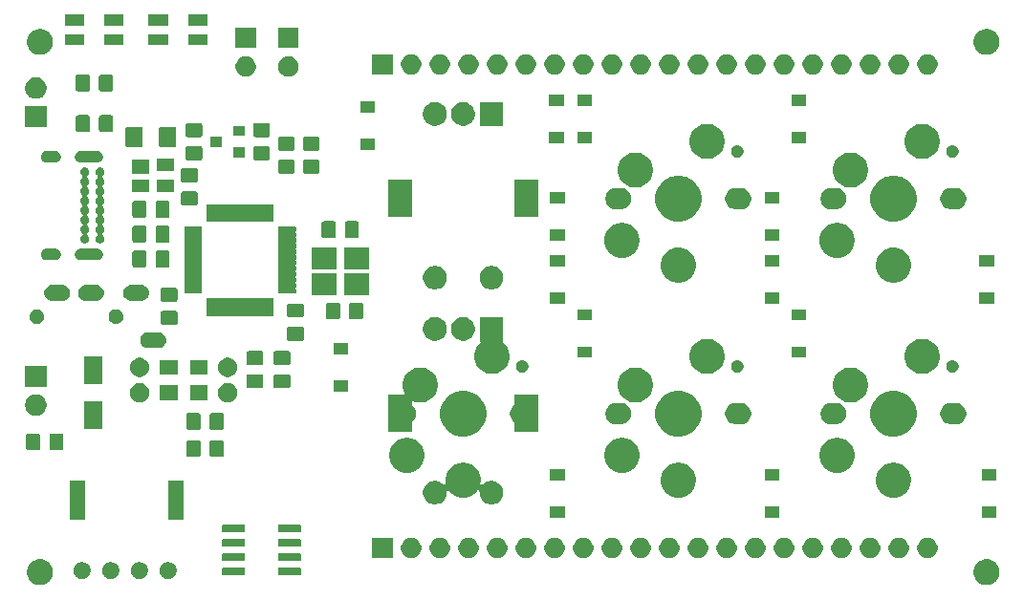
<source format=gts>
G04 #@! TF.GenerationSoftware,KiCad,Pcbnew,(5.1.6-0-10_14)*
G04 #@! TF.CreationDate,2020-10-25T15:01:43+09:00*
G04 #@! TF.ProjectId,meishi_stm32,6d656973-6869-45f7-9374-6d33322e6b69,rev?*
G04 #@! TF.SameCoordinates,Original*
G04 #@! TF.FileFunction,Soldermask,Top*
G04 #@! TF.FilePolarity,Negative*
%FSLAX46Y46*%
G04 Gerber Fmt 4.6, Leading zero omitted, Abs format (unit mm)*
G04 Created by KiCad (PCBNEW (5.1.6-0-10_14)) date 2020-10-25 15:01:43*
%MOMM*%
%LPD*%
G01*
G04 APERTURE LIST*
%ADD10C,0.100000*%
G04 APERTURE END LIST*
D10*
G36*
X116760722Y-76010500D02*
G01*
X116937544Y-76045672D01*
X117147013Y-76132437D01*
X117335530Y-76258400D01*
X117495850Y-76418720D01*
X117621813Y-76607237D01*
X117708578Y-76816706D01*
X117714220Y-76845072D01*
X117752810Y-77039075D01*
X117752810Y-77265805D01*
X117733093Y-77364928D01*
X117708578Y-77488174D01*
X117621813Y-77697643D01*
X117495850Y-77886160D01*
X117335530Y-78046480D01*
X117147013Y-78172443D01*
X116937544Y-78259208D01*
X116826359Y-78281324D01*
X116715175Y-78303440D01*
X116488445Y-78303440D01*
X116377261Y-78281324D01*
X116266076Y-78259208D01*
X116056607Y-78172443D01*
X115868090Y-78046480D01*
X115707770Y-77886160D01*
X115581807Y-77697643D01*
X115495042Y-77488174D01*
X115470527Y-77364928D01*
X115450810Y-77265805D01*
X115450810Y-77039075D01*
X115489400Y-76845072D01*
X115495042Y-76816706D01*
X115581807Y-76607237D01*
X115707770Y-76418720D01*
X115868090Y-76258400D01*
X116056607Y-76132437D01*
X116266076Y-76045672D01*
X116442898Y-76010500D01*
X116488445Y-76001440D01*
X116715175Y-76001440D01*
X116760722Y-76010500D01*
G37*
G36*
X32940722Y-76010500D02*
G01*
X33117544Y-76045672D01*
X33327013Y-76132437D01*
X33515530Y-76258400D01*
X33675850Y-76418720D01*
X33801813Y-76607237D01*
X33888578Y-76816706D01*
X33894220Y-76845072D01*
X33932810Y-77039075D01*
X33932810Y-77265805D01*
X33913093Y-77364928D01*
X33888578Y-77488174D01*
X33801813Y-77697643D01*
X33675850Y-77886160D01*
X33515530Y-78046480D01*
X33327013Y-78172443D01*
X33117544Y-78259208D01*
X33006359Y-78281324D01*
X32895175Y-78303440D01*
X32668445Y-78303440D01*
X32557261Y-78281324D01*
X32446076Y-78259208D01*
X32236607Y-78172443D01*
X32048090Y-78046480D01*
X31887770Y-77886160D01*
X31761807Y-77697643D01*
X31675042Y-77488174D01*
X31650527Y-77364928D01*
X31630810Y-77265805D01*
X31630810Y-77039075D01*
X31669400Y-76845072D01*
X31675042Y-76816706D01*
X31761807Y-76607237D01*
X31887770Y-76418720D01*
X32048090Y-76258400D01*
X32236607Y-76132437D01*
X32446076Y-76045672D01*
X32622898Y-76010500D01*
X32668445Y-76001440D01*
X32895175Y-76001440D01*
X32940722Y-76010500D01*
G37*
G36*
X39134425Y-76254599D02*
G01*
X39258621Y-76279302D01*
X39395022Y-76335801D01*
X39517779Y-76417825D01*
X39622175Y-76522221D01*
X39704199Y-76644978D01*
X39760698Y-76781379D01*
X39789500Y-76926181D01*
X39789500Y-77073819D01*
X39760698Y-77218621D01*
X39704199Y-77355022D01*
X39622175Y-77477779D01*
X39517779Y-77582175D01*
X39395022Y-77664199D01*
X39258621Y-77720698D01*
X39134425Y-77745401D01*
X39113820Y-77749500D01*
X38966180Y-77749500D01*
X38945575Y-77745401D01*
X38821379Y-77720698D01*
X38684978Y-77664199D01*
X38562221Y-77582175D01*
X38457825Y-77477779D01*
X38375801Y-77355022D01*
X38319302Y-77218621D01*
X38290500Y-77073819D01*
X38290500Y-76926181D01*
X38319302Y-76781379D01*
X38375801Y-76644978D01*
X38457825Y-76522221D01*
X38562221Y-76417825D01*
X38684978Y-76335801D01*
X38821379Y-76279302D01*
X38945575Y-76254599D01*
X38966180Y-76250500D01*
X39113820Y-76250500D01*
X39134425Y-76254599D01*
G37*
G36*
X36594425Y-76254599D02*
G01*
X36718621Y-76279302D01*
X36855022Y-76335801D01*
X36977779Y-76417825D01*
X37082175Y-76522221D01*
X37164199Y-76644978D01*
X37220698Y-76781379D01*
X37249500Y-76926181D01*
X37249500Y-77073819D01*
X37220698Y-77218621D01*
X37164199Y-77355022D01*
X37082175Y-77477779D01*
X36977779Y-77582175D01*
X36855022Y-77664199D01*
X36718621Y-77720698D01*
X36594425Y-77745401D01*
X36573820Y-77749500D01*
X36426180Y-77749500D01*
X36405575Y-77745401D01*
X36281379Y-77720698D01*
X36144978Y-77664199D01*
X36022221Y-77582175D01*
X35917825Y-77477779D01*
X35835801Y-77355022D01*
X35779302Y-77218621D01*
X35750500Y-77073819D01*
X35750500Y-76926181D01*
X35779302Y-76781379D01*
X35835801Y-76644978D01*
X35917825Y-76522221D01*
X36022221Y-76417825D01*
X36144978Y-76335801D01*
X36281379Y-76279302D01*
X36405575Y-76254599D01*
X36426180Y-76250500D01*
X36573820Y-76250500D01*
X36594425Y-76254599D01*
G37*
G36*
X44214425Y-76254599D02*
G01*
X44338621Y-76279302D01*
X44475022Y-76335801D01*
X44597779Y-76417825D01*
X44702175Y-76522221D01*
X44784199Y-76644978D01*
X44840698Y-76781379D01*
X44869500Y-76926181D01*
X44869500Y-77073819D01*
X44840698Y-77218621D01*
X44784199Y-77355022D01*
X44702175Y-77477779D01*
X44597779Y-77582175D01*
X44475022Y-77664199D01*
X44338621Y-77720698D01*
X44214425Y-77745401D01*
X44193820Y-77749500D01*
X44046180Y-77749500D01*
X44025575Y-77745401D01*
X43901379Y-77720698D01*
X43764978Y-77664199D01*
X43642221Y-77582175D01*
X43537825Y-77477779D01*
X43455801Y-77355022D01*
X43399302Y-77218621D01*
X43370500Y-77073819D01*
X43370500Y-76926181D01*
X43399302Y-76781379D01*
X43455801Y-76644978D01*
X43537825Y-76522221D01*
X43642221Y-76417825D01*
X43764978Y-76335801D01*
X43901379Y-76279302D01*
X44025575Y-76254599D01*
X44046180Y-76250500D01*
X44193820Y-76250500D01*
X44214425Y-76254599D01*
G37*
G36*
X41674425Y-76254599D02*
G01*
X41798621Y-76279302D01*
X41935022Y-76335801D01*
X42057779Y-76417825D01*
X42162175Y-76522221D01*
X42244199Y-76644978D01*
X42300698Y-76781379D01*
X42329500Y-76926181D01*
X42329500Y-77073819D01*
X42300698Y-77218621D01*
X42244199Y-77355022D01*
X42162175Y-77477779D01*
X42057779Y-77582175D01*
X41935022Y-77664199D01*
X41798621Y-77720698D01*
X41674425Y-77745401D01*
X41653820Y-77749500D01*
X41506180Y-77749500D01*
X41485575Y-77745401D01*
X41361379Y-77720698D01*
X41224978Y-77664199D01*
X41102221Y-77582175D01*
X40997825Y-77477779D01*
X40915801Y-77355022D01*
X40859302Y-77218621D01*
X40830500Y-77073819D01*
X40830500Y-76926181D01*
X40859302Y-76781379D01*
X40915801Y-76644978D01*
X40997825Y-76522221D01*
X41102221Y-76417825D01*
X41224978Y-76335801D01*
X41361379Y-76279302D01*
X41485575Y-76254599D01*
X41506180Y-76250500D01*
X41653820Y-76250500D01*
X41674425Y-76254599D01*
G37*
G36*
X55809928Y-76756764D02*
G01*
X55831009Y-76763160D01*
X55850445Y-76773548D01*
X55867476Y-76787524D01*
X55881452Y-76804555D01*
X55891840Y-76823991D01*
X55898236Y-76845072D01*
X55901000Y-76873140D01*
X55901000Y-77336860D01*
X55898236Y-77364928D01*
X55891840Y-77386009D01*
X55881452Y-77405445D01*
X55867476Y-77422476D01*
X55850445Y-77436452D01*
X55831009Y-77446840D01*
X55809928Y-77453236D01*
X55781860Y-77456000D01*
X53968140Y-77456000D01*
X53940072Y-77453236D01*
X53918991Y-77446840D01*
X53899555Y-77436452D01*
X53882524Y-77422476D01*
X53868548Y-77405445D01*
X53858160Y-77386009D01*
X53851764Y-77364928D01*
X53849000Y-77336860D01*
X53849000Y-76873140D01*
X53851764Y-76845072D01*
X53858160Y-76823991D01*
X53868548Y-76804555D01*
X53882524Y-76787524D01*
X53899555Y-76773548D01*
X53918991Y-76763160D01*
X53940072Y-76756764D01*
X53968140Y-76754000D01*
X55781860Y-76754000D01*
X55809928Y-76756764D01*
G37*
G36*
X50859928Y-76756764D02*
G01*
X50881009Y-76763160D01*
X50900445Y-76773548D01*
X50917476Y-76787524D01*
X50931452Y-76804555D01*
X50941840Y-76823991D01*
X50948236Y-76845072D01*
X50951000Y-76873140D01*
X50951000Y-77336860D01*
X50948236Y-77364928D01*
X50941840Y-77386009D01*
X50931452Y-77405445D01*
X50917476Y-77422476D01*
X50900445Y-77436452D01*
X50881009Y-77446840D01*
X50859928Y-77453236D01*
X50831860Y-77456000D01*
X49018140Y-77456000D01*
X48990072Y-77453236D01*
X48968991Y-77446840D01*
X48949555Y-77436452D01*
X48932524Y-77422476D01*
X48918548Y-77405445D01*
X48908160Y-77386009D01*
X48901764Y-77364928D01*
X48899000Y-77336860D01*
X48899000Y-76873140D01*
X48901764Y-76845072D01*
X48908160Y-76823991D01*
X48918548Y-76804555D01*
X48932524Y-76787524D01*
X48949555Y-76773548D01*
X48968991Y-76763160D01*
X48990072Y-76756764D01*
X49018140Y-76754000D01*
X50831860Y-76754000D01*
X50859928Y-76756764D01*
G37*
G36*
X55809928Y-75486764D02*
G01*
X55831009Y-75493160D01*
X55850445Y-75503548D01*
X55867476Y-75517524D01*
X55881452Y-75534555D01*
X55891840Y-75553991D01*
X55898236Y-75575072D01*
X55901000Y-75603140D01*
X55901000Y-76066860D01*
X55898236Y-76094928D01*
X55891840Y-76116009D01*
X55881452Y-76135445D01*
X55867476Y-76152476D01*
X55850445Y-76166452D01*
X55831009Y-76176840D01*
X55809928Y-76183236D01*
X55781860Y-76186000D01*
X53968140Y-76186000D01*
X53940072Y-76183236D01*
X53918991Y-76176840D01*
X53899555Y-76166452D01*
X53882524Y-76152476D01*
X53868548Y-76135445D01*
X53858160Y-76116009D01*
X53851764Y-76094928D01*
X53849000Y-76066860D01*
X53849000Y-75603140D01*
X53851764Y-75575072D01*
X53858160Y-75553991D01*
X53868548Y-75534555D01*
X53882524Y-75517524D01*
X53899555Y-75503548D01*
X53918991Y-75493160D01*
X53940072Y-75486764D01*
X53968140Y-75484000D01*
X55781860Y-75484000D01*
X55809928Y-75486764D01*
G37*
G36*
X50859928Y-75486764D02*
G01*
X50881009Y-75493160D01*
X50900445Y-75503548D01*
X50917476Y-75517524D01*
X50931452Y-75534555D01*
X50941840Y-75553991D01*
X50948236Y-75575072D01*
X50951000Y-75603140D01*
X50951000Y-76066860D01*
X50948236Y-76094928D01*
X50941840Y-76116009D01*
X50931452Y-76135445D01*
X50917476Y-76152476D01*
X50900445Y-76166452D01*
X50881009Y-76176840D01*
X50859928Y-76183236D01*
X50831860Y-76186000D01*
X49018140Y-76186000D01*
X48990072Y-76183236D01*
X48968991Y-76176840D01*
X48949555Y-76166452D01*
X48932524Y-76152476D01*
X48918548Y-76135445D01*
X48908160Y-76116009D01*
X48901764Y-76094928D01*
X48899000Y-76066860D01*
X48899000Y-75603140D01*
X48901764Y-75575072D01*
X48908160Y-75553991D01*
X48918548Y-75534555D01*
X48932524Y-75517524D01*
X48949555Y-75503548D01*
X48968991Y-75493160D01*
X48990072Y-75486764D01*
X49018140Y-75484000D01*
X50831860Y-75484000D01*
X50859928Y-75486764D01*
G37*
G36*
X86076902Y-74113617D02*
G01*
X86226202Y-74143314D01*
X86390174Y-74211234D01*
X86537744Y-74309837D01*
X86663243Y-74435336D01*
X86761846Y-74582906D01*
X86829766Y-74746878D01*
X86864390Y-74920949D01*
X86864390Y-75098431D01*
X86829766Y-75272502D01*
X86761846Y-75436474D01*
X86663243Y-75584044D01*
X86537744Y-75709543D01*
X86390174Y-75808146D01*
X86226202Y-75876066D01*
X86076902Y-75905763D01*
X86052132Y-75910690D01*
X85874648Y-75910690D01*
X85849878Y-75905763D01*
X85700578Y-75876066D01*
X85536606Y-75808146D01*
X85389036Y-75709543D01*
X85263537Y-75584044D01*
X85164934Y-75436474D01*
X85097014Y-75272502D01*
X85062390Y-75098431D01*
X85062390Y-74920949D01*
X85097014Y-74746878D01*
X85164934Y-74582906D01*
X85263537Y-74435336D01*
X85389036Y-74309837D01*
X85536606Y-74211234D01*
X85700578Y-74143314D01*
X85849878Y-74113617D01*
X85874648Y-74108690D01*
X86052132Y-74108690D01*
X86076902Y-74113617D01*
G37*
G36*
X83536902Y-74113617D02*
G01*
X83686202Y-74143314D01*
X83850174Y-74211234D01*
X83997744Y-74309837D01*
X84123243Y-74435336D01*
X84221846Y-74582906D01*
X84289766Y-74746878D01*
X84324390Y-74920949D01*
X84324390Y-75098431D01*
X84289766Y-75272502D01*
X84221846Y-75436474D01*
X84123243Y-75584044D01*
X83997744Y-75709543D01*
X83850174Y-75808146D01*
X83686202Y-75876066D01*
X83536902Y-75905763D01*
X83512132Y-75910690D01*
X83334648Y-75910690D01*
X83309878Y-75905763D01*
X83160578Y-75876066D01*
X82996606Y-75808146D01*
X82849036Y-75709543D01*
X82723537Y-75584044D01*
X82624934Y-75436474D01*
X82557014Y-75272502D01*
X82522390Y-75098431D01*
X82522390Y-74920949D01*
X82557014Y-74746878D01*
X82624934Y-74582906D01*
X82723537Y-74435336D01*
X82849036Y-74309837D01*
X82996606Y-74211234D01*
X83160578Y-74143314D01*
X83309878Y-74113617D01*
X83334648Y-74108690D01*
X83512132Y-74108690D01*
X83536902Y-74113617D01*
G37*
G36*
X80996902Y-74113617D02*
G01*
X81146202Y-74143314D01*
X81310174Y-74211234D01*
X81457744Y-74309837D01*
X81583243Y-74435336D01*
X81681846Y-74582906D01*
X81749766Y-74746878D01*
X81784390Y-74920949D01*
X81784390Y-75098431D01*
X81749766Y-75272502D01*
X81681846Y-75436474D01*
X81583243Y-75584044D01*
X81457744Y-75709543D01*
X81310174Y-75808146D01*
X81146202Y-75876066D01*
X80996902Y-75905763D01*
X80972132Y-75910690D01*
X80794648Y-75910690D01*
X80769878Y-75905763D01*
X80620578Y-75876066D01*
X80456606Y-75808146D01*
X80309036Y-75709543D01*
X80183537Y-75584044D01*
X80084934Y-75436474D01*
X80017014Y-75272502D01*
X79982390Y-75098431D01*
X79982390Y-74920949D01*
X80017014Y-74746878D01*
X80084934Y-74582906D01*
X80183537Y-74435336D01*
X80309036Y-74309837D01*
X80456606Y-74211234D01*
X80620578Y-74143314D01*
X80769878Y-74113617D01*
X80794648Y-74108690D01*
X80972132Y-74108690D01*
X80996902Y-74113617D01*
G37*
G36*
X78456902Y-74113617D02*
G01*
X78606202Y-74143314D01*
X78770174Y-74211234D01*
X78917744Y-74309837D01*
X79043243Y-74435336D01*
X79141846Y-74582906D01*
X79209766Y-74746878D01*
X79244390Y-74920949D01*
X79244390Y-75098431D01*
X79209766Y-75272502D01*
X79141846Y-75436474D01*
X79043243Y-75584044D01*
X78917744Y-75709543D01*
X78770174Y-75808146D01*
X78606202Y-75876066D01*
X78456902Y-75905763D01*
X78432132Y-75910690D01*
X78254648Y-75910690D01*
X78229878Y-75905763D01*
X78080578Y-75876066D01*
X77916606Y-75808146D01*
X77769036Y-75709543D01*
X77643537Y-75584044D01*
X77544934Y-75436474D01*
X77477014Y-75272502D01*
X77442390Y-75098431D01*
X77442390Y-74920949D01*
X77477014Y-74746878D01*
X77544934Y-74582906D01*
X77643537Y-74435336D01*
X77769036Y-74309837D01*
X77916606Y-74211234D01*
X78080578Y-74143314D01*
X78229878Y-74113617D01*
X78254648Y-74108690D01*
X78432132Y-74108690D01*
X78456902Y-74113617D01*
G37*
G36*
X75916902Y-74113617D02*
G01*
X76066202Y-74143314D01*
X76230174Y-74211234D01*
X76377744Y-74309837D01*
X76503243Y-74435336D01*
X76601846Y-74582906D01*
X76669766Y-74746878D01*
X76704390Y-74920949D01*
X76704390Y-75098431D01*
X76669766Y-75272502D01*
X76601846Y-75436474D01*
X76503243Y-75584044D01*
X76377744Y-75709543D01*
X76230174Y-75808146D01*
X76066202Y-75876066D01*
X75916902Y-75905763D01*
X75892132Y-75910690D01*
X75714648Y-75910690D01*
X75689878Y-75905763D01*
X75540578Y-75876066D01*
X75376606Y-75808146D01*
X75229036Y-75709543D01*
X75103537Y-75584044D01*
X75004934Y-75436474D01*
X74937014Y-75272502D01*
X74902390Y-75098431D01*
X74902390Y-74920949D01*
X74937014Y-74746878D01*
X75004934Y-74582906D01*
X75103537Y-74435336D01*
X75229036Y-74309837D01*
X75376606Y-74211234D01*
X75540578Y-74143314D01*
X75689878Y-74113617D01*
X75714648Y-74108690D01*
X75892132Y-74108690D01*
X75916902Y-74113617D01*
G37*
G36*
X73376902Y-74113617D02*
G01*
X73526202Y-74143314D01*
X73690174Y-74211234D01*
X73837744Y-74309837D01*
X73963243Y-74435336D01*
X74061846Y-74582906D01*
X74129766Y-74746878D01*
X74164390Y-74920949D01*
X74164390Y-75098431D01*
X74129766Y-75272502D01*
X74061846Y-75436474D01*
X73963243Y-75584044D01*
X73837744Y-75709543D01*
X73690174Y-75808146D01*
X73526202Y-75876066D01*
X73376902Y-75905763D01*
X73352132Y-75910690D01*
X73174648Y-75910690D01*
X73149878Y-75905763D01*
X73000578Y-75876066D01*
X72836606Y-75808146D01*
X72689036Y-75709543D01*
X72563537Y-75584044D01*
X72464934Y-75436474D01*
X72397014Y-75272502D01*
X72362390Y-75098431D01*
X72362390Y-74920949D01*
X72397014Y-74746878D01*
X72464934Y-74582906D01*
X72563537Y-74435336D01*
X72689036Y-74309837D01*
X72836606Y-74211234D01*
X73000578Y-74143314D01*
X73149878Y-74113617D01*
X73174648Y-74108690D01*
X73352132Y-74108690D01*
X73376902Y-74113617D01*
G37*
G36*
X70836902Y-74113617D02*
G01*
X70986202Y-74143314D01*
X71150174Y-74211234D01*
X71297744Y-74309837D01*
X71423243Y-74435336D01*
X71521846Y-74582906D01*
X71589766Y-74746878D01*
X71624390Y-74920949D01*
X71624390Y-75098431D01*
X71589766Y-75272502D01*
X71521846Y-75436474D01*
X71423243Y-75584044D01*
X71297744Y-75709543D01*
X71150174Y-75808146D01*
X70986202Y-75876066D01*
X70836902Y-75905763D01*
X70812132Y-75910690D01*
X70634648Y-75910690D01*
X70609878Y-75905763D01*
X70460578Y-75876066D01*
X70296606Y-75808146D01*
X70149036Y-75709543D01*
X70023537Y-75584044D01*
X69924934Y-75436474D01*
X69857014Y-75272502D01*
X69822390Y-75098431D01*
X69822390Y-74920949D01*
X69857014Y-74746878D01*
X69924934Y-74582906D01*
X70023537Y-74435336D01*
X70149036Y-74309837D01*
X70296606Y-74211234D01*
X70460578Y-74143314D01*
X70609878Y-74113617D01*
X70634648Y-74108690D01*
X70812132Y-74108690D01*
X70836902Y-74113617D01*
G37*
G36*
X68296902Y-74113617D02*
G01*
X68446202Y-74143314D01*
X68610174Y-74211234D01*
X68757744Y-74309837D01*
X68883243Y-74435336D01*
X68981846Y-74582906D01*
X69049766Y-74746878D01*
X69084390Y-74920949D01*
X69084390Y-75098431D01*
X69049766Y-75272502D01*
X68981846Y-75436474D01*
X68883243Y-75584044D01*
X68757744Y-75709543D01*
X68610174Y-75808146D01*
X68446202Y-75876066D01*
X68296902Y-75905763D01*
X68272132Y-75910690D01*
X68094648Y-75910690D01*
X68069878Y-75905763D01*
X67920578Y-75876066D01*
X67756606Y-75808146D01*
X67609036Y-75709543D01*
X67483537Y-75584044D01*
X67384934Y-75436474D01*
X67317014Y-75272502D01*
X67282390Y-75098431D01*
X67282390Y-74920949D01*
X67317014Y-74746878D01*
X67384934Y-74582906D01*
X67483537Y-74435336D01*
X67609036Y-74309837D01*
X67756606Y-74211234D01*
X67920578Y-74143314D01*
X68069878Y-74113617D01*
X68094648Y-74108690D01*
X68272132Y-74108690D01*
X68296902Y-74113617D01*
G37*
G36*
X65756902Y-74113617D02*
G01*
X65906202Y-74143314D01*
X66070174Y-74211234D01*
X66217744Y-74309837D01*
X66343243Y-74435336D01*
X66441846Y-74582906D01*
X66509766Y-74746878D01*
X66544390Y-74920949D01*
X66544390Y-75098431D01*
X66509766Y-75272502D01*
X66441846Y-75436474D01*
X66343243Y-75584044D01*
X66217744Y-75709543D01*
X66070174Y-75808146D01*
X65906202Y-75876066D01*
X65756902Y-75905763D01*
X65732132Y-75910690D01*
X65554648Y-75910690D01*
X65529878Y-75905763D01*
X65380578Y-75876066D01*
X65216606Y-75808146D01*
X65069036Y-75709543D01*
X64943537Y-75584044D01*
X64844934Y-75436474D01*
X64777014Y-75272502D01*
X64742390Y-75098431D01*
X64742390Y-74920949D01*
X64777014Y-74746878D01*
X64844934Y-74582906D01*
X64943537Y-74435336D01*
X65069036Y-74309837D01*
X65216606Y-74211234D01*
X65380578Y-74143314D01*
X65529878Y-74113617D01*
X65554648Y-74108690D01*
X65732132Y-74108690D01*
X65756902Y-74113617D01*
G37*
G36*
X64004390Y-75910690D02*
G01*
X62202390Y-75910690D01*
X62202390Y-74108690D01*
X64004390Y-74108690D01*
X64004390Y-75910690D01*
G37*
G36*
X111476902Y-74113617D02*
G01*
X111626202Y-74143314D01*
X111790174Y-74211234D01*
X111937744Y-74309837D01*
X112063243Y-74435336D01*
X112161846Y-74582906D01*
X112229766Y-74746878D01*
X112264390Y-74920949D01*
X112264390Y-75098431D01*
X112229766Y-75272502D01*
X112161846Y-75436474D01*
X112063243Y-75584044D01*
X111937744Y-75709543D01*
X111790174Y-75808146D01*
X111626202Y-75876066D01*
X111476902Y-75905763D01*
X111452132Y-75910690D01*
X111274648Y-75910690D01*
X111249878Y-75905763D01*
X111100578Y-75876066D01*
X110936606Y-75808146D01*
X110789036Y-75709543D01*
X110663537Y-75584044D01*
X110564934Y-75436474D01*
X110497014Y-75272502D01*
X110462390Y-75098431D01*
X110462390Y-74920949D01*
X110497014Y-74746878D01*
X110564934Y-74582906D01*
X110663537Y-74435336D01*
X110789036Y-74309837D01*
X110936606Y-74211234D01*
X111100578Y-74143314D01*
X111249878Y-74113617D01*
X111274648Y-74108690D01*
X111452132Y-74108690D01*
X111476902Y-74113617D01*
G37*
G36*
X108936902Y-74113617D02*
G01*
X109086202Y-74143314D01*
X109250174Y-74211234D01*
X109397744Y-74309837D01*
X109523243Y-74435336D01*
X109621846Y-74582906D01*
X109689766Y-74746878D01*
X109724390Y-74920949D01*
X109724390Y-75098431D01*
X109689766Y-75272502D01*
X109621846Y-75436474D01*
X109523243Y-75584044D01*
X109397744Y-75709543D01*
X109250174Y-75808146D01*
X109086202Y-75876066D01*
X108936902Y-75905763D01*
X108912132Y-75910690D01*
X108734648Y-75910690D01*
X108709878Y-75905763D01*
X108560578Y-75876066D01*
X108396606Y-75808146D01*
X108249036Y-75709543D01*
X108123537Y-75584044D01*
X108024934Y-75436474D01*
X107957014Y-75272502D01*
X107922390Y-75098431D01*
X107922390Y-74920949D01*
X107957014Y-74746878D01*
X108024934Y-74582906D01*
X108123537Y-74435336D01*
X108249036Y-74309837D01*
X108396606Y-74211234D01*
X108560578Y-74143314D01*
X108709878Y-74113617D01*
X108734648Y-74108690D01*
X108912132Y-74108690D01*
X108936902Y-74113617D01*
G37*
G36*
X106396902Y-74113617D02*
G01*
X106546202Y-74143314D01*
X106710174Y-74211234D01*
X106857744Y-74309837D01*
X106983243Y-74435336D01*
X107081846Y-74582906D01*
X107149766Y-74746878D01*
X107184390Y-74920949D01*
X107184390Y-75098431D01*
X107149766Y-75272502D01*
X107081846Y-75436474D01*
X106983243Y-75584044D01*
X106857744Y-75709543D01*
X106710174Y-75808146D01*
X106546202Y-75876066D01*
X106396902Y-75905763D01*
X106372132Y-75910690D01*
X106194648Y-75910690D01*
X106169878Y-75905763D01*
X106020578Y-75876066D01*
X105856606Y-75808146D01*
X105709036Y-75709543D01*
X105583537Y-75584044D01*
X105484934Y-75436474D01*
X105417014Y-75272502D01*
X105382390Y-75098431D01*
X105382390Y-74920949D01*
X105417014Y-74746878D01*
X105484934Y-74582906D01*
X105583537Y-74435336D01*
X105709036Y-74309837D01*
X105856606Y-74211234D01*
X106020578Y-74143314D01*
X106169878Y-74113617D01*
X106194648Y-74108690D01*
X106372132Y-74108690D01*
X106396902Y-74113617D01*
G37*
G36*
X103856902Y-74113617D02*
G01*
X104006202Y-74143314D01*
X104170174Y-74211234D01*
X104317744Y-74309837D01*
X104443243Y-74435336D01*
X104541846Y-74582906D01*
X104609766Y-74746878D01*
X104644390Y-74920949D01*
X104644390Y-75098431D01*
X104609766Y-75272502D01*
X104541846Y-75436474D01*
X104443243Y-75584044D01*
X104317744Y-75709543D01*
X104170174Y-75808146D01*
X104006202Y-75876066D01*
X103856902Y-75905763D01*
X103832132Y-75910690D01*
X103654648Y-75910690D01*
X103629878Y-75905763D01*
X103480578Y-75876066D01*
X103316606Y-75808146D01*
X103169036Y-75709543D01*
X103043537Y-75584044D01*
X102944934Y-75436474D01*
X102877014Y-75272502D01*
X102842390Y-75098431D01*
X102842390Y-74920949D01*
X102877014Y-74746878D01*
X102944934Y-74582906D01*
X103043537Y-74435336D01*
X103169036Y-74309837D01*
X103316606Y-74211234D01*
X103480578Y-74143314D01*
X103629878Y-74113617D01*
X103654648Y-74108690D01*
X103832132Y-74108690D01*
X103856902Y-74113617D01*
G37*
G36*
X101316902Y-74113617D02*
G01*
X101466202Y-74143314D01*
X101630174Y-74211234D01*
X101777744Y-74309837D01*
X101903243Y-74435336D01*
X102001846Y-74582906D01*
X102069766Y-74746878D01*
X102104390Y-74920949D01*
X102104390Y-75098431D01*
X102069766Y-75272502D01*
X102001846Y-75436474D01*
X101903243Y-75584044D01*
X101777744Y-75709543D01*
X101630174Y-75808146D01*
X101466202Y-75876066D01*
X101316902Y-75905763D01*
X101292132Y-75910690D01*
X101114648Y-75910690D01*
X101089878Y-75905763D01*
X100940578Y-75876066D01*
X100776606Y-75808146D01*
X100629036Y-75709543D01*
X100503537Y-75584044D01*
X100404934Y-75436474D01*
X100337014Y-75272502D01*
X100302390Y-75098431D01*
X100302390Y-74920949D01*
X100337014Y-74746878D01*
X100404934Y-74582906D01*
X100503537Y-74435336D01*
X100629036Y-74309837D01*
X100776606Y-74211234D01*
X100940578Y-74143314D01*
X101089878Y-74113617D01*
X101114648Y-74108690D01*
X101292132Y-74108690D01*
X101316902Y-74113617D01*
G37*
G36*
X98776902Y-74113617D02*
G01*
X98926202Y-74143314D01*
X99090174Y-74211234D01*
X99237744Y-74309837D01*
X99363243Y-74435336D01*
X99461846Y-74582906D01*
X99529766Y-74746878D01*
X99564390Y-74920949D01*
X99564390Y-75098431D01*
X99529766Y-75272502D01*
X99461846Y-75436474D01*
X99363243Y-75584044D01*
X99237744Y-75709543D01*
X99090174Y-75808146D01*
X98926202Y-75876066D01*
X98776902Y-75905763D01*
X98752132Y-75910690D01*
X98574648Y-75910690D01*
X98549878Y-75905763D01*
X98400578Y-75876066D01*
X98236606Y-75808146D01*
X98089036Y-75709543D01*
X97963537Y-75584044D01*
X97864934Y-75436474D01*
X97797014Y-75272502D01*
X97762390Y-75098431D01*
X97762390Y-74920949D01*
X97797014Y-74746878D01*
X97864934Y-74582906D01*
X97963537Y-74435336D01*
X98089036Y-74309837D01*
X98236606Y-74211234D01*
X98400578Y-74143314D01*
X98549878Y-74113617D01*
X98574648Y-74108690D01*
X98752132Y-74108690D01*
X98776902Y-74113617D01*
G37*
G36*
X96236902Y-74113617D02*
G01*
X96386202Y-74143314D01*
X96550174Y-74211234D01*
X96697744Y-74309837D01*
X96823243Y-74435336D01*
X96921846Y-74582906D01*
X96989766Y-74746878D01*
X97024390Y-74920949D01*
X97024390Y-75098431D01*
X96989766Y-75272502D01*
X96921846Y-75436474D01*
X96823243Y-75584044D01*
X96697744Y-75709543D01*
X96550174Y-75808146D01*
X96386202Y-75876066D01*
X96236902Y-75905763D01*
X96212132Y-75910690D01*
X96034648Y-75910690D01*
X96009878Y-75905763D01*
X95860578Y-75876066D01*
X95696606Y-75808146D01*
X95549036Y-75709543D01*
X95423537Y-75584044D01*
X95324934Y-75436474D01*
X95257014Y-75272502D01*
X95222390Y-75098431D01*
X95222390Y-74920949D01*
X95257014Y-74746878D01*
X95324934Y-74582906D01*
X95423537Y-74435336D01*
X95549036Y-74309837D01*
X95696606Y-74211234D01*
X95860578Y-74143314D01*
X96009878Y-74113617D01*
X96034648Y-74108690D01*
X96212132Y-74108690D01*
X96236902Y-74113617D01*
G37*
G36*
X93696902Y-74113617D02*
G01*
X93846202Y-74143314D01*
X94010174Y-74211234D01*
X94157744Y-74309837D01*
X94283243Y-74435336D01*
X94381846Y-74582906D01*
X94449766Y-74746878D01*
X94484390Y-74920949D01*
X94484390Y-75098431D01*
X94449766Y-75272502D01*
X94381846Y-75436474D01*
X94283243Y-75584044D01*
X94157744Y-75709543D01*
X94010174Y-75808146D01*
X93846202Y-75876066D01*
X93696902Y-75905763D01*
X93672132Y-75910690D01*
X93494648Y-75910690D01*
X93469878Y-75905763D01*
X93320578Y-75876066D01*
X93156606Y-75808146D01*
X93009036Y-75709543D01*
X92883537Y-75584044D01*
X92784934Y-75436474D01*
X92717014Y-75272502D01*
X92682390Y-75098431D01*
X92682390Y-74920949D01*
X92717014Y-74746878D01*
X92784934Y-74582906D01*
X92883537Y-74435336D01*
X93009036Y-74309837D01*
X93156606Y-74211234D01*
X93320578Y-74143314D01*
X93469878Y-74113617D01*
X93494648Y-74108690D01*
X93672132Y-74108690D01*
X93696902Y-74113617D01*
G37*
G36*
X91156902Y-74113617D02*
G01*
X91306202Y-74143314D01*
X91470174Y-74211234D01*
X91617744Y-74309837D01*
X91743243Y-74435336D01*
X91841846Y-74582906D01*
X91909766Y-74746878D01*
X91944390Y-74920949D01*
X91944390Y-75098431D01*
X91909766Y-75272502D01*
X91841846Y-75436474D01*
X91743243Y-75584044D01*
X91617744Y-75709543D01*
X91470174Y-75808146D01*
X91306202Y-75876066D01*
X91156902Y-75905763D01*
X91132132Y-75910690D01*
X90954648Y-75910690D01*
X90929878Y-75905763D01*
X90780578Y-75876066D01*
X90616606Y-75808146D01*
X90469036Y-75709543D01*
X90343537Y-75584044D01*
X90244934Y-75436474D01*
X90177014Y-75272502D01*
X90142390Y-75098431D01*
X90142390Y-74920949D01*
X90177014Y-74746878D01*
X90244934Y-74582906D01*
X90343537Y-74435336D01*
X90469036Y-74309837D01*
X90616606Y-74211234D01*
X90780578Y-74143314D01*
X90929878Y-74113617D01*
X90954648Y-74108690D01*
X91132132Y-74108690D01*
X91156902Y-74113617D01*
G37*
G36*
X88616902Y-74113617D02*
G01*
X88766202Y-74143314D01*
X88930174Y-74211234D01*
X89077744Y-74309837D01*
X89203243Y-74435336D01*
X89301846Y-74582906D01*
X89369766Y-74746878D01*
X89404390Y-74920949D01*
X89404390Y-75098431D01*
X89369766Y-75272502D01*
X89301846Y-75436474D01*
X89203243Y-75584044D01*
X89077744Y-75709543D01*
X88930174Y-75808146D01*
X88766202Y-75876066D01*
X88616902Y-75905763D01*
X88592132Y-75910690D01*
X88414648Y-75910690D01*
X88389878Y-75905763D01*
X88240578Y-75876066D01*
X88076606Y-75808146D01*
X87929036Y-75709543D01*
X87803537Y-75584044D01*
X87704934Y-75436474D01*
X87637014Y-75272502D01*
X87602390Y-75098431D01*
X87602390Y-74920949D01*
X87637014Y-74746878D01*
X87704934Y-74582906D01*
X87803537Y-74435336D01*
X87929036Y-74309837D01*
X88076606Y-74211234D01*
X88240578Y-74143314D01*
X88389878Y-74113617D01*
X88414648Y-74108690D01*
X88592132Y-74108690D01*
X88616902Y-74113617D01*
G37*
G36*
X55809928Y-74216764D02*
G01*
X55831009Y-74223160D01*
X55850445Y-74233548D01*
X55867476Y-74247524D01*
X55881452Y-74264555D01*
X55891840Y-74283991D01*
X55898236Y-74305072D01*
X55901000Y-74333140D01*
X55901000Y-74796860D01*
X55898236Y-74824928D01*
X55891840Y-74846009D01*
X55881452Y-74865445D01*
X55867476Y-74882476D01*
X55850445Y-74896452D01*
X55831009Y-74906840D01*
X55809928Y-74913236D01*
X55781860Y-74916000D01*
X53968140Y-74916000D01*
X53940072Y-74913236D01*
X53918991Y-74906840D01*
X53899555Y-74896452D01*
X53882524Y-74882476D01*
X53868548Y-74865445D01*
X53858160Y-74846009D01*
X53851764Y-74824928D01*
X53849000Y-74796860D01*
X53849000Y-74333140D01*
X53851764Y-74305072D01*
X53858160Y-74283991D01*
X53868548Y-74264555D01*
X53882524Y-74247524D01*
X53899555Y-74233548D01*
X53918991Y-74223160D01*
X53940072Y-74216764D01*
X53968140Y-74214000D01*
X55781860Y-74214000D01*
X55809928Y-74216764D01*
G37*
G36*
X50859928Y-74216764D02*
G01*
X50881009Y-74223160D01*
X50900445Y-74233548D01*
X50917476Y-74247524D01*
X50931452Y-74264555D01*
X50941840Y-74283991D01*
X50948236Y-74305072D01*
X50951000Y-74333140D01*
X50951000Y-74796860D01*
X50948236Y-74824928D01*
X50941840Y-74846009D01*
X50931452Y-74865445D01*
X50917476Y-74882476D01*
X50900445Y-74896452D01*
X50881009Y-74906840D01*
X50859928Y-74913236D01*
X50831860Y-74916000D01*
X49018140Y-74916000D01*
X48990072Y-74913236D01*
X48968991Y-74906840D01*
X48949555Y-74896452D01*
X48932524Y-74882476D01*
X48918548Y-74865445D01*
X48908160Y-74846009D01*
X48901764Y-74824928D01*
X48899000Y-74796860D01*
X48899000Y-74333140D01*
X48901764Y-74305072D01*
X48908160Y-74283991D01*
X48918548Y-74264555D01*
X48932524Y-74247524D01*
X48949555Y-74233548D01*
X48968991Y-74223160D01*
X48990072Y-74216764D01*
X49018140Y-74214000D01*
X50831860Y-74214000D01*
X50859928Y-74216764D01*
G37*
G36*
X50859928Y-72946764D02*
G01*
X50881009Y-72953160D01*
X50900445Y-72963548D01*
X50917476Y-72977524D01*
X50931452Y-72994555D01*
X50941840Y-73013991D01*
X50948236Y-73035072D01*
X50951000Y-73063140D01*
X50951000Y-73526860D01*
X50948236Y-73554928D01*
X50941840Y-73576009D01*
X50931452Y-73595445D01*
X50917476Y-73612476D01*
X50900445Y-73626452D01*
X50881009Y-73636840D01*
X50859928Y-73643236D01*
X50831860Y-73646000D01*
X49018140Y-73646000D01*
X48990072Y-73643236D01*
X48968991Y-73636840D01*
X48949555Y-73626452D01*
X48932524Y-73612476D01*
X48918548Y-73595445D01*
X48908160Y-73576009D01*
X48901764Y-73554928D01*
X48899000Y-73526860D01*
X48899000Y-73063140D01*
X48901764Y-73035072D01*
X48908160Y-73013991D01*
X48918548Y-72994555D01*
X48932524Y-72977524D01*
X48949555Y-72963548D01*
X48968991Y-72953160D01*
X48990072Y-72946764D01*
X49018140Y-72944000D01*
X50831860Y-72944000D01*
X50859928Y-72946764D01*
G37*
G36*
X55809928Y-72946764D02*
G01*
X55831009Y-72953160D01*
X55850445Y-72963548D01*
X55867476Y-72977524D01*
X55881452Y-72994555D01*
X55891840Y-73013991D01*
X55898236Y-73035072D01*
X55901000Y-73063140D01*
X55901000Y-73526860D01*
X55898236Y-73554928D01*
X55891840Y-73576009D01*
X55881452Y-73595445D01*
X55867476Y-73612476D01*
X55850445Y-73626452D01*
X55831009Y-73636840D01*
X55809928Y-73643236D01*
X55781860Y-73646000D01*
X53968140Y-73646000D01*
X53940072Y-73643236D01*
X53918991Y-73636840D01*
X53899555Y-73626452D01*
X53882524Y-73612476D01*
X53868548Y-73595445D01*
X53858160Y-73576009D01*
X53851764Y-73554928D01*
X53849000Y-73526860D01*
X53849000Y-73063140D01*
X53851764Y-73035072D01*
X53858160Y-73013991D01*
X53868548Y-72994555D01*
X53882524Y-72977524D01*
X53899555Y-72963548D01*
X53918991Y-72953160D01*
X53940072Y-72946764D01*
X53968140Y-72944000D01*
X55781860Y-72944000D01*
X55809928Y-72946764D01*
G37*
G36*
X36801000Y-72501000D02*
G01*
X35399000Y-72501000D01*
X35399000Y-68999000D01*
X36801000Y-68999000D01*
X36801000Y-72501000D01*
G37*
G36*
X45501000Y-72501000D02*
G01*
X44099000Y-72501000D01*
X44099000Y-68999000D01*
X45501000Y-68999000D01*
X45501000Y-72501000D01*
G37*
G36*
X117451000Y-72351000D02*
G01*
X116149000Y-72351000D01*
X116149000Y-71349000D01*
X117451000Y-71349000D01*
X117451000Y-72351000D01*
G37*
G36*
X98251000Y-72351000D02*
G01*
X96949000Y-72351000D01*
X96949000Y-71349000D01*
X98251000Y-71349000D01*
X98251000Y-72351000D01*
G37*
G36*
X79251000Y-72351000D02*
G01*
X77949000Y-72351000D01*
X77949000Y-71349000D01*
X79251000Y-71349000D01*
X79251000Y-72351000D01*
G37*
G36*
X70549755Y-67482192D02*
G01*
X70699580Y-67511994D01*
X70981844Y-67628911D01*
X71235875Y-67798649D01*
X71451911Y-68014685D01*
X71621649Y-68268716D01*
X71738566Y-68550980D01*
X71738566Y-68550981D01*
X71798170Y-68850629D01*
X71798170Y-69156151D01*
X71776920Y-69262983D01*
X71774518Y-69287369D01*
X71776920Y-69311755D01*
X71784033Y-69335204D01*
X71795584Y-69356815D01*
X71811130Y-69375757D01*
X71830072Y-69391302D01*
X71851682Y-69402853D01*
X71875131Y-69409966D01*
X71899517Y-69412368D01*
X71923903Y-69409966D01*
X71947352Y-69402853D01*
X71968963Y-69391302D01*
X71987905Y-69375757D01*
X72080027Y-69283635D01*
X72110935Y-69262983D01*
X72252165Y-69168616D01*
X72282258Y-69156151D01*
X72443436Y-69089389D01*
X72646484Y-69049000D01*
X72853516Y-69049000D01*
X73056564Y-69089389D01*
X73217742Y-69156151D01*
X73247835Y-69168616D01*
X73389065Y-69262983D01*
X73419973Y-69283635D01*
X73566365Y-69430027D01*
X73681385Y-69602167D01*
X73760611Y-69793436D01*
X73801000Y-69996484D01*
X73801000Y-70203516D01*
X73760611Y-70406564D01*
X73681385Y-70597833D01*
X73681384Y-70597835D01*
X73566365Y-70769973D01*
X73419973Y-70916365D01*
X73247835Y-71031384D01*
X73247834Y-71031385D01*
X73247833Y-71031385D01*
X73056564Y-71110611D01*
X72853516Y-71151000D01*
X72646484Y-71151000D01*
X72443436Y-71110611D01*
X72252167Y-71031385D01*
X72252166Y-71031385D01*
X72252165Y-71031384D01*
X72080027Y-70916365D01*
X71933635Y-70769973D01*
X71818616Y-70597835D01*
X71818615Y-70597833D01*
X71739389Y-70406564D01*
X71699000Y-70203516D01*
X71699000Y-70034365D01*
X71696598Y-70009979D01*
X71689485Y-69986530D01*
X71677934Y-69964919D01*
X71662389Y-69945977D01*
X71643447Y-69930432D01*
X71621836Y-69918881D01*
X71598387Y-69911768D01*
X71574001Y-69909366D01*
X71549615Y-69911768D01*
X71526166Y-69918881D01*
X71504555Y-69930432D01*
X71485613Y-69945977D01*
X71470076Y-69964910D01*
X71451911Y-69992095D01*
X71235875Y-70208131D01*
X70981844Y-70377869D01*
X70699580Y-70494786D01*
X70549755Y-70524588D01*
X70399931Y-70554390D01*
X70094409Y-70554390D01*
X69944585Y-70524588D01*
X69794760Y-70494786D01*
X69512496Y-70377869D01*
X69258465Y-70208131D01*
X69042429Y-69992095D01*
X69029930Y-69973388D01*
X69014386Y-69954448D01*
X68995444Y-69938903D01*
X68973833Y-69927352D01*
X68950384Y-69920239D01*
X68925998Y-69917837D01*
X68901612Y-69920239D01*
X68878163Y-69927352D01*
X68856553Y-69938904D01*
X68837611Y-69954449D01*
X68822066Y-69973391D01*
X68810515Y-69995002D01*
X68803402Y-70018451D01*
X68801000Y-70042836D01*
X68801000Y-70203516D01*
X68760611Y-70406564D01*
X68681385Y-70597833D01*
X68681384Y-70597835D01*
X68566365Y-70769973D01*
X68419973Y-70916365D01*
X68247835Y-71031384D01*
X68247834Y-71031385D01*
X68247833Y-71031385D01*
X68056564Y-71110611D01*
X67853516Y-71151000D01*
X67646484Y-71151000D01*
X67443436Y-71110611D01*
X67252167Y-71031385D01*
X67252166Y-71031385D01*
X67252165Y-71031384D01*
X67080027Y-70916365D01*
X66933635Y-70769973D01*
X66818616Y-70597835D01*
X66818615Y-70597833D01*
X66739389Y-70406564D01*
X66699000Y-70203516D01*
X66699000Y-69996484D01*
X66739389Y-69793436D01*
X66818615Y-69602167D01*
X66933635Y-69430027D01*
X67080027Y-69283635D01*
X67110935Y-69262983D01*
X67252165Y-69168616D01*
X67282258Y-69156151D01*
X67443436Y-69089389D01*
X67646484Y-69049000D01*
X67853516Y-69049000D01*
X68056564Y-69089389D01*
X68217742Y-69156151D01*
X68247835Y-69168616D01*
X68389065Y-69262983D01*
X68419973Y-69283635D01*
X68505030Y-69368692D01*
X68523972Y-69384237D01*
X68545583Y-69395788D01*
X68569032Y-69402901D01*
X68593418Y-69405303D01*
X68617804Y-69402901D01*
X68641253Y-69395788D01*
X68662864Y-69384237D01*
X68681806Y-69368692D01*
X68697351Y-69349750D01*
X68708902Y-69328139D01*
X68716015Y-69304690D01*
X68718417Y-69280304D01*
X68716015Y-69255918D01*
X68696170Y-69156151D01*
X68696170Y-68850629D01*
X68755774Y-68550981D01*
X68755774Y-68550980D01*
X68872691Y-68268716D01*
X69042429Y-68014685D01*
X69258465Y-67798649D01*
X69512496Y-67628911D01*
X69794760Y-67511994D01*
X69944585Y-67482192D01*
X70094409Y-67452390D01*
X70399931Y-67452390D01*
X70549755Y-67482192D01*
G37*
G36*
X89599835Y-67482192D02*
G01*
X89749660Y-67511994D01*
X90031924Y-67628911D01*
X90285955Y-67798649D01*
X90501991Y-68014685D01*
X90671729Y-68268716D01*
X90788646Y-68550980D01*
X90788646Y-68550981D01*
X90848250Y-68850629D01*
X90848250Y-69156151D01*
X90828405Y-69255918D01*
X90788646Y-69455800D01*
X90671729Y-69738064D01*
X90501991Y-69992095D01*
X90285955Y-70208131D01*
X90031924Y-70377869D01*
X89749660Y-70494786D01*
X89599835Y-70524588D01*
X89450011Y-70554390D01*
X89144489Y-70554390D01*
X88994665Y-70524588D01*
X88844840Y-70494786D01*
X88562576Y-70377869D01*
X88308545Y-70208131D01*
X88092509Y-69992095D01*
X87922771Y-69738064D01*
X87805854Y-69455800D01*
X87766095Y-69255918D01*
X87746250Y-69156151D01*
X87746250Y-68850629D01*
X87805854Y-68550981D01*
X87805854Y-68550980D01*
X87922771Y-68268716D01*
X88092509Y-68014685D01*
X88308545Y-67798649D01*
X88562576Y-67628911D01*
X88844840Y-67511994D01*
X88994665Y-67482192D01*
X89144489Y-67452390D01*
X89450011Y-67452390D01*
X89599835Y-67482192D01*
G37*
G36*
X108649915Y-67482192D02*
G01*
X108799740Y-67511994D01*
X109082004Y-67628911D01*
X109336035Y-67798649D01*
X109552071Y-68014685D01*
X109721809Y-68268716D01*
X109838726Y-68550980D01*
X109838726Y-68550981D01*
X109898330Y-68850629D01*
X109898330Y-69156151D01*
X109878485Y-69255918D01*
X109838726Y-69455800D01*
X109721809Y-69738064D01*
X109552071Y-69992095D01*
X109336035Y-70208131D01*
X109082004Y-70377869D01*
X108799740Y-70494786D01*
X108649915Y-70524588D01*
X108500091Y-70554390D01*
X108194569Y-70554390D01*
X108044745Y-70524588D01*
X107894920Y-70494786D01*
X107612656Y-70377869D01*
X107358625Y-70208131D01*
X107142589Y-69992095D01*
X106972851Y-69738064D01*
X106855934Y-69455800D01*
X106816175Y-69255918D01*
X106796330Y-69156151D01*
X106796330Y-68850629D01*
X106855934Y-68550981D01*
X106855934Y-68550980D01*
X106972851Y-68268716D01*
X107142589Y-68014685D01*
X107358625Y-67798649D01*
X107612656Y-67628911D01*
X107894920Y-67511994D01*
X108044745Y-67482192D01*
X108194569Y-67452390D01*
X108500091Y-67452390D01*
X108649915Y-67482192D01*
G37*
G36*
X79251000Y-69051000D02*
G01*
X77949000Y-69051000D01*
X77949000Y-68049000D01*
X79251000Y-68049000D01*
X79251000Y-69051000D01*
G37*
G36*
X98251000Y-69051000D02*
G01*
X96949000Y-69051000D01*
X96949000Y-68049000D01*
X98251000Y-68049000D01*
X98251000Y-69051000D01*
G37*
G36*
X117451000Y-69051000D02*
G01*
X116149000Y-69051000D01*
X116149000Y-68049000D01*
X117451000Y-68049000D01*
X117451000Y-69051000D01*
G37*
G36*
X65549755Y-65282192D02*
G01*
X65699580Y-65311994D01*
X65981844Y-65428911D01*
X66235875Y-65598649D01*
X66451911Y-65814685D01*
X66621649Y-66068716D01*
X66738566Y-66350980D01*
X66798170Y-66650630D01*
X66798170Y-66956150D01*
X66738566Y-67255800D01*
X66621649Y-67538064D01*
X66451911Y-67792095D01*
X66235875Y-68008131D01*
X65981844Y-68177869D01*
X65699580Y-68294786D01*
X65549755Y-68324588D01*
X65399931Y-68354390D01*
X65094409Y-68354390D01*
X64944585Y-68324588D01*
X64794760Y-68294786D01*
X64512496Y-68177869D01*
X64258465Y-68008131D01*
X64042429Y-67792095D01*
X63872691Y-67538064D01*
X63755774Y-67255800D01*
X63696170Y-66956150D01*
X63696170Y-66650630D01*
X63755774Y-66350980D01*
X63872691Y-66068716D01*
X64042429Y-65814685D01*
X64258465Y-65598649D01*
X64512496Y-65428911D01*
X64794760Y-65311994D01*
X64944585Y-65282192D01*
X65094409Y-65252390D01*
X65399931Y-65252390D01*
X65549755Y-65282192D01*
G37*
G36*
X84599835Y-65282192D02*
G01*
X84749660Y-65311994D01*
X85031924Y-65428911D01*
X85285955Y-65598649D01*
X85501991Y-65814685D01*
X85671729Y-66068716D01*
X85788646Y-66350980D01*
X85848250Y-66650630D01*
X85848250Y-66956150D01*
X85788646Y-67255800D01*
X85671729Y-67538064D01*
X85501991Y-67792095D01*
X85285955Y-68008131D01*
X85031924Y-68177869D01*
X84749660Y-68294786D01*
X84599835Y-68324588D01*
X84450011Y-68354390D01*
X84144489Y-68354390D01*
X83994665Y-68324588D01*
X83844840Y-68294786D01*
X83562576Y-68177869D01*
X83308545Y-68008131D01*
X83092509Y-67792095D01*
X82922771Y-67538064D01*
X82805854Y-67255800D01*
X82746250Y-66956150D01*
X82746250Y-66650630D01*
X82805854Y-66350980D01*
X82922771Y-66068716D01*
X83092509Y-65814685D01*
X83308545Y-65598649D01*
X83562576Y-65428911D01*
X83844840Y-65311994D01*
X83994665Y-65282192D01*
X84144489Y-65252390D01*
X84450011Y-65252390D01*
X84599835Y-65282192D01*
G37*
G36*
X103649915Y-65282192D02*
G01*
X103799740Y-65311994D01*
X104082004Y-65428911D01*
X104336035Y-65598649D01*
X104552071Y-65814685D01*
X104721809Y-66068716D01*
X104838726Y-66350980D01*
X104898330Y-66650630D01*
X104898330Y-66956150D01*
X104838726Y-67255800D01*
X104721809Y-67538064D01*
X104552071Y-67792095D01*
X104336035Y-68008131D01*
X104082004Y-68177869D01*
X103799740Y-68294786D01*
X103649915Y-68324588D01*
X103500091Y-68354390D01*
X103194569Y-68354390D01*
X103044745Y-68324588D01*
X102894920Y-68294786D01*
X102612656Y-68177869D01*
X102358625Y-68008131D01*
X102142589Y-67792095D01*
X101972851Y-67538064D01*
X101855934Y-67255800D01*
X101796330Y-66956150D01*
X101796330Y-66650630D01*
X101855934Y-66350980D01*
X101972851Y-66068716D01*
X102142589Y-65814685D01*
X102358625Y-65598649D01*
X102612656Y-65428911D01*
X102894920Y-65311994D01*
X103044745Y-65282192D01*
X103194569Y-65252390D01*
X103500091Y-65252390D01*
X103649915Y-65282192D01*
G37*
G36*
X48888674Y-65453465D02*
G01*
X48926367Y-65464899D01*
X48961103Y-65483466D01*
X48991548Y-65508452D01*
X49016534Y-65538897D01*
X49035101Y-65573633D01*
X49046535Y-65611326D01*
X49051000Y-65656661D01*
X49051000Y-66743339D01*
X49046535Y-66788674D01*
X49035101Y-66826367D01*
X49016534Y-66861103D01*
X48991548Y-66891548D01*
X48961103Y-66916534D01*
X48926367Y-66935101D01*
X48888674Y-66946535D01*
X48843339Y-66951000D01*
X48006661Y-66951000D01*
X47961326Y-66946535D01*
X47923633Y-66935101D01*
X47888897Y-66916534D01*
X47858452Y-66891548D01*
X47833466Y-66861103D01*
X47814899Y-66826367D01*
X47803465Y-66788674D01*
X47799000Y-66743339D01*
X47799000Y-65656661D01*
X47803465Y-65611326D01*
X47814899Y-65573633D01*
X47833466Y-65538897D01*
X47858452Y-65508452D01*
X47888897Y-65483466D01*
X47923633Y-65464899D01*
X47961326Y-65453465D01*
X48006661Y-65449000D01*
X48843339Y-65449000D01*
X48888674Y-65453465D01*
G37*
G36*
X46838674Y-65453465D02*
G01*
X46876367Y-65464899D01*
X46911103Y-65483466D01*
X46941548Y-65508452D01*
X46966534Y-65538897D01*
X46985101Y-65573633D01*
X46996535Y-65611326D01*
X47001000Y-65656661D01*
X47001000Y-66743339D01*
X46996535Y-66788674D01*
X46985101Y-66826367D01*
X46966534Y-66861103D01*
X46941548Y-66891548D01*
X46911103Y-66916534D01*
X46876367Y-66935101D01*
X46838674Y-66946535D01*
X46793339Y-66951000D01*
X45956661Y-66951000D01*
X45911326Y-66946535D01*
X45873633Y-66935101D01*
X45838897Y-66916534D01*
X45808452Y-66891548D01*
X45783466Y-66861103D01*
X45764899Y-66826367D01*
X45753465Y-66788674D01*
X45749000Y-66743339D01*
X45749000Y-65656661D01*
X45753465Y-65611326D01*
X45764899Y-65573633D01*
X45783466Y-65538897D01*
X45808452Y-65508452D01*
X45838897Y-65483466D01*
X45873633Y-65464899D01*
X45911326Y-65453465D01*
X45956661Y-65449000D01*
X46793339Y-65449000D01*
X46838674Y-65453465D01*
G37*
G36*
X32638674Y-64853465D02*
G01*
X32676367Y-64864899D01*
X32711103Y-64883466D01*
X32741548Y-64908452D01*
X32766534Y-64938897D01*
X32785101Y-64973633D01*
X32796535Y-65011326D01*
X32801000Y-65056661D01*
X32801000Y-66143339D01*
X32796535Y-66188674D01*
X32785101Y-66226367D01*
X32766534Y-66261103D01*
X32741548Y-66291548D01*
X32711103Y-66316534D01*
X32676367Y-66335101D01*
X32638674Y-66346535D01*
X32593339Y-66351000D01*
X31756661Y-66351000D01*
X31711326Y-66346535D01*
X31673633Y-66335101D01*
X31638897Y-66316534D01*
X31608452Y-66291548D01*
X31583466Y-66261103D01*
X31564899Y-66226367D01*
X31553465Y-66188674D01*
X31549000Y-66143339D01*
X31549000Y-65056661D01*
X31553465Y-65011326D01*
X31564899Y-64973633D01*
X31583466Y-64938897D01*
X31608452Y-64908452D01*
X31638897Y-64883466D01*
X31673633Y-64864899D01*
X31711326Y-64853465D01*
X31756661Y-64849000D01*
X32593339Y-64849000D01*
X32638674Y-64853465D01*
G37*
G36*
X34688674Y-64853465D02*
G01*
X34726367Y-64864899D01*
X34761103Y-64883466D01*
X34791548Y-64908452D01*
X34816534Y-64938897D01*
X34835101Y-64973633D01*
X34846535Y-65011326D01*
X34851000Y-65056661D01*
X34851000Y-66143339D01*
X34846535Y-66188674D01*
X34835101Y-66226367D01*
X34816534Y-66261103D01*
X34791548Y-66291548D01*
X34761103Y-66316534D01*
X34726367Y-66335101D01*
X34688674Y-66346535D01*
X34643339Y-66351000D01*
X33806661Y-66351000D01*
X33761326Y-66346535D01*
X33723633Y-66335101D01*
X33688897Y-66316534D01*
X33658452Y-66291548D01*
X33633466Y-66261103D01*
X33614899Y-66226367D01*
X33603465Y-66188674D01*
X33599000Y-66143339D01*
X33599000Y-65056661D01*
X33603465Y-65011326D01*
X33614899Y-64973633D01*
X33633466Y-64938897D01*
X33658452Y-64908452D01*
X33688897Y-64883466D01*
X33723633Y-64864899D01*
X33761326Y-64853465D01*
X33806661Y-64849000D01*
X34643339Y-64849000D01*
X34688674Y-64853465D01*
G37*
G36*
X108943804Y-61137074D02*
G01*
X109161804Y-61227373D01*
X109315953Y-61291223D01*
X109650878Y-61515013D01*
X109935707Y-61799842D01*
X110159497Y-62134767D01*
X110191892Y-62212976D01*
X110313646Y-62506916D01*
X110392230Y-62901984D01*
X110392230Y-63304796D01*
X110313646Y-63699864D01*
X110229582Y-63902813D01*
X110159497Y-64072013D01*
X109935707Y-64406938D01*
X109650878Y-64691767D01*
X109315953Y-64915557D01*
X109184607Y-64969962D01*
X108943804Y-65069706D01*
X108548736Y-65148290D01*
X108145924Y-65148290D01*
X107750856Y-65069706D01*
X107510053Y-64969962D01*
X107378707Y-64915557D01*
X107043782Y-64691767D01*
X106758953Y-64406938D01*
X106535163Y-64072013D01*
X106465078Y-63902813D01*
X106381014Y-63699864D01*
X106302430Y-63304796D01*
X106302430Y-62901984D01*
X106381014Y-62506916D01*
X106502768Y-62212976D01*
X106535163Y-62134767D01*
X106758953Y-61799842D01*
X107043782Y-61515013D01*
X107378707Y-61291223D01*
X107532856Y-61227373D01*
X107750856Y-61137074D01*
X108145924Y-61058490D01*
X108548736Y-61058490D01*
X108943804Y-61137074D01*
G37*
G36*
X70843644Y-61137074D02*
G01*
X71061644Y-61227373D01*
X71215793Y-61291223D01*
X71550718Y-61515013D01*
X71835547Y-61799842D01*
X72059337Y-62134767D01*
X72091732Y-62212976D01*
X72213486Y-62506916D01*
X72292070Y-62901984D01*
X72292070Y-63304796D01*
X72213486Y-63699864D01*
X72129422Y-63902813D01*
X72059337Y-64072013D01*
X71835547Y-64406938D01*
X71550718Y-64691767D01*
X71215793Y-64915557D01*
X71084447Y-64969962D01*
X70843644Y-65069706D01*
X70448576Y-65148290D01*
X70045764Y-65148290D01*
X69650696Y-65069706D01*
X69409893Y-64969962D01*
X69278547Y-64915557D01*
X68943622Y-64691767D01*
X68658793Y-64406938D01*
X68435003Y-64072013D01*
X68364918Y-63902813D01*
X68280854Y-63699864D01*
X68202270Y-63304796D01*
X68202270Y-62901984D01*
X68280854Y-62506916D01*
X68402608Y-62212976D01*
X68435003Y-62134767D01*
X68658793Y-61799842D01*
X68943622Y-61515013D01*
X69278547Y-61291223D01*
X69432696Y-61227373D01*
X69650696Y-61137074D01*
X70045764Y-61058490D01*
X70448576Y-61058490D01*
X70843644Y-61137074D01*
G37*
G36*
X89893724Y-61137074D02*
G01*
X90111724Y-61227373D01*
X90265873Y-61291223D01*
X90600798Y-61515013D01*
X90885627Y-61799842D01*
X91109417Y-62134767D01*
X91141812Y-62212976D01*
X91263566Y-62506916D01*
X91342150Y-62901984D01*
X91342150Y-63304796D01*
X91263566Y-63699864D01*
X91179502Y-63902813D01*
X91109417Y-64072013D01*
X90885627Y-64406938D01*
X90600798Y-64691767D01*
X90265873Y-64915557D01*
X90134527Y-64969962D01*
X89893724Y-65069706D01*
X89498656Y-65148290D01*
X89095844Y-65148290D01*
X88700776Y-65069706D01*
X88459973Y-64969962D01*
X88328627Y-64915557D01*
X87993702Y-64691767D01*
X87708873Y-64406938D01*
X87485083Y-64072013D01*
X87414998Y-63902813D01*
X87330934Y-63699864D01*
X87252350Y-63304796D01*
X87252350Y-62901984D01*
X87330934Y-62506916D01*
X87452688Y-62212976D01*
X87485083Y-62134767D01*
X87708873Y-61799842D01*
X87993702Y-61515013D01*
X88328627Y-61291223D01*
X88482776Y-61227373D01*
X88700776Y-61137074D01*
X89095844Y-61058490D01*
X89498656Y-61058490D01*
X89893724Y-61137074D01*
G37*
G36*
X76901000Y-64751000D02*
G01*
X74799000Y-64751000D01*
X74799000Y-63930982D01*
X74796598Y-63906596D01*
X74789485Y-63883147D01*
X74777934Y-63861536D01*
X74762389Y-63842594D01*
X74743452Y-63827054D01*
X74736879Y-63822662D01*
X74607898Y-63693681D01*
X74506559Y-63542016D01*
X74436755Y-63373494D01*
X74401170Y-63194593D01*
X74401170Y-63012187D01*
X74436755Y-62833286D01*
X74506559Y-62664764D01*
X74607898Y-62513099D01*
X74736879Y-62384118D01*
X74743452Y-62379726D01*
X74762388Y-62364186D01*
X74777934Y-62345244D01*
X74789485Y-62323633D01*
X74796598Y-62300184D01*
X74799000Y-62275798D01*
X74799000Y-61449000D01*
X76901000Y-61449000D01*
X76901000Y-64751000D01*
G37*
G36*
X66739755Y-59042192D02*
G01*
X66889580Y-59071994D01*
X67171844Y-59188911D01*
X67425875Y-59358649D01*
X67641911Y-59574685D01*
X67811649Y-59828716D01*
X67928566Y-60110980D01*
X67958368Y-60260805D01*
X67988170Y-60410629D01*
X67988170Y-60716151D01*
X67970471Y-60805131D01*
X67928566Y-61015800D01*
X67811649Y-61298064D01*
X67641911Y-61552095D01*
X67425875Y-61768131D01*
X67171844Y-61937869D01*
X66889580Y-62054786D01*
X66739755Y-62084588D01*
X66589931Y-62114390D01*
X66284409Y-62114390D01*
X66134585Y-62084588D01*
X65984760Y-62054786D01*
X65873832Y-62008839D01*
X65850385Y-62001726D01*
X65825999Y-61999324D01*
X65801613Y-62001726D01*
X65778164Y-62008839D01*
X65756553Y-62020390D01*
X65737611Y-62035936D01*
X65722066Y-62054878D01*
X65710515Y-62076488D01*
X65703402Y-62099937D01*
X65701000Y-62124323D01*
X65701000Y-62279580D01*
X65703402Y-62303966D01*
X65710515Y-62327415D01*
X65722066Y-62349026D01*
X65737611Y-62367968D01*
X65756541Y-62383503D01*
X65757461Y-62384118D01*
X65886442Y-62513099D01*
X65987781Y-62664764D01*
X66057585Y-62833286D01*
X66093170Y-63012187D01*
X66093170Y-63194593D01*
X66057585Y-63373494D01*
X65987781Y-63542016D01*
X65886442Y-63693681D01*
X65757461Y-63822662D01*
X65756541Y-63823277D01*
X65737612Y-63838811D01*
X65722067Y-63857753D01*
X65710516Y-63879364D01*
X65703402Y-63902813D01*
X65701000Y-63927200D01*
X65701000Y-64751000D01*
X63599000Y-64751000D01*
X63599000Y-61449000D01*
X64938137Y-61449000D01*
X64962523Y-61446598D01*
X64985972Y-61439485D01*
X65007583Y-61427934D01*
X65026525Y-61412389D01*
X65042070Y-61393447D01*
X65053621Y-61371836D01*
X65060734Y-61348387D01*
X65063136Y-61324001D01*
X65060734Y-61299615D01*
X65053621Y-61276166D01*
X64945774Y-61015800D01*
X64903869Y-60805131D01*
X64886170Y-60716151D01*
X64886170Y-60410629D01*
X64915972Y-60260805D01*
X64945774Y-60110980D01*
X65062691Y-59828716D01*
X65232429Y-59574685D01*
X65448465Y-59358649D01*
X65702496Y-59188911D01*
X65984760Y-59071994D01*
X66134585Y-59042192D01*
X66284409Y-59012390D01*
X66589931Y-59012390D01*
X66739755Y-59042192D01*
G37*
G36*
X48888674Y-63053465D02*
G01*
X48926367Y-63064899D01*
X48961103Y-63083466D01*
X48991548Y-63108452D01*
X49016534Y-63138897D01*
X49035101Y-63173633D01*
X49046535Y-63211326D01*
X49051000Y-63256661D01*
X49051000Y-64343339D01*
X49046535Y-64388674D01*
X49035101Y-64426367D01*
X49016534Y-64461103D01*
X48991548Y-64491548D01*
X48961103Y-64516534D01*
X48926367Y-64535101D01*
X48888674Y-64546535D01*
X48843339Y-64551000D01*
X48006661Y-64551000D01*
X47961326Y-64546535D01*
X47923633Y-64535101D01*
X47888897Y-64516534D01*
X47858452Y-64491548D01*
X47833466Y-64461103D01*
X47814899Y-64426367D01*
X47803465Y-64388674D01*
X47799000Y-64343339D01*
X47799000Y-63256661D01*
X47803465Y-63211326D01*
X47814899Y-63173633D01*
X47833466Y-63138897D01*
X47858452Y-63108452D01*
X47888897Y-63083466D01*
X47923633Y-63064899D01*
X47961326Y-63053465D01*
X48006661Y-63049000D01*
X48843339Y-63049000D01*
X48888674Y-63053465D01*
G37*
G36*
X46838674Y-63053465D02*
G01*
X46876367Y-63064899D01*
X46911103Y-63083466D01*
X46941548Y-63108452D01*
X46966534Y-63138897D01*
X46985101Y-63173633D01*
X46996535Y-63211326D01*
X47001000Y-63256661D01*
X47001000Y-64343339D01*
X46996535Y-64388674D01*
X46985101Y-64426367D01*
X46966534Y-64461103D01*
X46941548Y-64491548D01*
X46911103Y-64516534D01*
X46876367Y-64535101D01*
X46838674Y-64546535D01*
X46793339Y-64551000D01*
X45956661Y-64551000D01*
X45911326Y-64546535D01*
X45873633Y-64535101D01*
X45838897Y-64516534D01*
X45808452Y-64491548D01*
X45783466Y-64461103D01*
X45764899Y-64426367D01*
X45753465Y-64388674D01*
X45749000Y-64343339D01*
X45749000Y-63256661D01*
X45753465Y-63211326D01*
X45764899Y-63173633D01*
X45783466Y-63138897D01*
X45808452Y-63108452D01*
X45838897Y-63083466D01*
X45873633Y-63064899D01*
X45911326Y-63053465D01*
X45956661Y-63049000D01*
X46793339Y-63049000D01*
X46838674Y-63053465D01*
G37*
G36*
X38301000Y-64451000D02*
G01*
X36699000Y-64451000D01*
X36699000Y-62049000D01*
X38301000Y-62049000D01*
X38301000Y-64451000D01*
G37*
G36*
X103097016Y-62183425D02*
G01*
X103121403Y-62185827D01*
X103145782Y-62183426D01*
X103176127Y-62177390D01*
X103358533Y-62177390D01*
X103537434Y-62212975D01*
X103705956Y-62282779D01*
X103857621Y-62384118D01*
X103986602Y-62513099D01*
X104087941Y-62664764D01*
X104157745Y-62833286D01*
X104193330Y-63012187D01*
X104193330Y-63194593D01*
X104157745Y-63373494D01*
X104087941Y-63542016D01*
X103986602Y-63693681D01*
X103857621Y-63822662D01*
X103705956Y-63924001D01*
X103537434Y-63993805D01*
X103358533Y-64029390D01*
X103176127Y-64029390D01*
X103145782Y-64023354D01*
X103121405Y-64020953D01*
X103097016Y-64023355D01*
X102940995Y-64054390D01*
X102753663Y-64054390D01*
X102569935Y-64017844D01*
X102396864Y-63946156D01*
X102319512Y-63894471D01*
X102241103Y-63842080D01*
X102108640Y-63709617D01*
X102004565Y-63553857D01*
X102004564Y-63553856D01*
X101932876Y-63380785D01*
X101896330Y-63197057D01*
X101896330Y-63009723D01*
X101932876Y-62825995D01*
X102004564Y-62652924D01*
X102056249Y-62575572D01*
X102108640Y-62497163D01*
X102241103Y-62364700D01*
X102363707Y-62282779D01*
X102396864Y-62260624D01*
X102569935Y-62188936D01*
X102753663Y-62152390D01*
X102940995Y-62152390D01*
X103097016Y-62183425D01*
G37*
G36*
X95074645Y-62188936D02*
G01*
X95247716Y-62260624D01*
X95280873Y-62282779D01*
X95403477Y-62364700D01*
X95535940Y-62497163D01*
X95588331Y-62575572D01*
X95640016Y-62652924D01*
X95711704Y-62825995D01*
X95748250Y-63009723D01*
X95748250Y-63197057D01*
X95711704Y-63380785D01*
X95640016Y-63553856D01*
X95640015Y-63553857D01*
X95535940Y-63709617D01*
X95403477Y-63842080D01*
X95325068Y-63894471D01*
X95247716Y-63946156D01*
X95074645Y-64017844D01*
X94890917Y-64054390D01*
X94703585Y-64054390D01*
X94547564Y-64023355D01*
X94523177Y-64020953D01*
X94498798Y-64023354D01*
X94468453Y-64029390D01*
X94286047Y-64029390D01*
X94107146Y-63993805D01*
X93938624Y-63924001D01*
X93786959Y-63822662D01*
X93657978Y-63693681D01*
X93556639Y-63542016D01*
X93486835Y-63373494D01*
X93451250Y-63194593D01*
X93451250Y-63012187D01*
X93486835Y-62833286D01*
X93556639Y-62664764D01*
X93657978Y-62513099D01*
X93786959Y-62384118D01*
X93938624Y-62282779D01*
X94107146Y-62212975D01*
X94286047Y-62177390D01*
X94468453Y-62177390D01*
X94498798Y-62183426D01*
X94523175Y-62185827D01*
X94547564Y-62183425D01*
X94703585Y-62152390D01*
X94890917Y-62152390D01*
X95074645Y-62188936D01*
G37*
G36*
X84046936Y-62183425D02*
G01*
X84071323Y-62185827D01*
X84095702Y-62183426D01*
X84126047Y-62177390D01*
X84308453Y-62177390D01*
X84487354Y-62212975D01*
X84655876Y-62282779D01*
X84807541Y-62384118D01*
X84936522Y-62513099D01*
X85037861Y-62664764D01*
X85107665Y-62833286D01*
X85143250Y-63012187D01*
X85143250Y-63194593D01*
X85107665Y-63373494D01*
X85037861Y-63542016D01*
X84936522Y-63693681D01*
X84807541Y-63822662D01*
X84655876Y-63924001D01*
X84487354Y-63993805D01*
X84308453Y-64029390D01*
X84126047Y-64029390D01*
X84095702Y-64023354D01*
X84071325Y-64020953D01*
X84046936Y-64023355D01*
X83890915Y-64054390D01*
X83703583Y-64054390D01*
X83519855Y-64017844D01*
X83346784Y-63946156D01*
X83269432Y-63894471D01*
X83191023Y-63842080D01*
X83058560Y-63709617D01*
X82954485Y-63553857D01*
X82954484Y-63553856D01*
X82882796Y-63380785D01*
X82846250Y-63197057D01*
X82846250Y-63009723D01*
X82882796Y-62825995D01*
X82954484Y-62652924D01*
X83006169Y-62575572D01*
X83058560Y-62497163D01*
X83191023Y-62364700D01*
X83313627Y-62282779D01*
X83346784Y-62260624D01*
X83519855Y-62188936D01*
X83703583Y-62152390D01*
X83890915Y-62152390D01*
X84046936Y-62183425D01*
G37*
G36*
X114124725Y-62188936D02*
G01*
X114297796Y-62260624D01*
X114330953Y-62282779D01*
X114453557Y-62364700D01*
X114586020Y-62497163D01*
X114638411Y-62575572D01*
X114690096Y-62652924D01*
X114761784Y-62825995D01*
X114798330Y-63009723D01*
X114798330Y-63197057D01*
X114761784Y-63380785D01*
X114690096Y-63553856D01*
X114690095Y-63553857D01*
X114586020Y-63709617D01*
X114453557Y-63842080D01*
X114375148Y-63894471D01*
X114297796Y-63946156D01*
X114124725Y-64017844D01*
X113940997Y-64054390D01*
X113753665Y-64054390D01*
X113597644Y-64023355D01*
X113573257Y-64020953D01*
X113548878Y-64023354D01*
X113518533Y-64029390D01*
X113336127Y-64029390D01*
X113157226Y-63993805D01*
X112988704Y-63924001D01*
X112837039Y-63822662D01*
X112708058Y-63693681D01*
X112606719Y-63542016D01*
X112536915Y-63373494D01*
X112501330Y-63194593D01*
X112501330Y-63012187D01*
X112536915Y-62833286D01*
X112606719Y-62664764D01*
X112708058Y-62513099D01*
X112837039Y-62384118D01*
X112988704Y-62282779D01*
X113157226Y-62212975D01*
X113336127Y-62177390D01*
X113518533Y-62177390D01*
X113548878Y-62183426D01*
X113573255Y-62185827D01*
X113597644Y-62183425D01*
X113753665Y-62152390D01*
X113940997Y-62152390D01*
X114124725Y-62188936D01*
G37*
G36*
X32677395Y-61425546D02*
G01*
X32850466Y-61497234D01*
X32851955Y-61498229D01*
X33006227Y-61601310D01*
X33138690Y-61733773D01*
X33177917Y-61792481D01*
X33242766Y-61889534D01*
X33314454Y-62062605D01*
X33351000Y-62246333D01*
X33351000Y-62433667D01*
X33314454Y-62617395D01*
X33242766Y-62790466D01*
X33214154Y-62833287D01*
X33138690Y-62946227D01*
X33006227Y-63078690D01*
X32999079Y-63083466D01*
X32850466Y-63182766D01*
X32677395Y-63254454D01*
X32493667Y-63291000D01*
X32306333Y-63291000D01*
X32122605Y-63254454D01*
X31949534Y-63182766D01*
X31800921Y-63083466D01*
X31793773Y-63078690D01*
X31661310Y-62946227D01*
X31585846Y-62833287D01*
X31557234Y-62790466D01*
X31485546Y-62617395D01*
X31449000Y-62433667D01*
X31449000Y-62246333D01*
X31485546Y-62062605D01*
X31557234Y-61889534D01*
X31622083Y-61792481D01*
X31661310Y-61733773D01*
X31793773Y-61601310D01*
X31948045Y-61498229D01*
X31949534Y-61497234D01*
X32122605Y-61425546D01*
X32306333Y-61389000D01*
X32493667Y-61389000D01*
X32677395Y-61425546D01*
G37*
G36*
X104839915Y-59042192D02*
G01*
X104989740Y-59071994D01*
X105272004Y-59188911D01*
X105526035Y-59358649D01*
X105742071Y-59574685D01*
X105911809Y-59828716D01*
X106028726Y-60110980D01*
X106058528Y-60260805D01*
X106088330Y-60410629D01*
X106088330Y-60716151D01*
X106070631Y-60805131D01*
X106028726Y-61015800D01*
X105911809Y-61298064D01*
X105742071Y-61552095D01*
X105526035Y-61768131D01*
X105272004Y-61937869D01*
X104989740Y-62054786D01*
X104839915Y-62084588D01*
X104690091Y-62114390D01*
X104384569Y-62114390D01*
X104234745Y-62084588D01*
X104084920Y-62054786D01*
X103802656Y-61937869D01*
X103548625Y-61768131D01*
X103332589Y-61552095D01*
X103162851Y-61298064D01*
X103045934Y-61015800D01*
X103004029Y-60805131D01*
X102986330Y-60716151D01*
X102986330Y-60410629D01*
X103016132Y-60260805D01*
X103045934Y-60110980D01*
X103162851Y-59828716D01*
X103332589Y-59574685D01*
X103548625Y-59358649D01*
X103802656Y-59188911D01*
X104084920Y-59071994D01*
X104234745Y-59042192D01*
X104384569Y-59012390D01*
X104690091Y-59012390D01*
X104839915Y-59042192D01*
G37*
G36*
X85789835Y-59042192D02*
G01*
X85939660Y-59071994D01*
X86221924Y-59188911D01*
X86475955Y-59358649D01*
X86691991Y-59574685D01*
X86861729Y-59828716D01*
X86978646Y-60110980D01*
X87008448Y-60260805D01*
X87038250Y-60410629D01*
X87038250Y-60716151D01*
X87020551Y-60805131D01*
X86978646Y-61015800D01*
X86861729Y-61298064D01*
X86691991Y-61552095D01*
X86475955Y-61768131D01*
X86221924Y-61937869D01*
X85939660Y-62054786D01*
X85789835Y-62084588D01*
X85640011Y-62114390D01*
X85334489Y-62114390D01*
X85184665Y-62084588D01*
X85034840Y-62054786D01*
X84752576Y-61937869D01*
X84498545Y-61768131D01*
X84282509Y-61552095D01*
X84112771Y-61298064D01*
X83995854Y-61015800D01*
X83953949Y-60805131D01*
X83936250Y-60716151D01*
X83936250Y-60410629D01*
X83966052Y-60260805D01*
X83995854Y-60110980D01*
X84112771Y-59828716D01*
X84282509Y-59574685D01*
X84498545Y-59358649D01*
X84752576Y-59188911D01*
X85034840Y-59071994D01*
X85184665Y-59042192D01*
X85334489Y-59012390D01*
X85640011Y-59012390D01*
X85789835Y-59042192D01*
G37*
G36*
X41848228Y-60431703D02*
G01*
X42003100Y-60495853D01*
X42142481Y-60588985D01*
X42261015Y-60707519D01*
X42354147Y-60846900D01*
X42418297Y-61001772D01*
X42451000Y-61166184D01*
X42451000Y-61333816D01*
X42418297Y-61498228D01*
X42354147Y-61653100D01*
X42261015Y-61792481D01*
X42142481Y-61911015D01*
X42003100Y-62004147D01*
X41848228Y-62068297D01*
X41683816Y-62101000D01*
X41516184Y-62101000D01*
X41351772Y-62068297D01*
X41196900Y-62004147D01*
X41057519Y-61911015D01*
X40938985Y-61792481D01*
X40845853Y-61653100D01*
X40781703Y-61498228D01*
X40749000Y-61333816D01*
X40749000Y-61166184D01*
X40781703Y-61001772D01*
X40845853Y-60846900D01*
X40938985Y-60707519D01*
X41057519Y-60588985D01*
X41196900Y-60495853D01*
X41351772Y-60431703D01*
X41516184Y-60399000D01*
X41683816Y-60399000D01*
X41848228Y-60431703D01*
G37*
G36*
X49648228Y-60431703D02*
G01*
X49803100Y-60495853D01*
X49942481Y-60588985D01*
X50061015Y-60707519D01*
X50154147Y-60846900D01*
X50218297Y-61001772D01*
X50251000Y-61166184D01*
X50251000Y-61333816D01*
X50218297Y-61498228D01*
X50154147Y-61653100D01*
X50061015Y-61792481D01*
X49942481Y-61911015D01*
X49803100Y-62004147D01*
X49648228Y-62068297D01*
X49483816Y-62101000D01*
X49316184Y-62101000D01*
X49151772Y-62068297D01*
X48996900Y-62004147D01*
X48857519Y-61911015D01*
X48738985Y-61792481D01*
X48645853Y-61653100D01*
X48581703Y-61498228D01*
X48549000Y-61333816D01*
X48549000Y-61166184D01*
X48581703Y-61001772D01*
X48645853Y-60846900D01*
X48738985Y-60707519D01*
X48857519Y-60588985D01*
X48996900Y-60495853D01*
X49151772Y-60431703D01*
X49316184Y-60399000D01*
X49483816Y-60399000D01*
X49648228Y-60431703D01*
G37*
G36*
X47651000Y-61901000D02*
G01*
X46049000Y-61901000D01*
X46049000Y-60599000D01*
X47651000Y-60599000D01*
X47651000Y-61901000D01*
G37*
G36*
X44951000Y-61901000D02*
G01*
X43349000Y-61901000D01*
X43349000Y-60599000D01*
X44951000Y-60599000D01*
X44951000Y-61901000D01*
G37*
G36*
X60051000Y-61151000D02*
G01*
X58749000Y-61151000D01*
X58749000Y-60149000D01*
X60051000Y-60149000D01*
X60051000Y-61151000D01*
G37*
G36*
X54798044Y-59603465D02*
G01*
X54835737Y-59614899D01*
X54870473Y-59633466D01*
X54900918Y-59658452D01*
X54925904Y-59688897D01*
X54944471Y-59723633D01*
X54955905Y-59761326D01*
X54960370Y-59806661D01*
X54960370Y-60643339D01*
X54955905Y-60688674D01*
X54944471Y-60726367D01*
X54925904Y-60761103D01*
X54900918Y-60791548D01*
X54870473Y-60816534D01*
X54835737Y-60835101D01*
X54798044Y-60846535D01*
X54752709Y-60851000D01*
X53666031Y-60851000D01*
X53620696Y-60846535D01*
X53583003Y-60835101D01*
X53548267Y-60816534D01*
X53517822Y-60791548D01*
X53492836Y-60761103D01*
X53474269Y-60726367D01*
X53462835Y-60688674D01*
X53458370Y-60643339D01*
X53458370Y-59806661D01*
X53462835Y-59761326D01*
X53474269Y-59723633D01*
X53492836Y-59688897D01*
X53517822Y-59658452D01*
X53548267Y-59633466D01*
X53583003Y-59614899D01*
X53620696Y-59603465D01*
X53666031Y-59599000D01*
X54752709Y-59599000D01*
X54798044Y-59603465D01*
G37*
G36*
X52398044Y-59603465D02*
G01*
X52435737Y-59614899D01*
X52470473Y-59633466D01*
X52500918Y-59658452D01*
X52525904Y-59688897D01*
X52544471Y-59723633D01*
X52555905Y-59761326D01*
X52560370Y-59806661D01*
X52560370Y-60643339D01*
X52555905Y-60688674D01*
X52544471Y-60726367D01*
X52525904Y-60761103D01*
X52500918Y-60791548D01*
X52470473Y-60816534D01*
X52435737Y-60835101D01*
X52398044Y-60846535D01*
X52352709Y-60851000D01*
X51266031Y-60851000D01*
X51220696Y-60846535D01*
X51183003Y-60835101D01*
X51148267Y-60816534D01*
X51117822Y-60791548D01*
X51092836Y-60761103D01*
X51074269Y-60726367D01*
X51062835Y-60688674D01*
X51058370Y-60643339D01*
X51058370Y-59806661D01*
X51062835Y-59761326D01*
X51074269Y-59723633D01*
X51092836Y-59688897D01*
X51117822Y-59658452D01*
X51148267Y-59633466D01*
X51183003Y-59614899D01*
X51220696Y-59603465D01*
X51266031Y-59599000D01*
X52352709Y-59599000D01*
X52398044Y-59603465D01*
G37*
G36*
X33351000Y-60751000D02*
G01*
X31449000Y-60751000D01*
X31449000Y-58849000D01*
X33351000Y-58849000D01*
X33351000Y-60751000D01*
G37*
G36*
X38301000Y-60451000D02*
G01*
X36699000Y-60451000D01*
X36699000Y-58049000D01*
X38301000Y-58049000D01*
X38301000Y-60451000D01*
G37*
G36*
X49648228Y-58181703D02*
G01*
X49803100Y-58245853D01*
X49942481Y-58338985D01*
X50061015Y-58457519D01*
X50154147Y-58596900D01*
X50218297Y-58751772D01*
X50251000Y-58916184D01*
X50251000Y-59083816D01*
X50218297Y-59248228D01*
X50154147Y-59403100D01*
X50061015Y-59542481D01*
X49942481Y-59661015D01*
X49803100Y-59754147D01*
X49648228Y-59818297D01*
X49483816Y-59851000D01*
X49316184Y-59851000D01*
X49151772Y-59818297D01*
X48996900Y-59754147D01*
X48857519Y-59661015D01*
X48738985Y-59542481D01*
X48645853Y-59403100D01*
X48581703Y-59248228D01*
X48549000Y-59083816D01*
X48549000Y-58916184D01*
X48581703Y-58751772D01*
X48645853Y-58596900D01*
X48738985Y-58457519D01*
X48857519Y-58338985D01*
X48996900Y-58245853D01*
X49151772Y-58181703D01*
X49316184Y-58149000D01*
X49483816Y-58149000D01*
X49648228Y-58181703D01*
G37*
G36*
X41848228Y-58181703D02*
G01*
X42003100Y-58245853D01*
X42142481Y-58338985D01*
X42261015Y-58457519D01*
X42354147Y-58596900D01*
X42418297Y-58751772D01*
X42451000Y-58916184D01*
X42451000Y-59083816D01*
X42418297Y-59248228D01*
X42354147Y-59403100D01*
X42261015Y-59542481D01*
X42142481Y-59661015D01*
X42003100Y-59754147D01*
X41848228Y-59818297D01*
X41683816Y-59851000D01*
X41516184Y-59851000D01*
X41351772Y-59818297D01*
X41196900Y-59754147D01*
X41057519Y-59661015D01*
X40938985Y-59542481D01*
X40845853Y-59403100D01*
X40781703Y-59248228D01*
X40749000Y-59083816D01*
X40749000Y-58916184D01*
X40781703Y-58751772D01*
X40845853Y-58596900D01*
X40938985Y-58457519D01*
X41057519Y-58338985D01*
X41196900Y-58245853D01*
X41351772Y-58181703D01*
X41516184Y-58149000D01*
X41683816Y-58149000D01*
X41848228Y-58181703D01*
G37*
G36*
X47651000Y-59651000D02*
G01*
X46049000Y-59651000D01*
X46049000Y-58349000D01*
X47651000Y-58349000D01*
X47651000Y-59651000D01*
G37*
G36*
X44951000Y-59651000D02*
G01*
X43349000Y-59651000D01*
X43349000Y-58349000D01*
X44951000Y-58349000D01*
X44951000Y-59651000D01*
G37*
G36*
X111189915Y-56502192D02*
G01*
X111339740Y-56531994D01*
X111622004Y-56648911D01*
X111876035Y-56818649D01*
X112092071Y-57034685D01*
X112261809Y-57288716D01*
X112378726Y-57570980D01*
X112407775Y-57717017D01*
X112438330Y-57870629D01*
X112438330Y-58176151D01*
X112424465Y-58245853D01*
X112378726Y-58475800D01*
X112261809Y-58758064D01*
X112092071Y-59012095D01*
X111876035Y-59228131D01*
X111622004Y-59397869D01*
X111339740Y-59514786D01*
X111200513Y-59542480D01*
X111040091Y-59574390D01*
X110734569Y-59574390D01*
X110574147Y-59542480D01*
X110434920Y-59514786D01*
X110152656Y-59397869D01*
X109898625Y-59228131D01*
X109682589Y-59012095D01*
X109512851Y-58758064D01*
X109395934Y-58475800D01*
X109350195Y-58245853D01*
X109336330Y-58176151D01*
X109336330Y-57870629D01*
X109366885Y-57717017D01*
X109395934Y-57570980D01*
X109512851Y-57288716D01*
X109682589Y-57034685D01*
X109898625Y-56818649D01*
X110152656Y-56648911D01*
X110434920Y-56531994D01*
X110584745Y-56502192D01*
X110734569Y-56472390D01*
X111040091Y-56472390D01*
X111189915Y-56502192D01*
G37*
G36*
X92139835Y-56502192D02*
G01*
X92289660Y-56531994D01*
X92571924Y-56648911D01*
X92825955Y-56818649D01*
X93041991Y-57034685D01*
X93211729Y-57288716D01*
X93328646Y-57570980D01*
X93357695Y-57717017D01*
X93388250Y-57870629D01*
X93388250Y-58176151D01*
X93374385Y-58245853D01*
X93328646Y-58475800D01*
X93211729Y-58758064D01*
X93041991Y-59012095D01*
X92825955Y-59228131D01*
X92571924Y-59397869D01*
X92289660Y-59514786D01*
X92150433Y-59542480D01*
X91990011Y-59574390D01*
X91684489Y-59574390D01*
X91524067Y-59542480D01*
X91384840Y-59514786D01*
X91102576Y-59397869D01*
X90848545Y-59228131D01*
X90632509Y-59012095D01*
X90462771Y-58758064D01*
X90345854Y-58475800D01*
X90300115Y-58245853D01*
X90286250Y-58176151D01*
X90286250Y-57870629D01*
X90316805Y-57717017D01*
X90345854Y-57570980D01*
X90462771Y-57288716D01*
X90632509Y-57034685D01*
X90848545Y-56818649D01*
X91102576Y-56648911D01*
X91384840Y-56531994D01*
X91534665Y-56502192D01*
X91684489Y-56472390D01*
X91990011Y-56472390D01*
X92139835Y-56502192D01*
G37*
G36*
X73801000Y-56716031D02*
G01*
X73794515Y-56728164D01*
X73787402Y-56751613D01*
X73785000Y-56775999D01*
X73787402Y-56800385D01*
X73794515Y-56823834D01*
X73806066Y-56845445D01*
X73821602Y-56864376D01*
X73991911Y-57034685D01*
X74161649Y-57288716D01*
X74278566Y-57570980D01*
X74307615Y-57717017D01*
X74338170Y-57870629D01*
X74338170Y-58176151D01*
X74324305Y-58245853D01*
X74278566Y-58475800D01*
X74161649Y-58758064D01*
X73991911Y-59012095D01*
X73775875Y-59228131D01*
X73521844Y-59397869D01*
X73239580Y-59514786D01*
X73100353Y-59542480D01*
X72939931Y-59574390D01*
X72634409Y-59574390D01*
X72473987Y-59542480D01*
X72334760Y-59514786D01*
X72052496Y-59397869D01*
X71798465Y-59228131D01*
X71582429Y-59012095D01*
X71412691Y-58758064D01*
X71295774Y-58475800D01*
X71250035Y-58245853D01*
X71236170Y-58176151D01*
X71236170Y-57870629D01*
X71266725Y-57717017D01*
X71295774Y-57570980D01*
X71412691Y-57288716D01*
X71582429Y-57034685D01*
X71752738Y-56864376D01*
X71768274Y-56845445D01*
X71779825Y-56823834D01*
X71786938Y-56800385D01*
X71789340Y-56775999D01*
X71786938Y-56751613D01*
X71779825Y-56728164D01*
X71768274Y-56706553D01*
X71752729Y-56687611D01*
X71733787Y-56672066D01*
X71712176Y-56660515D01*
X71699000Y-56656518D01*
X71699000Y-54549000D01*
X73801000Y-54549000D01*
X73801000Y-56716031D01*
G37*
G36*
X94677971Y-58373564D02*
G01*
X94778245Y-58415099D01*
X94778246Y-58415100D01*
X94868492Y-58475400D01*
X94945240Y-58552148D01*
X94945241Y-58552150D01*
X95005541Y-58642395D01*
X95047076Y-58742669D01*
X95068250Y-58849120D01*
X95068250Y-58957660D01*
X95047076Y-59064111D01*
X95005541Y-59164385D01*
X95005540Y-59164386D01*
X94945240Y-59254632D01*
X94868492Y-59331380D01*
X94827681Y-59358649D01*
X94778245Y-59391681D01*
X94677971Y-59433216D01*
X94571520Y-59454390D01*
X94462980Y-59454390D01*
X94356529Y-59433216D01*
X94256255Y-59391681D01*
X94206819Y-59358649D01*
X94166008Y-59331380D01*
X94089260Y-59254632D01*
X94028960Y-59164386D01*
X94028959Y-59164385D01*
X93987424Y-59064111D01*
X93966250Y-58957660D01*
X93966250Y-58849120D01*
X93987424Y-58742669D01*
X94028959Y-58642395D01*
X94089259Y-58552150D01*
X94089260Y-58552148D01*
X94166008Y-58475400D01*
X94256254Y-58415100D01*
X94256255Y-58415099D01*
X94356529Y-58373564D01*
X94462980Y-58352390D01*
X94571520Y-58352390D01*
X94677971Y-58373564D01*
G37*
G36*
X113728051Y-58373564D02*
G01*
X113828325Y-58415099D01*
X113828326Y-58415100D01*
X113918572Y-58475400D01*
X113995320Y-58552148D01*
X113995321Y-58552150D01*
X114055621Y-58642395D01*
X114097156Y-58742669D01*
X114118330Y-58849120D01*
X114118330Y-58957660D01*
X114097156Y-59064111D01*
X114055621Y-59164385D01*
X114055620Y-59164386D01*
X113995320Y-59254632D01*
X113918572Y-59331380D01*
X113877761Y-59358649D01*
X113828325Y-59391681D01*
X113728051Y-59433216D01*
X113621600Y-59454390D01*
X113513060Y-59454390D01*
X113406609Y-59433216D01*
X113306335Y-59391681D01*
X113256899Y-59358649D01*
X113216088Y-59331380D01*
X113139340Y-59254632D01*
X113079040Y-59164386D01*
X113079039Y-59164385D01*
X113037504Y-59064111D01*
X113016330Y-58957660D01*
X113016330Y-58849120D01*
X113037504Y-58742669D01*
X113079039Y-58642395D01*
X113139339Y-58552150D01*
X113139340Y-58552148D01*
X113216088Y-58475400D01*
X113306334Y-58415100D01*
X113306335Y-58415099D01*
X113406609Y-58373564D01*
X113513060Y-58352390D01*
X113621600Y-58352390D01*
X113728051Y-58373564D01*
G37*
G36*
X75627891Y-58373564D02*
G01*
X75728165Y-58415099D01*
X75728166Y-58415100D01*
X75818412Y-58475400D01*
X75895160Y-58552148D01*
X75895161Y-58552150D01*
X75955461Y-58642395D01*
X75996996Y-58742669D01*
X76018170Y-58849120D01*
X76018170Y-58957660D01*
X75996996Y-59064111D01*
X75955461Y-59164385D01*
X75955460Y-59164386D01*
X75895160Y-59254632D01*
X75818412Y-59331380D01*
X75777601Y-59358649D01*
X75728165Y-59391681D01*
X75627891Y-59433216D01*
X75521440Y-59454390D01*
X75412900Y-59454390D01*
X75306449Y-59433216D01*
X75206175Y-59391681D01*
X75156739Y-59358649D01*
X75115928Y-59331380D01*
X75039180Y-59254632D01*
X74978880Y-59164386D01*
X74978879Y-59164385D01*
X74937344Y-59064111D01*
X74916170Y-58957660D01*
X74916170Y-58849120D01*
X74937344Y-58742669D01*
X74978879Y-58642395D01*
X75039179Y-58552150D01*
X75039180Y-58552148D01*
X75115928Y-58475400D01*
X75206174Y-58415100D01*
X75206175Y-58415099D01*
X75306449Y-58373564D01*
X75412900Y-58352390D01*
X75521440Y-58352390D01*
X75627891Y-58373564D01*
G37*
G36*
X52398044Y-57553465D02*
G01*
X52435737Y-57564899D01*
X52470473Y-57583466D01*
X52500918Y-57608452D01*
X52525904Y-57638897D01*
X52544471Y-57673633D01*
X52555905Y-57711326D01*
X52560370Y-57756661D01*
X52560370Y-58593339D01*
X52555905Y-58638674D01*
X52544471Y-58676367D01*
X52525904Y-58711103D01*
X52500918Y-58741548D01*
X52470473Y-58766534D01*
X52435737Y-58785101D01*
X52398044Y-58796535D01*
X52352709Y-58801000D01*
X51266031Y-58801000D01*
X51220696Y-58796535D01*
X51183003Y-58785101D01*
X51148267Y-58766534D01*
X51117822Y-58741548D01*
X51092836Y-58711103D01*
X51074269Y-58676367D01*
X51062835Y-58638674D01*
X51058370Y-58593339D01*
X51058370Y-57756661D01*
X51062835Y-57711326D01*
X51074269Y-57673633D01*
X51092836Y-57638897D01*
X51117822Y-57608452D01*
X51148267Y-57583466D01*
X51183003Y-57564899D01*
X51220696Y-57553465D01*
X51266031Y-57549000D01*
X52352709Y-57549000D01*
X52398044Y-57553465D01*
G37*
G36*
X54798044Y-57553465D02*
G01*
X54835737Y-57564899D01*
X54870473Y-57583466D01*
X54900918Y-57608452D01*
X54925904Y-57638897D01*
X54944471Y-57673633D01*
X54955905Y-57711326D01*
X54960370Y-57756661D01*
X54960370Y-58593339D01*
X54955905Y-58638674D01*
X54944471Y-58676367D01*
X54925904Y-58711103D01*
X54900918Y-58741548D01*
X54870473Y-58766534D01*
X54835737Y-58785101D01*
X54798044Y-58796535D01*
X54752709Y-58801000D01*
X53666031Y-58801000D01*
X53620696Y-58796535D01*
X53583003Y-58785101D01*
X53548267Y-58766534D01*
X53517822Y-58741548D01*
X53492836Y-58711103D01*
X53474269Y-58676367D01*
X53462835Y-58638674D01*
X53458370Y-58593339D01*
X53458370Y-57756661D01*
X53462835Y-57711326D01*
X53474269Y-57673633D01*
X53492836Y-57638897D01*
X53517822Y-57608452D01*
X53548267Y-57583466D01*
X53583003Y-57564899D01*
X53620696Y-57553465D01*
X53666031Y-57549000D01*
X54752709Y-57549000D01*
X54798044Y-57553465D01*
G37*
G36*
X100651000Y-58151000D02*
G01*
X99349000Y-58151000D01*
X99349000Y-57149000D01*
X100651000Y-57149000D01*
X100651000Y-58151000D01*
G37*
G36*
X81651000Y-58151000D02*
G01*
X80349000Y-58151000D01*
X80349000Y-57149000D01*
X81651000Y-57149000D01*
X81651000Y-58151000D01*
G37*
G36*
X60051000Y-57851000D02*
G01*
X58749000Y-57851000D01*
X58749000Y-56849000D01*
X60051000Y-56849000D01*
X60051000Y-57851000D01*
G37*
G36*
X43387421Y-55909143D02*
G01*
X43519557Y-55949227D01*
X43519559Y-55949228D01*
X43641339Y-56014320D01*
X43748080Y-56101920D01*
X43835680Y-56208661D01*
X43900772Y-56330441D01*
X43900773Y-56330443D01*
X43940857Y-56462579D01*
X43954391Y-56600000D01*
X43940857Y-56737421D01*
X43914643Y-56823834D01*
X43900772Y-56869559D01*
X43835680Y-56991339D01*
X43748080Y-57098080D01*
X43641339Y-57185680D01*
X43519559Y-57250772D01*
X43519557Y-57250773D01*
X43387421Y-57290857D01*
X43284432Y-57301000D01*
X42315568Y-57301000D01*
X42212579Y-57290857D01*
X42080443Y-57250773D01*
X42080441Y-57250772D01*
X41958661Y-57185680D01*
X41851920Y-57098080D01*
X41764320Y-56991339D01*
X41699228Y-56869559D01*
X41685357Y-56823834D01*
X41659143Y-56737421D01*
X41645609Y-56600000D01*
X41659143Y-56462579D01*
X41699227Y-56330443D01*
X41699228Y-56330441D01*
X41764320Y-56208661D01*
X41851920Y-56101920D01*
X41958661Y-56014320D01*
X42080441Y-55949228D01*
X42080443Y-55949227D01*
X42212579Y-55909143D01*
X42315568Y-55899000D01*
X43284432Y-55899000D01*
X43387421Y-55909143D01*
G37*
G36*
X55988674Y-55403465D02*
G01*
X56026367Y-55414899D01*
X56061103Y-55433466D01*
X56091548Y-55458452D01*
X56116534Y-55488897D01*
X56135101Y-55523633D01*
X56146535Y-55561326D01*
X56151000Y-55606661D01*
X56151000Y-56443339D01*
X56146535Y-56488674D01*
X56135101Y-56526367D01*
X56116534Y-56561103D01*
X56091548Y-56591548D01*
X56061103Y-56616534D01*
X56026367Y-56635101D01*
X55988674Y-56646535D01*
X55943339Y-56651000D01*
X54856661Y-56651000D01*
X54811326Y-56646535D01*
X54773633Y-56635101D01*
X54738897Y-56616534D01*
X54708452Y-56591548D01*
X54683466Y-56561103D01*
X54664899Y-56526367D01*
X54653465Y-56488674D01*
X54649000Y-56443339D01*
X54649000Y-55606661D01*
X54653465Y-55561326D01*
X54664899Y-55523633D01*
X54683466Y-55488897D01*
X54708452Y-55458452D01*
X54738897Y-55433466D01*
X54773633Y-55414899D01*
X54811326Y-55403465D01*
X54856661Y-55399000D01*
X55943339Y-55399000D01*
X55988674Y-55403465D01*
G37*
G36*
X68056564Y-54589389D02*
G01*
X68229697Y-54661103D01*
X68247835Y-54668616D01*
X68419973Y-54783635D01*
X68566365Y-54930027D01*
X68672370Y-55088674D01*
X68681385Y-55102167D01*
X68760611Y-55293436D01*
X68801000Y-55496484D01*
X68801000Y-55703516D01*
X68760611Y-55906564D01*
X68681385Y-56097833D01*
X68681384Y-56097835D01*
X68566365Y-56269973D01*
X68419973Y-56416365D01*
X68247835Y-56531384D01*
X68247834Y-56531385D01*
X68247833Y-56531385D01*
X68056564Y-56610611D01*
X67853516Y-56651000D01*
X67646484Y-56651000D01*
X67443436Y-56610611D01*
X67252167Y-56531385D01*
X67252166Y-56531385D01*
X67252165Y-56531384D01*
X67080027Y-56416365D01*
X66933635Y-56269973D01*
X66818616Y-56097835D01*
X66818615Y-56097833D01*
X66739389Y-55906564D01*
X66699000Y-55703516D01*
X66699000Y-55496484D01*
X66739389Y-55293436D01*
X66818615Y-55102167D01*
X66827631Y-55088674D01*
X66933635Y-54930027D01*
X67080027Y-54783635D01*
X67252165Y-54668616D01*
X67270303Y-54661103D01*
X67443436Y-54589389D01*
X67646484Y-54549000D01*
X67853516Y-54549000D01*
X68056564Y-54589389D01*
G37*
G36*
X70556564Y-54589389D02*
G01*
X70729697Y-54661103D01*
X70747835Y-54668616D01*
X70919973Y-54783635D01*
X71066365Y-54930027D01*
X71172370Y-55088674D01*
X71181385Y-55102167D01*
X71260611Y-55293436D01*
X71301000Y-55496484D01*
X71301000Y-55703516D01*
X71260611Y-55906564D01*
X71181385Y-56097833D01*
X71181384Y-56097835D01*
X71066365Y-56269973D01*
X70919973Y-56416365D01*
X70747835Y-56531384D01*
X70747834Y-56531385D01*
X70747833Y-56531385D01*
X70556564Y-56610611D01*
X70353516Y-56651000D01*
X70146484Y-56651000D01*
X69943436Y-56610611D01*
X69752167Y-56531385D01*
X69752166Y-56531385D01*
X69752165Y-56531384D01*
X69580027Y-56416365D01*
X69433635Y-56269973D01*
X69318616Y-56097835D01*
X69318615Y-56097833D01*
X69239389Y-55906564D01*
X69199000Y-55703516D01*
X69199000Y-55496484D01*
X69239389Y-55293436D01*
X69318615Y-55102167D01*
X69327631Y-55088674D01*
X69433635Y-54930027D01*
X69580027Y-54783635D01*
X69752165Y-54668616D01*
X69770303Y-54661103D01*
X69943436Y-54589389D01*
X70146484Y-54549000D01*
X70353516Y-54549000D01*
X70556564Y-54589389D01*
G37*
G36*
X44788674Y-54003465D02*
G01*
X44826367Y-54014899D01*
X44861103Y-54033466D01*
X44891548Y-54058452D01*
X44916534Y-54088897D01*
X44935101Y-54123633D01*
X44946535Y-54161326D01*
X44951000Y-54206661D01*
X44951000Y-55043339D01*
X44946535Y-55088674D01*
X44935101Y-55126367D01*
X44916534Y-55161103D01*
X44891548Y-55191548D01*
X44861103Y-55216534D01*
X44826367Y-55235101D01*
X44788674Y-55246535D01*
X44743339Y-55251000D01*
X43656661Y-55251000D01*
X43611326Y-55246535D01*
X43573633Y-55235101D01*
X43538897Y-55216534D01*
X43508452Y-55191548D01*
X43483466Y-55161103D01*
X43464899Y-55126367D01*
X43453465Y-55088674D01*
X43449000Y-55043339D01*
X43449000Y-54206661D01*
X43453465Y-54161326D01*
X43464899Y-54123633D01*
X43483466Y-54088897D01*
X43508452Y-54058452D01*
X43538897Y-54033466D01*
X43573633Y-54014899D01*
X43611326Y-54003465D01*
X43656661Y-53999000D01*
X44743339Y-53999000D01*
X44788674Y-54003465D01*
G37*
G36*
X39689890Y-53874017D02*
G01*
X39808364Y-53923091D01*
X39914988Y-53994335D01*
X40005665Y-54085012D01*
X40076910Y-54191638D01*
X40125983Y-54310110D01*
X40151000Y-54435881D01*
X40151000Y-54564119D01*
X40145973Y-54589390D01*
X40125983Y-54689890D01*
X40076909Y-54808364D01*
X40005665Y-54914988D01*
X39914988Y-55005665D01*
X39808364Y-55076909D01*
X39808363Y-55076910D01*
X39808362Y-55076910D01*
X39689890Y-55125983D01*
X39564119Y-55151000D01*
X39435881Y-55151000D01*
X39310110Y-55125983D01*
X39191638Y-55076910D01*
X39191637Y-55076910D01*
X39191636Y-55076909D01*
X39085012Y-55005665D01*
X38994335Y-54914988D01*
X38923091Y-54808364D01*
X38874017Y-54689890D01*
X38854027Y-54589390D01*
X38849000Y-54564119D01*
X38849000Y-54435881D01*
X38874017Y-54310110D01*
X38923090Y-54191638D01*
X38994335Y-54085012D01*
X39085012Y-53994335D01*
X39191636Y-53923091D01*
X39310110Y-53874017D01*
X39435881Y-53849000D01*
X39564119Y-53849000D01*
X39689890Y-53874017D01*
G37*
G36*
X32689890Y-53874017D02*
G01*
X32808364Y-53923091D01*
X32914988Y-53994335D01*
X33005665Y-54085012D01*
X33076910Y-54191638D01*
X33125983Y-54310110D01*
X33151000Y-54435881D01*
X33151000Y-54564119D01*
X33145973Y-54589390D01*
X33125983Y-54689890D01*
X33076909Y-54808364D01*
X33005665Y-54914988D01*
X32914988Y-55005665D01*
X32808364Y-55076909D01*
X32808363Y-55076910D01*
X32808362Y-55076910D01*
X32689890Y-55125983D01*
X32564119Y-55151000D01*
X32435881Y-55151000D01*
X32310110Y-55125983D01*
X32191638Y-55076910D01*
X32191637Y-55076910D01*
X32191636Y-55076909D01*
X32085012Y-55005665D01*
X31994335Y-54914988D01*
X31923091Y-54808364D01*
X31874017Y-54689890D01*
X31854027Y-54589390D01*
X31849000Y-54564119D01*
X31849000Y-54435881D01*
X31874017Y-54310110D01*
X31923090Y-54191638D01*
X31994335Y-54085012D01*
X32085012Y-53994335D01*
X32191636Y-53923091D01*
X32310110Y-53874017D01*
X32435881Y-53849000D01*
X32564119Y-53849000D01*
X32689890Y-53874017D01*
G37*
G36*
X81651000Y-54851000D02*
G01*
X80349000Y-54851000D01*
X80349000Y-53849000D01*
X81651000Y-53849000D01*
X81651000Y-54851000D01*
G37*
G36*
X100651000Y-54851000D02*
G01*
X99349000Y-54851000D01*
X99349000Y-53849000D01*
X100651000Y-53849000D01*
X100651000Y-54851000D01*
G37*
G36*
X59188674Y-53253465D02*
G01*
X59226367Y-53264899D01*
X59261103Y-53283466D01*
X59291548Y-53308452D01*
X59316534Y-53338897D01*
X59335101Y-53373633D01*
X59346535Y-53411326D01*
X59351000Y-53456661D01*
X59351000Y-54543339D01*
X59346535Y-54588674D01*
X59335101Y-54626367D01*
X59316534Y-54661103D01*
X59291548Y-54691548D01*
X59261103Y-54716534D01*
X59226367Y-54735101D01*
X59188674Y-54746535D01*
X59143339Y-54751000D01*
X58306661Y-54751000D01*
X58261326Y-54746535D01*
X58223633Y-54735101D01*
X58188897Y-54716534D01*
X58158452Y-54691548D01*
X58133466Y-54661103D01*
X58114899Y-54626367D01*
X58103465Y-54588674D01*
X58099000Y-54543339D01*
X58099000Y-53456661D01*
X58103465Y-53411326D01*
X58114899Y-53373633D01*
X58133466Y-53338897D01*
X58158452Y-53308452D01*
X58188897Y-53283466D01*
X58223633Y-53264899D01*
X58261326Y-53253465D01*
X58306661Y-53249000D01*
X59143339Y-53249000D01*
X59188674Y-53253465D01*
G37*
G36*
X61238674Y-53253465D02*
G01*
X61276367Y-53264899D01*
X61311103Y-53283466D01*
X61341548Y-53308452D01*
X61366534Y-53338897D01*
X61385101Y-53373633D01*
X61396535Y-53411326D01*
X61401000Y-53456661D01*
X61401000Y-54543339D01*
X61396535Y-54588674D01*
X61385101Y-54626367D01*
X61366534Y-54661103D01*
X61341548Y-54691548D01*
X61311103Y-54716534D01*
X61276367Y-54735101D01*
X61238674Y-54746535D01*
X61193339Y-54751000D01*
X60356661Y-54751000D01*
X60311326Y-54746535D01*
X60273633Y-54735101D01*
X60238897Y-54716534D01*
X60208452Y-54691548D01*
X60183466Y-54661103D01*
X60164899Y-54626367D01*
X60153465Y-54588674D01*
X60149000Y-54543339D01*
X60149000Y-53456661D01*
X60153465Y-53411326D01*
X60164899Y-53373633D01*
X60183466Y-53338897D01*
X60208452Y-53308452D01*
X60238897Y-53283466D01*
X60273633Y-53264899D01*
X60311326Y-53253465D01*
X60356661Y-53249000D01*
X61193339Y-53249000D01*
X61238674Y-53253465D01*
G37*
G36*
X55988674Y-53353465D02*
G01*
X56026367Y-53364899D01*
X56061103Y-53383466D01*
X56091548Y-53408452D01*
X56116534Y-53438897D01*
X56135101Y-53473633D01*
X56146535Y-53511326D01*
X56151000Y-53556661D01*
X56151000Y-54393339D01*
X56146535Y-54438674D01*
X56135101Y-54476367D01*
X56116534Y-54511103D01*
X56091548Y-54541548D01*
X56061103Y-54566534D01*
X56026367Y-54585101D01*
X55988674Y-54596535D01*
X55943339Y-54601000D01*
X54856661Y-54601000D01*
X54811326Y-54596535D01*
X54773633Y-54585101D01*
X54738897Y-54566534D01*
X54708452Y-54541548D01*
X54683466Y-54511103D01*
X54664899Y-54476367D01*
X54653465Y-54438674D01*
X54649000Y-54393339D01*
X54649000Y-53556661D01*
X54653465Y-53511326D01*
X54664899Y-53473633D01*
X54683466Y-53438897D01*
X54708452Y-53408452D01*
X54738897Y-53383466D01*
X54773633Y-53364899D01*
X54811326Y-53353465D01*
X54856661Y-53349000D01*
X55943339Y-53349000D01*
X55988674Y-53353465D01*
G37*
G36*
X47920295Y-52875323D02*
G01*
X47927309Y-52877451D01*
X47941077Y-52884810D01*
X47963716Y-52894187D01*
X47987749Y-52898967D01*
X48012253Y-52898967D01*
X48036286Y-52894186D01*
X48058923Y-52884810D01*
X48072691Y-52877451D01*
X48079705Y-52875323D01*
X48093140Y-52874000D01*
X48406860Y-52874000D01*
X48420295Y-52875323D01*
X48427309Y-52877451D01*
X48441077Y-52884810D01*
X48463716Y-52894187D01*
X48487749Y-52898967D01*
X48512253Y-52898967D01*
X48536286Y-52894186D01*
X48558923Y-52884810D01*
X48572691Y-52877451D01*
X48579705Y-52875323D01*
X48593140Y-52874000D01*
X48906860Y-52874000D01*
X48920295Y-52875323D01*
X48927309Y-52877451D01*
X48941077Y-52884810D01*
X48963716Y-52894187D01*
X48987749Y-52898967D01*
X49012253Y-52898967D01*
X49036286Y-52894186D01*
X49058923Y-52884810D01*
X49072691Y-52877451D01*
X49079705Y-52875323D01*
X49093140Y-52874000D01*
X49406860Y-52874000D01*
X49420295Y-52875323D01*
X49427309Y-52877451D01*
X49441077Y-52884810D01*
X49463716Y-52894187D01*
X49487749Y-52898967D01*
X49512253Y-52898967D01*
X49536286Y-52894186D01*
X49558923Y-52884810D01*
X49572691Y-52877451D01*
X49579705Y-52875323D01*
X49593140Y-52874000D01*
X49906860Y-52874000D01*
X49920295Y-52875323D01*
X49927309Y-52877451D01*
X49941077Y-52884810D01*
X49963716Y-52894187D01*
X49987749Y-52898967D01*
X50012253Y-52898967D01*
X50036286Y-52894186D01*
X50058923Y-52884810D01*
X50072691Y-52877451D01*
X50079705Y-52875323D01*
X50093140Y-52874000D01*
X50406860Y-52874000D01*
X50420295Y-52875323D01*
X50427309Y-52877451D01*
X50441077Y-52884810D01*
X50463716Y-52894187D01*
X50487749Y-52898967D01*
X50512253Y-52898967D01*
X50536286Y-52894186D01*
X50558923Y-52884810D01*
X50572691Y-52877451D01*
X50579705Y-52875323D01*
X50593140Y-52874000D01*
X50906860Y-52874000D01*
X50920295Y-52875323D01*
X50927309Y-52877451D01*
X50941077Y-52884810D01*
X50963716Y-52894187D01*
X50987749Y-52898967D01*
X51012253Y-52898967D01*
X51036286Y-52894186D01*
X51058923Y-52884810D01*
X51072691Y-52877451D01*
X51079705Y-52875323D01*
X51093140Y-52874000D01*
X51406860Y-52874000D01*
X51420295Y-52875323D01*
X51427309Y-52877451D01*
X51441077Y-52884810D01*
X51463716Y-52894187D01*
X51487749Y-52898967D01*
X51512253Y-52898967D01*
X51536286Y-52894186D01*
X51558923Y-52884810D01*
X51572691Y-52877451D01*
X51579705Y-52875323D01*
X51593140Y-52874000D01*
X51906860Y-52874000D01*
X51920295Y-52875323D01*
X51927309Y-52877451D01*
X51941077Y-52884810D01*
X51963716Y-52894187D01*
X51987749Y-52898967D01*
X52012253Y-52898967D01*
X52036286Y-52894186D01*
X52058923Y-52884810D01*
X52072691Y-52877451D01*
X52079705Y-52875323D01*
X52093140Y-52874000D01*
X52406860Y-52874000D01*
X52420295Y-52875323D01*
X52427309Y-52877451D01*
X52441077Y-52884810D01*
X52463716Y-52894187D01*
X52487749Y-52898967D01*
X52512253Y-52898967D01*
X52536286Y-52894186D01*
X52558923Y-52884810D01*
X52572691Y-52877451D01*
X52579705Y-52875323D01*
X52593140Y-52874000D01*
X52906860Y-52874000D01*
X52920295Y-52875323D01*
X52927309Y-52877451D01*
X52941077Y-52884810D01*
X52963716Y-52894187D01*
X52987749Y-52898967D01*
X53012253Y-52898967D01*
X53036286Y-52894186D01*
X53058923Y-52884810D01*
X53072691Y-52877451D01*
X53079705Y-52875323D01*
X53093140Y-52874000D01*
X53406860Y-52874000D01*
X53420295Y-52875323D01*
X53427310Y-52877451D01*
X53433776Y-52880908D01*
X53439442Y-52885558D01*
X53444092Y-52891224D01*
X53447549Y-52897690D01*
X53449677Y-52904705D01*
X53451000Y-52918140D01*
X53451000Y-54406860D01*
X53449677Y-54420295D01*
X53447549Y-54427310D01*
X53444092Y-54433776D01*
X53439442Y-54439442D01*
X53433776Y-54444092D01*
X53427310Y-54447549D01*
X53420295Y-54449677D01*
X53406860Y-54451000D01*
X53093140Y-54451000D01*
X53079705Y-54449677D01*
X53072691Y-54447549D01*
X53058923Y-54440190D01*
X53036284Y-54430813D01*
X53012251Y-54426033D01*
X52987747Y-54426033D01*
X52963714Y-54430814D01*
X52941077Y-54440190D01*
X52927309Y-54447549D01*
X52920295Y-54449677D01*
X52906860Y-54451000D01*
X52593140Y-54451000D01*
X52579705Y-54449677D01*
X52572691Y-54447549D01*
X52558923Y-54440190D01*
X52536284Y-54430813D01*
X52512251Y-54426033D01*
X52487747Y-54426033D01*
X52463714Y-54430814D01*
X52441077Y-54440190D01*
X52427309Y-54447549D01*
X52420295Y-54449677D01*
X52406860Y-54451000D01*
X52093140Y-54451000D01*
X52079705Y-54449677D01*
X52072691Y-54447549D01*
X52058923Y-54440190D01*
X52036284Y-54430813D01*
X52012251Y-54426033D01*
X51987747Y-54426033D01*
X51963714Y-54430814D01*
X51941077Y-54440190D01*
X51927309Y-54447549D01*
X51920295Y-54449677D01*
X51906860Y-54451000D01*
X51593140Y-54451000D01*
X51579705Y-54449677D01*
X51572691Y-54447549D01*
X51558923Y-54440190D01*
X51536284Y-54430813D01*
X51512251Y-54426033D01*
X51487747Y-54426033D01*
X51463714Y-54430814D01*
X51441077Y-54440190D01*
X51427309Y-54447549D01*
X51420295Y-54449677D01*
X51406860Y-54451000D01*
X51093140Y-54451000D01*
X51079705Y-54449677D01*
X51072691Y-54447549D01*
X51058923Y-54440190D01*
X51036284Y-54430813D01*
X51012251Y-54426033D01*
X50987747Y-54426033D01*
X50963714Y-54430814D01*
X50941077Y-54440190D01*
X50927309Y-54447549D01*
X50920295Y-54449677D01*
X50906860Y-54451000D01*
X50593140Y-54451000D01*
X50579705Y-54449677D01*
X50572691Y-54447549D01*
X50558923Y-54440190D01*
X50536284Y-54430813D01*
X50512251Y-54426033D01*
X50487747Y-54426033D01*
X50463714Y-54430814D01*
X50441077Y-54440190D01*
X50427309Y-54447549D01*
X50420295Y-54449677D01*
X50406860Y-54451000D01*
X50093140Y-54451000D01*
X50079705Y-54449677D01*
X50072691Y-54447549D01*
X50058923Y-54440190D01*
X50036284Y-54430813D01*
X50012251Y-54426033D01*
X49987747Y-54426033D01*
X49963714Y-54430814D01*
X49941077Y-54440190D01*
X49927309Y-54447549D01*
X49920295Y-54449677D01*
X49906860Y-54451000D01*
X49593140Y-54451000D01*
X49579705Y-54449677D01*
X49572691Y-54447549D01*
X49558923Y-54440190D01*
X49536284Y-54430813D01*
X49512251Y-54426033D01*
X49487747Y-54426033D01*
X49463714Y-54430814D01*
X49441077Y-54440190D01*
X49427309Y-54447549D01*
X49420295Y-54449677D01*
X49406860Y-54451000D01*
X49093140Y-54451000D01*
X49079705Y-54449677D01*
X49072691Y-54447549D01*
X49058923Y-54440190D01*
X49036284Y-54430813D01*
X49012251Y-54426033D01*
X48987747Y-54426033D01*
X48963714Y-54430814D01*
X48941077Y-54440190D01*
X48927309Y-54447549D01*
X48920295Y-54449677D01*
X48906860Y-54451000D01*
X48593140Y-54451000D01*
X48579705Y-54449677D01*
X48572691Y-54447549D01*
X48558923Y-54440190D01*
X48536284Y-54430813D01*
X48512251Y-54426033D01*
X48487747Y-54426033D01*
X48463714Y-54430814D01*
X48441077Y-54440190D01*
X48427309Y-54447549D01*
X48420295Y-54449677D01*
X48406860Y-54451000D01*
X48093140Y-54451000D01*
X48079705Y-54449677D01*
X48072691Y-54447549D01*
X48058923Y-54440190D01*
X48036284Y-54430813D01*
X48012251Y-54426033D01*
X47987747Y-54426033D01*
X47963714Y-54430814D01*
X47941077Y-54440190D01*
X47927309Y-54447549D01*
X47920295Y-54449677D01*
X47906860Y-54451000D01*
X47593140Y-54451000D01*
X47579705Y-54449677D01*
X47572690Y-54447549D01*
X47566224Y-54444092D01*
X47560558Y-54439442D01*
X47555908Y-54433776D01*
X47552451Y-54427310D01*
X47550323Y-54420295D01*
X47549000Y-54406860D01*
X47549000Y-52918140D01*
X47550323Y-52904705D01*
X47552451Y-52897690D01*
X47555908Y-52891224D01*
X47560558Y-52885558D01*
X47566224Y-52880908D01*
X47572690Y-52877451D01*
X47579705Y-52875323D01*
X47593140Y-52874000D01*
X47906860Y-52874000D01*
X47920295Y-52875323D01*
G37*
G36*
X117251000Y-53351000D02*
G01*
X115949000Y-53351000D01*
X115949000Y-52349000D01*
X117251000Y-52349000D01*
X117251000Y-53351000D01*
G37*
G36*
X98251000Y-53351000D02*
G01*
X96949000Y-53351000D01*
X96949000Y-52349000D01*
X98251000Y-52349000D01*
X98251000Y-53351000D01*
G37*
G36*
X79251000Y-53351000D02*
G01*
X77949000Y-53351000D01*
X77949000Y-52349000D01*
X79251000Y-52349000D01*
X79251000Y-53351000D01*
G37*
G36*
X44788674Y-51953465D02*
G01*
X44826367Y-51964899D01*
X44861103Y-51983466D01*
X44891548Y-52008452D01*
X44916534Y-52038897D01*
X44935101Y-52073633D01*
X44946535Y-52111326D01*
X44951000Y-52156661D01*
X44951000Y-52993339D01*
X44946535Y-53038674D01*
X44935101Y-53076367D01*
X44916534Y-53111103D01*
X44891548Y-53141548D01*
X44861103Y-53166534D01*
X44826367Y-53185101D01*
X44788674Y-53196535D01*
X44743339Y-53201000D01*
X43656661Y-53201000D01*
X43611326Y-53196535D01*
X43573633Y-53185101D01*
X43538897Y-53166534D01*
X43508452Y-53141548D01*
X43483466Y-53111103D01*
X43464899Y-53076367D01*
X43453465Y-53038674D01*
X43449000Y-52993339D01*
X43449000Y-52156661D01*
X43453465Y-52111326D01*
X43464899Y-52073633D01*
X43483466Y-52038897D01*
X43508452Y-52008452D01*
X43538897Y-51983466D01*
X43573633Y-51964899D01*
X43611326Y-51953465D01*
X43656661Y-51949000D01*
X44743339Y-51949000D01*
X44788674Y-51953465D01*
G37*
G36*
X41887421Y-51709143D02*
G01*
X42019557Y-51749227D01*
X42019559Y-51749228D01*
X42141339Y-51814320D01*
X42248080Y-51901920D01*
X42335680Y-52008661D01*
X42390402Y-52111040D01*
X42400773Y-52130443D01*
X42440857Y-52262579D01*
X42454391Y-52400000D01*
X42440857Y-52537421D01*
X42400773Y-52669557D01*
X42400772Y-52669559D01*
X42335680Y-52791339D01*
X42248080Y-52898080D01*
X42141339Y-52985680D01*
X42052840Y-53032983D01*
X42019557Y-53050773D01*
X41887421Y-53090857D01*
X41784432Y-53101000D01*
X40815568Y-53101000D01*
X40712579Y-53090857D01*
X40580443Y-53050773D01*
X40547160Y-53032983D01*
X40458661Y-52985680D01*
X40351920Y-52898080D01*
X40264320Y-52791339D01*
X40199228Y-52669559D01*
X40199227Y-52669557D01*
X40159143Y-52537421D01*
X40145609Y-52400000D01*
X40159143Y-52262579D01*
X40199227Y-52130443D01*
X40209598Y-52111040D01*
X40264320Y-52008661D01*
X40351920Y-51901920D01*
X40458661Y-51814320D01*
X40580441Y-51749228D01*
X40580443Y-51749227D01*
X40712579Y-51709143D01*
X40815568Y-51699000D01*
X41784432Y-51699000D01*
X41887421Y-51709143D01*
G37*
G36*
X37887421Y-51709143D02*
G01*
X38019557Y-51749227D01*
X38019559Y-51749228D01*
X38141339Y-51814320D01*
X38248080Y-51901920D01*
X38335680Y-52008661D01*
X38390402Y-52111040D01*
X38400773Y-52130443D01*
X38440857Y-52262579D01*
X38454391Y-52400000D01*
X38440857Y-52537421D01*
X38400773Y-52669557D01*
X38400772Y-52669559D01*
X38335680Y-52791339D01*
X38248080Y-52898080D01*
X38141339Y-52985680D01*
X38052840Y-53032983D01*
X38019557Y-53050773D01*
X37887421Y-53090857D01*
X37784432Y-53101000D01*
X36815568Y-53101000D01*
X36712579Y-53090857D01*
X36580443Y-53050773D01*
X36547160Y-53032983D01*
X36458661Y-52985680D01*
X36351920Y-52898080D01*
X36264320Y-52791339D01*
X36199228Y-52669559D01*
X36199227Y-52669557D01*
X36159143Y-52537421D01*
X36145609Y-52400000D01*
X36159143Y-52262579D01*
X36199227Y-52130443D01*
X36209598Y-52111040D01*
X36264320Y-52008661D01*
X36351920Y-51901920D01*
X36458661Y-51814320D01*
X36580441Y-51749228D01*
X36580443Y-51749227D01*
X36712579Y-51709143D01*
X36815568Y-51699000D01*
X37784432Y-51699000D01*
X37887421Y-51709143D01*
G37*
G36*
X34887421Y-51709143D02*
G01*
X35019557Y-51749227D01*
X35019559Y-51749228D01*
X35141339Y-51814320D01*
X35248080Y-51901920D01*
X35335680Y-52008661D01*
X35390402Y-52111040D01*
X35400773Y-52130443D01*
X35440857Y-52262579D01*
X35454391Y-52400000D01*
X35440857Y-52537421D01*
X35400773Y-52669557D01*
X35400772Y-52669559D01*
X35335680Y-52791339D01*
X35248080Y-52898080D01*
X35141339Y-52985680D01*
X35052840Y-53032983D01*
X35019557Y-53050773D01*
X34887421Y-53090857D01*
X34784432Y-53101000D01*
X33815568Y-53101000D01*
X33712579Y-53090857D01*
X33580443Y-53050773D01*
X33547160Y-53032983D01*
X33458661Y-52985680D01*
X33351920Y-52898080D01*
X33264320Y-52791339D01*
X33199228Y-52669559D01*
X33199227Y-52669557D01*
X33159143Y-52537421D01*
X33145609Y-52400000D01*
X33159143Y-52262579D01*
X33199227Y-52130443D01*
X33209598Y-52111040D01*
X33264320Y-52008661D01*
X33351920Y-51901920D01*
X33458661Y-51814320D01*
X33580441Y-51749228D01*
X33580443Y-51749227D01*
X33712579Y-51709143D01*
X33815568Y-51699000D01*
X34784432Y-51699000D01*
X34887421Y-51709143D01*
G37*
G36*
X59001000Y-52601000D02*
G01*
X56799000Y-52601000D01*
X56799000Y-50699000D01*
X59001000Y-50699000D01*
X59001000Y-52601000D01*
G37*
G36*
X61901000Y-52601000D02*
G01*
X59699000Y-52601000D01*
X59699000Y-50699000D01*
X61901000Y-50699000D01*
X61901000Y-52601000D01*
G37*
G36*
X47095295Y-46550323D02*
G01*
X47102310Y-46552451D01*
X47108776Y-46555908D01*
X47114442Y-46560558D01*
X47119092Y-46566224D01*
X47122549Y-46572690D01*
X47124677Y-46579705D01*
X47126000Y-46593140D01*
X47126000Y-46906860D01*
X47124677Y-46920295D01*
X47122549Y-46927309D01*
X47115190Y-46941077D01*
X47105813Y-46963716D01*
X47101033Y-46987749D01*
X47101033Y-47012253D01*
X47105814Y-47036286D01*
X47115190Y-47058923D01*
X47122549Y-47072691D01*
X47124677Y-47079705D01*
X47126000Y-47093140D01*
X47126000Y-47406860D01*
X47124677Y-47420295D01*
X47122549Y-47427309D01*
X47115190Y-47441077D01*
X47105813Y-47463716D01*
X47101033Y-47487749D01*
X47101033Y-47512253D01*
X47105814Y-47536286D01*
X47115190Y-47558923D01*
X47122549Y-47572691D01*
X47124677Y-47579705D01*
X47126000Y-47593140D01*
X47126000Y-47906860D01*
X47124677Y-47920295D01*
X47122549Y-47927309D01*
X47115190Y-47941077D01*
X47105813Y-47963716D01*
X47101033Y-47987749D01*
X47101033Y-48012253D01*
X47105814Y-48036286D01*
X47115190Y-48058923D01*
X47122549Y-48072691D01*
X47124677Y-48079705D01*
X47126000Y-48093140D01*
X47126000Y-48406860D01*
X47124677Y-48420295D01*
X47122549Y-48427309D01*
X47115190Y-48441077D01*
X47105813Y-48463716D01*
X47101033Y-48487749D01*
X47101033Y-48512253D01*
X47105814Y-48536286D01*
X47115190Y-48558923D01*
X47122549Y-48572691D01*
X47124677Y-48579705D01*
X47126000Y-48593140D01*
X47126000Y-48906860D01*
X47124677Y-48920295D01*
X47122549Y-48927309D01*
X47115190Y-48941077D01*
X47105813Y-48963716D01*
X47101033Y-48987749D01*
X47101033Y-49012253D01*
X47105814Y-49036286D01*
X47115190Y-49058923D01*
X47122549Y-49072691D01*
X47124677Y-49079705D01*
X47126000Y-49093140D01*
X47126000Y-49406860D01*
X47124677Y-49420295D01*
X47122549Y-49427309D01*
X47115190Y-49441077D01*
X47105813Y-49463716D01*
X47101033Y-49487749D01*
X47101033Y-49512253D01*
X47105814Y-49536286D01*
X47115190Y-49558923D01*
X47122549Y-49572691D01*
X47124677Y-49579705D01*
X47126000Y-49593140D01*
X47126000Y-49906860D01*
X47124677Y-49920295D01*
X47122549Y-49927309D01*
X47115190Y-49941077D01*
X47105813Y-49963716D01*
X47101033Y-49987749D01*
X47101033Y-50012253D01*
X47105814Y-50036286D01*
X47115190Y-50058923D01*
X47122549Y-50072691D01*
X47124677Y-50079705D01*
X47126000Y-50093140D01*
X47126000Y-50406860D01*
X47124677Y-50420295D01*
X47122549Y-50427309D01*
X47115190Y-50441077D01*
X47105813Y-50463716D01*
X47101033Y-50487749D01*
X47101033Y-50512253D01*
X47105814Y-50536286D01*
X47115190Y-50558923D01*
X47122549Y-50572691D01*
X47124677Y-50579705D01*
X47126000Y-50593140D01*
X47126000Y-50906860D01*
X47124677Y-50920295D01*
X47122549Y-50927309D01*
X47115190Y-50941077D01*
X47105813Y-50963716D01*
X47101033Y-50987749D01*
X47101033Y-51012253D01*
X47105814Y-51036286D01*
X47115190Y-51058923D01*
X47122549Y-51072691D01*
X47124677Y-51079705D01*
X47126000Y-51093140D01*
X47126000Y-51406860D01*
X47124677Y-51420295D01*
X47122549Y-51427309D01*
X47115190Y-51441077D01*
X47105813Y-51463716D01*
X47101033Y-51487749D01*
X47101033Y-51512253D01*
X47105814Y-51536286D01*
X47115190Y-51558923D01*
X47122549Y-51572691D01*
X47124677Y-51579705D01*
X47126000Y-51593140D01*
X47126000Y-51906860D01*
X47124677Y-51920295D01*
X47122549Y-51927309D01*
X47115190Y-51941077D01*
X47105813Y-51963716D01*
X47101033Y-51987749D01*
X47101033Y-52012253D01*
X47105814Y-52036286D01*
X47115190Y-52058923D01*
X47122549Y-52072691D01*
X47124677Y-52079705D01*
X47126000Y-52093140D01*
X47126000Y-52406860D01*
X47124677Y-52420295D01*
X47122549Y-52427310D01*
X47119092Y-52433776D01*
X47114442Y-52439442D01*
X47108776Y-52444092D01*
X47102310Y-52447549D01*
X47095295Y-52449677D01*
X47081860Y-52451000D01*
X45593140Y-52451000D01*
X45579705Y-52449677D01*
X45572690Y-52447549D01*
X45566224Y-52444092D01*
X45560558Y-52439442D01*
X45555908Y-52433776D01*
X45552451Y-52427310D01*
X45550323Y-52420295D01*
X45549000Y-52406860D01*
X45549000Y-52093140D01*
X45550323Y-52079705D01*
X45552451Y-52072691D01*
X45559810Y-52058923D01*
X45569187Y-52036284D01*
X45573967Y-52012251D01*
X45573967Y-51987747D01*
X45569186Y-51963714D01*
X45559810Y-51941077D01*
X45552451Y-51927309D01*
X45550323Y-51920295D01*
X45549000Y-51906860D01*
X45549000Y-51593140D01*
X45550323Y-51579705D01*
X45552451Y-51572691D01*
X45559810Y-51558923D01*
X45569187Y-51536284D01*
X45573967Y-51512251D01*
X45573967Y-51487747D01*
X45569186Y-51463714D01*
X45559810Y-51441077D01*
X45552451Y-51427309D01*
X45550323Y-51420295D01*
X45549000Y-51406860D01*
X45549000Y-51093140D01*
X45550323Y-51079705D01*
X45552451Y-51072691D01*
X45559810Y-51058923D01*
X45569187Y-51036284D01*
X45573967Y-51012251D01*
X45573967Y-50987747D01*
X45569186Y-50963714D01*
X45559810Y-50941077D01*
X45552451Y-50927309D01*
X45550323Y-50920295D01*
X45549000Y-50906860D01*
X45549000Y-50593140D01*
X45550323Y-50579705D01*
X45552451Y-50572691D01*
X45559810Y-50558923D01*
X45569187Y-50536284D01*
X45573967Y-50512251D01*
X45573967Y-50487747D01*
X45569186Y-50463714D01*
X45559810Y-50441077D01*
X45552451Y-50427309D01*
X45550323Y-50420295D01*
X45549000Y-50406860D01*
X45549000Y-50093140D01*
X45550323Y-50079705D01*
X45552451Y-50072691D01*
X45559810Y-50058923D01*
X45569187Y-50036284D01*
X45573967Y-50012251D01*
X45573967Y-49987747D01*
X45569186Y-49963714D01*
X45559810Y-49941077D01*
X45552451Y-49927309D01*
X45550323Y-49920295D01*
X45549000Y-49906860D01*
X45549000Y-49593140D01*
X45550323Y-49579705D01*
X45552451Y-49572691D01*
X45559810Y-49558923D01*
X45569187Y-49536284D01*
X45573967Y-49512251D01*
X45573967Y-49487747D01*
X45569186Y-49463714D01*
X45559810Y-49441077D01*
X45552451Y-49427309D01*
X45550323Y-49420295D01*
X45549000Y-49406860D01*
X45549000Y-49093140D01*
X45550323Y-49079705D01*
X45552451Y-49072691D01*
X45559810Y-49058923D01*
X45569187Y-49036284D01*
X45573967Y-49012251D01*
X45573967Y-48987747D01*
X45569186Y-48963714D01*
X45559810Y-48941077D01*
X45552451Y-48927309D01*
X45550323Y-48920295D01*
X45549000Y-48906860D01*
X45549000Y-48593140D01*
X45550323Y-48579705D01*
X45552451Y-48572691D01*
X45559810Y-48558923D01*
X45569187Y-48536284D01*
X45573967Y-48512251D01*
X45573967Y-48487747D01*
X45569186Y-48463714D01*
X45559810Y-48441077D01*
X45552451Y-48427309D01*
X45550323Y-48420295D01*
X45549000Y-48406860D01*
X45549000Y-48093140D01*
X45550323Y-48079705D01*
X45552451Y-48072691D01*
X45559810Y-48058923D01*
X45569187Y-48036284D01*
X45573967Y-48012251D01*
X45573967Y-47987747D01*
X45569186Y-47963714D01*
X45559810Y-47941077D01*
X45552451Y-47927309D01*
X45550323Y-47920295D01*
X45549000Y-47906860D01*
X45549000Y-47593140D01*
X45550323Y-47579705D01*
X45552451Y-47572691D01*
X45559810Y-47558923D01*
X45569187Y-47536284D01*
X45573967Y-47512251D01*
X45573967Y-47487747D01*
X45569186Y-47463714D01*
X45559810Y-47441077D01*
X45552451Y-47427309D01*
X45550323Y-47420295D01*
X45549000Y-47406860D01*
X45549000Y-47093140D01*
X45550323Y-47079705D01*
X45552451Y-47072691D01*
X45559810Y-47058923D01*
X45569187Y-47036284D01*
X45573967Y-47012251D01*
X45573967Y-46987747D01*
X45569186Y-46963714D01*
X45559810Y-46941077D01*
X45552451Y-46927309D01*
X45550323Y-46920295D01*
X45549000Y-46906860D01*
X45549000Y-46593140D01*
X45550323Y-46579705D01*
X45552451Y-46572690D01*
X45555908Y-46566224D01*
X45560558Y-46560558D01*
X45566224Y-46555908D01*
X45572690Y-46552451D01*
X45579705Y-46550323D01*
X45593140Y-46549000D01*
X47081860Y-46549000D01*
X47095295Y-46550323D01*
G37*
G36*
X55420295Y-46550323D02*
G01*
X55427310Y-46552451D01*
X55433776Y-46555908D01*
X55439442Y-46560558D01*
X55444092Y-46566224D01*
X55447549Y-46572690D01*
X55449677Y-46579705D01*
X55451000Y-46593140D01*
X55451000Y-46906860D01*
X55449677Y-46920295D01*
X55447549Y-46927309D01*
X55440190Y-46941077D01*
X55430813Y-46963716D01*
X55426033Y-46987749D01*
X55426033Y-47012253D01*
X55430814Y-47036286D01*
X55440190Y-47058923D01*
X55447549Y-47072691D01*
X55449677Y-47079705D01*
X55451000Y-47093140D01*
X55451000Y-47406860D01*
X55449677Y-47420295D01*
X55447549Y-47427309D01*
X55440190Y-47441077D01*
X55430813Y-47463716D01*
X55426033Y-47487749D01*
X55426033Y-47512253D01*
X55430814Y-47536286D01*
X55440190Y-47558923D01*
X55447549Y-47572691D01*
X55449677Y-47579705D01*
X55451000Y-47593140D01*
X55451000Y-47906860D01*
X55449677Y-47920295D01*
X55447549Y-47927309D01*
X55440190Y-47941077D01*
X55430813Y-47963716D01*
X55426033Y-47987749D01*
X55426033Y-48012253D01*
X55430814Y-48036286D01*
X55440190Y-48058923D01*
X55447549Y-48072691D01*
X55449677Y-48079705D01*
X55451000Y-48093140D01*
X55451000Y-48406860D01*
X55449677Y-48420295D01*
X55447549Y-48427309D01*
X55440190Y-48441077D01*
X55430813Y-48463716D01*
X55426033Y-48487749D01*
X55426033Y-48512253D01*
X55430814Y-48536286D01*
X55440190Y-48558923D01*
X55447549Y-48572691D01*
X55449677Y-48579705D01*
X55451000Y-48593140D01*
X55451000Y-48906860D01*
X55449677Y-48920295D01*
X55447549Y-48927309D01*
X55440190Y-48941077D01*
X55430813Y-48963716D01*
X55426033Y-48987749D01*
X55426033Y-49012253D01*
X55430814Y-49036286D01*
X55440190Y-49058923D01*
X55447549Y-49072691D01*
X55449677Y-49079705D01*
X55451000Y-49093140D01*
X55451000Y-49406860D01*
X55449677Y-49420295D01*
X55447549Y-49427309D01*
X55440190Y-49441077D01*
X55430813Y-49463716D01*
X55426033Y-49487749D01*
X55426033Y-49512253D01*
X55430814Y-49536286D01*
X55440190Y-49558923D01*
X55447549Y-49572691D01*
X55449677Y-49579705D01*
X55451000Y-49593140D01*
X55451000Y-49906860D01*
X55449677Y-49920295D01*
X55447549Y-49927309D01*
X55440190Y-49941077D01*
X55430813Y-49963716D01*
X55426033Y-49987749D01*
X55426033Y-50012253D01*
X55430814Y-50036286D01*
X55440190Y-50058923D01*
X55447549Y-50072691D01*
X55449677Y-50079705D01*
X55451000Y-50093140D01*
X55451000Y-50406860D01*
X55449677Y-50420295D01*
X55447549Y-50427309D01*
X55440190Y-50441077D01*
X55430813Y-50463716D01*
X55426033Y-50487749D01*
X55426033Y-50512253D01*
X55430814Y-50536286D01*
X55440190Y-50558923D01*
X55447549Y-50572691D01*
X55449677Y-50579705D01*
X55451000Y-50593140D01*
X55451000Y-50906860D01*
X55449677Y-50920295D01*
X55447549Y-50927309D01*
X55440190Y-50941077D01*
X55430813Y-50963716D01*
X55426033Y-50987749D01*
X55426033Y-51012253D01*
X55430814Y-51036286D01*
X55440190Y-51058923D01*
X55447549Y-51072691D01*
X55449677Y-51079705D01*
X55451000Y-51093140D01*
X55451000Y-51406860D01*
X55449677Y-51420295D01*
X55447549Y-51427309D01*
X55440190Y-51441077D01*
X55430813Y-51463716D01*
X55426033Y-51487749D01*
X55426033Y-51512253D01*
X55430814Y-51536286D01*
X55440190Y-51558923D01*
X55447549Y-51572691D01*
X55449677Y-51579705D01*
X55451000Y-51593140D01*
X55451000Y-51906860D01*
X55449677Y-51920295D01*
X55447549Y-51927309D01*
X55440190Y-51941077D01*
X55430813Y-51963716D01*
X55426033Y-51987749D01*
X55426033Y-52012253D01*
X55430814Y-52036286D01*
X55440190Y-52058923D01*
X55447549Y-52072691D01*
X55449677Y-52079705D01*
X55451000Y-52093140D01*
X55451000Y-52406860D01*
X55449677Y-52420295D01*
X55447549Y-52427310D01*
X55444092Y-52433776D01*
X55439442Y-52439442D01*
X55433776Y-52444092D01*
X55427310Y-52447549D01*
X55420295Y-52449677D01*
X55406860Y-52451000D01*
X53918140Y-52451000D01*
X53904705Y-52449677D01*
X53897690Y-52447549D01*
X53891224Y-52444092D01*
X53885558Y-52439442D01*
X53880908Y-52433776D01*
X53877451Y-52427310D01*
X53875323Y-52420295D01*
X53874000Y-52406860D01*
X53874000Y-52093140D01*
X53875323Y-52079705D01*
X53877451Y-52072691D01*
X53884810Y-52058923D01*
X53894187Y-52036284D01*
X53898967Y-52012251D01*
X53898967Y-51987747D01*
X53894186Y-51963714D01*
X53884810Y-51941077D01*
X53877451Y-51927309D01*
X53875323Y-51920295D01*
X53874000Y-51906860D01*
X53874000Y-51593140D01*
X53875323Y-51579705D01*
X53877451Y-51572691D01*
X53884810Y-51558923D01*
X53894187Y-51536284D01*
X53898967Y-51512251D01*
X53898967Y-51487747D01*
X53894186Y-51463714D01*
X53884810Y-51441077D01*
X53877451Y-51427309D01*
X53875323Y-51420295D01*
X53874000Y-51406860D01*
X53874000Y-51093140D01*
X53875323Y-51079705D01*
X53877451Y-51072691D01*
X53884810Y-51058923D01*
X53894187Y-51036284D01*
X53898967Y-51012251D01*
X53898967Y-50987747D01*
X53894186Y-50963714D01*
X53884810Y-50941077D01*
X53877451Y-50927309D01*
X53875323Y-50920295D01*
X53874000Y-50906860D01*
X53874000Y-50593140D01*
X53875323Y-50579705D01*
X53877451Y-50572691D01*
X53884810Y-50558923D01*
X53894187Y-50536284D01*
X53898967Y-50512251D01*
X53898967Y-50487747D01*
X53894186Y-50463714D01*
X53884810Y-50441077D01*
X53877451Y-50427309D01*
X53875323Y-50420295D01*
X53874000Y-50406860D01*
X53874000Y-50093140D01*
X53875323Y-50079705D01*
X53877451Y-50072691D01*
X53884810Y-50058923D01*
X53894187Y-50036284D01*
X53898967Y-50012251D01*
X53898967Y-49987747D01*
X53894186Y-49963714D01*
X53884810Y-49941077D01*
X53877451Y-49927309D01*
X53875323Y-49920295D01*
X53874000Y-49906860D01*
X53874000Y-49593140D01*
X53875323Y-49579705D01*
X53877451Y-49572691D01*
X53884810Y-49558923D01*
X53894187Y-49536284D01*
X53898967Y-49512251D01*
X53898967Y-49487747D01*
X53894186Y-49463714D01*
X53884810Y-49441077D01*
X53877451Y-49427309D01*
X53875323Y-49420295D01*
X53874000Y-49406860D01*
X53874000Y-49093140D01*
X53875323Y-49079705D01*
X53877451Y-49072691D01*
X53884810Y-49058923D01*
X53894187Y-49036284D01*
X53898967Y-49012251D01*
X53898967Y-48987747D01*
X53894186Y-48963714D01*
X53884810Y-48941077D01*
X53877451Y-48927309D01*
X53875323Y-48920295D01*
X53874000Y-48906860D01*
X53874000Y-48593140D01*
X53875323Y-48579705D01*
X53877451Y-48572691D01*
X53884810Y-48558923D01*
X53894187Y-48536284D01*
X53898967Y-48512251D01*
X53898967Y-48487747D01*
X53894186Y-48463714D01*
X53884810Y-48441077D01*
X53877451Y-48427309D01*
X53875323Y-48420295D01*
X53874000Y-48406860D01*
X53874000Y-48093140D01*
X53875323Y-48079705D01*
X53877451Y-48072691D01*
X53884810Y-48058923D01*
X53894187Y-48036284D01*
X53898967Y-48012251D01*
X53898967Y-47987747D01*
X53894186Y-47963714D01*
X53884810Y-47941077D01*
X53877451Y-47927309D01*
X53875323Y-47920295D01*
X53874000Y-47906860D01*
X53874000Y-47593140D01*
X53875323Y-47579705D01*
X53877451Y-47572691D01*
X53884810Y-47558923D01*
X53894187Y-47536284D01*
X53898967Y-47512251D01*
X53898967Y-47487747D01*
X53894186Y-47463714D01*
X53884810Y-47441077D01*
X53877451Y-47427309D01*
X53875323Y-47420295D01*
X53874000Y-47406860D01*
X53874000Y-47093140D01*
X53875323Y-47079705D01*
X53877451Y-47072691D01*
X53884810Y-47058923D01*
X53894187Y-47036284D01*
X53898967Y-47012251D01*
X53898967Y-46987747D01*
X53894186Y-46963714D01*
X53884810Y-46941077D01*
X53877451Y-46927309D01*
X53875323Y-46920295D01*
X53874000Y-46906860D01*
X53874000Y-46593140D01*
X53875323Y-46579705D01*
X53877451Y-46572690D01*
X53880908Y-46566224D01*
X53885558Y-46560558D01*
X53891224Y-46555908D01*
X53897690Y-46552451D01*
X53904705Y-46550323D01*
X53918140Y-46549000D01*
X55406860Y-46549000D01*
X55420295Y-46550323D01*
G37*
G36*
X68056564Y-50039389D02*
G01*
X68229545Y-50111040D01*
X68247835Y-50118616D01*
X68419973Y-50233635D01*
X68566365Y-50380027D01*
X68670773Y-50536284D01*
X68681385Y-50552167D01*
X68760611Y-50743436D01*
X68801000Y-50946484D01*
X68801000Y-51153516D01*
X68760611Y-51356564D01*
X68686169Y-51536284D01*
X68681384Y-51547835D01*
X68566365Y-51719973D01*
X68419973Y-51866365D01*
X68247835Y-51981384D01*
X68247834Y-51981385D01*
X68247833Y-51981385D01*
X68056564Y-52060611D01*
X67853516Y-52101000D01*
X67646484Y-52101000D01*
X67443436Y-52060611D01*
X67252167Y-51981385D01*
X67252166Y-51981385D01*
X67252165Y-51981384D01*
X67080027Y-51866365D01*
X66933635Y-51719973D01*
X66818616Y-51547835D01*
X66813831Y-51536284D01*
X66739389Y-51356564D01*
X66699000Y-51153516D01*
X66699000Y-50946484D01*
X66739389Y-50743436D01*
X66818615Y-50552167D01*
X66829228Y-50536284D01*
X66933635Y-50380027D01*
X67080027Y-50233635D01*
X67252165Y-50118616D01*
X67270455Y-50111040D01*
X67443436Y-50039389D01*
X67646484Y-49999000D01*
X67853516Y-49999000D01*
X68056564Y-50039389D01*
G37*
G36*
X73056564Y-50039389D02*
G01*
X73229545Y-50111040D01*
X73247835Y-50118616D01*
X73419973Y-50233635D01*
X73566365Y-50380027D01*
X73670773Y-50536284D01*
X73681385Y-50552167D01*
X73760611Y-50743436D01*
X73801000Y-50946484D01*
X73801000Y-51153516D01*
X73760611Y-51356564D01*
X73686169Y-51536284D01*
X73681384Y-51547835D01*
X73566365Y-51719973D01*
X73419973Y-51866365D01*
X73247835Y-51981384D01*
X73247834Y-51981385D01*
X73247833Y-51981385D01*
X73056564Y-52060611D01*
X72853516Y-52101000D01*
X72646484Y-52101000D01*
X72443436Y-52060611D01*
X72252167Y-51981385D01*
X72252166Y-51981385D01*
X72252165Y-51981384D01*
X72080027Y-51866365D01*
X71933635Y-51719973D01*
X71818616Y-51547835D01*
X71813831Y-51536284D01*
X71739389Y-51356564D01*
X71699000Y-51153516D01*
X71699000Y-50946484D01*
X71739389Y-50743436D01*
X71818615Y-50552167D01*
X71829228Y-50536284D01*
X71933635Y-50380027D01*
X72080027Y-50233635D01*
X72252165Y-50118616D01*
X72270455Y-50111040D01*
X72443436Y-50039389D01*
X72646484Y-49999000D01*
X72853516Y-49999000D01*
X73056564Y-50039389D01*
G37*
G36*
X89540427Y-48420295D02*
G01*
X89749660Y-48461914D01*
X90031924Y-48578831D01*
X90285955Y-48748569D01*
X90501991Y-48964605D01*
X90671729Y-49218636D01*
X90788646Y-49500900D01*
X90788646Y-49500901D01*
X90848250Y-49800549D01*
X90848250Y-50106071D01*
X90840353Y-50145770D01*
X90788646Y-50405720D01*
X90671729Y-50687984D01*
X90501991Y-50942015D01*
X90285955Y-51158051D01*
X90031924Y-51327789D01*
X89749660Y-51444706D01*
X89654100Y-51463714D01*
X89450011Y-51504310D01*
X89144489Y-51504310D01*
X88940400Y-51463714D01*
X88844840Y-51444706D01*
X88562576Y-51327789D01*
X88308545Y-51158051D01*
X88092509Y-50942015D01*
X87922771Y-50687984D01*
X87805854Y-50405720D01*
X87754147Y-50145770D01*
X87746250Y-50106071D01*
X87746250Y-49800549D01*
X87805854Y-49500901D01*
X87805854Y-49500900D01*
X87922771Y-49218636D01*
X88092509Y-48964605D01*
X88308545Y-48748569D01*
X88562576Y-48578831D01*
X88844840Y-48461914D01*
X89054073Y-48420295D01*
X89144489Y-48402310D01*
X89450011Y-48402310D01*
X89540427Y-48420295D01*
G37*
G36*
X108590507Y-48420295D02*
G01*
X108799740Y-48461914D01*
X109082004Y-48578831D01*
X109336035Y-48748569D01*
X109552071Y-48964605D01*
X109721809Y-49218636D01*
X109838726Y-49500900D01*
X109838726Y-49500901D01*
X109898330Y-49800549D01*
X109898330Y-50106071D01*
X109890433Y-50145770D01*
X109838726Y-50405720D01*
X109721809Y-50687984D01*
X109552071Y-50942015D01*
X109336035Y-51158051D01*
X109082004Y-51327789D01*
X108799740Y-51444706D01*
X108704180Y-51463714D01*
X108500091Y-51504310D01*
X108194569Y-51504310D01*
X107990480Y-51463714D01*
X107894920Y-51444706D01*
X107612656Y-51327789D01*
X107358625Y-51158051D01*
X107142589Y-50942015D01*
X106972851Y-50687984D01*
X106855934Y-50405720D01*
X106804227Y-50145770D01*
X106796330Y-50106071D01*
X106796330Y-49800549D01*
X106855934Y-49500901D01*
X106855934Y-49500900D01*
X106972851Y-49218636D01*
X107142589Y-48964605D01*
X107358625Y-48748569D01*
X107612656Y-48578831D01*
X107894920Y-48461914D01*
X108104153Y-48420295D01*
X108194569Y-48402310D01*
X108500091Y-48402310D01*
X108590507Y-48420295D01*
G37*
G36*
X61901000Y-50301000D02*
G01*
X59699000Y-50301000D01*
X59699000Y-48399000D01*
X61901000Y-48399000D01*
X61901000Y-50301000D01*
G37*
G36*
X59001000Y-50301000D02*
G01*
X56799000Y-50301000D01*
X56799000Y-48399000D01*
X59001000Y-48399000D01*
X59001000Y-50301000D01*
G37*
G36*
X44088674Y-48653465D02*
G01*
X44126367Y-48664899D01*
X44161103Y-48683466D01*
X44191548Y-48708452D01*
X44216534Y-48738897D01*
X44235101Y-48773633D01*
X44246535Y-48811326D01*
X44251000Y-48856661D01*
X44251000Y-49943339D01*
X44246535Y-49988674D01*
X44235101Y-50026367D01*
X44216534Y-50061103D01*
X44191548Y-50091548D01*
X44161103Y-50116534D01*
X44126367Y-50135101D01*
X44088674Y-50146535D01*
X44043339Y-50151000D01*
X43206661Y-50151000D01*
X43161326Y-50146535D01*
X43123633Y-50135101D01*
X43088897Y-50116534D01*
X43058452Y-50091548D01*
X43033466Y-50061103D01*
X43014899Y-50026367D01*
X43003465Y-49988674D01*
X42999000Y-49943339D01*
X42999000Y-48856661D01*
X43003465Y-48811326D01*
X43014899Y-48773633D01*
X43033466Y-48738897D01*
X43058452Y-48708452D01*
X43088897Y-48683466D01*
X43123633Y-48664899D01*
X43161326Y-48653465D01*
X43206661Y-48649000D01*
X44043339Y-48649000D01*
X44088674Y-48653465D01*
G37*
G36*
X42038674Y-48653465D02*
G01*
X42076367Y-48664899D01*
X42111103Y-48683466D01*
X42141548Y-48708452D01*
X42166534Y-48738897D01*
X42185101Y-48773633D01*
X42196535Y-48811326D01*
X42201000Y-48856661D01*
X42201000Y-49943339D01*
X42196535Y-49988674D01*
X42185101Y-50026367D01*
X42166534Y-50061103D01*
X42141548Y-50091548D01*
X42111103Y-50116534D01*
X42076367Y-50135101D01*
X42038674Y-50146535D01*
X41993339Y-50151000D01*
X41156661Y-50151000D01*
X41111326Y-50146535D01*
X41073633Y-50135101D01*
X41038897Y-50116534D01*
X41008452Y-50091548D01*
X40983466Y-50061103D01*
X40964899Y-50026367D01*
X40953465Y-49988674D01*
X40949000Y-49943339D01*
X40949000Y-48856661D01*
X40953465Y-48811326D01*
X40964899Y-48773633D01*
X40983466Y-48738897D01*
X41008452Y-48708452D01*
X41038897Y-48683466D01*
X41073633Y-48664899D01*
X41111326Y-48653465D01*
X41156661Y-48649000D01*
X41993339Y-48649000D01*
X42038674Y-48653465D01*
G37*
G36*
X117251000Y-50051000D02*
G01*
X115949000Y-50051000D01*
X115949000Y-49049000D01*
X117251000Y-49049000D01*
X117251000Y-50051000D01*
G37*
G36*
X98251000Y-50051000D02*
G01*
X96949000Y-50051000D01*
X96949000Y-49049000D01*
X98251000Y-49049000D01*
X98251000Y-50051000D01*
G37*
G36*
X79251000Y-50051000D02*
G01*
X77949000Y-50051000D01*
X77949000Y-49049000D01*
X79251000Y-49049000D01*
X79251000Y-50051000D01*
G37*
G36*
X37968373Y-48478299D02*
G01*
X38062812Y-48506947D01*
X38149847Y-48553468D01*
X38226135Y-48616075D01*
X38288742Y-48692363D01*
X38335263Y-48779398D01*
X38363911Y-48873837D01*
X38373584Y-48972050D01*
X38363911Y-49070263D01*
X38335263Y-49164702D01*
X38288742Y-49251737D01*
X38226135Y-49328025D01*
X38149847Y-49390632D01*
X38062812Y-49437153D01*
X37968373Y-49465801D01*
X37894772Y-49473050D01*
X36345548Y-49473050D01*
X36271947Y-49465801D01*
X36177508Y-49437153D01*
X36090473Y-49390632D01*
X36014185Y-49328025D01*
X35951578Y-49251737D01*
X35905057Y-49164702D01*
X35876409Y-49070263D01*
X35866736Y-48972050D01*
X35876409Y-48873837D01*
X35905057Y-48779398D01*
X35951578Y-48692363D01*
X36014185Y-48616075D01*
X36090473Y-48553468D01*
X36177508Y-48506947D01*
X36271947Y-48478299D01*
X36345548Y-48471050D01*
X37894772Y-48471050D01*
X37968373Y-48478299D01*
G37*
G36*
X34238373Y-48478299D02*
G01*
X34332812Y-48506947D01*
X34419847Y-48553468D01*
X34496135Y-48616075D01*
X34558742Y-48692363D01*
X34605263Y-48779398D01*
X34633911Y-48873837D01*
X34643584Y-48972050D01*
X34633911Y-49070263D01*
X34605263Y-49164702D01*
X34558742Y-49251737D01*
X34496135Y-49328025D01*
X34419847Y-49390632D01*
X34332812Y-49437153D01*
X34238373Y-49465801D01*
X34164772Y-49473050D01*
X33315548Y-49473050D01*
X33241947Y-49465801D01*
X33147508Y-49437153D01*
X33060473Y-49390632D01*
X32984185Y-49328025D01*
X32921578Y-49251737D01*
X32875057Y-49164702D01*
X32846409Y-49070263D01*
X32836736Y-48972050D01*
X32846409Y-48873837D01*
X32875057Y-48779398D01*
X32921578Y-48692363D01*
X32984185Y-48616075D01*
X33060473Y-48553468D01*
X33147508Y-48506947D01*
X33241947Y-48478299D01*
X33315548Y-48471050D01*
X34164772Y-48471050D01*
X34238373Y-48478299D01*
G37*
G36*
X103649915Y-46232112D02*
G01*
X103799740Y-46261914D01*
X104082004Y-46378831D01*
X104336035Y-46548569D01*
X104552071Y-46764605D01*
X104721809Y-47018636D01*
X104838726Y-47300900D01*
X104863683Y-47426367D01*
X104898330Y-47600549D01*
X104898330Y-47906071D01*
X104869515Y-48050931D01*
X104838726Y-48205720D01*
X104721809Y-48487984D01*
X104552071Y-48742015D01*
X104336035Y-48958051D01*
X104082004Y-49127789D01*
X103799740Y-49244706D01*
X103649915Y-49274508D01*
X103500091Y-49304310D01*
X103194569Y-49304310D01*
X103044745Y-49274508D01*
X102894920Y-49244706D01*
X102612656Y-49127789D01*
X102358625Y-48958051D01*
X102142589Y-48742015D01*
X101972851Y-48487984D01*
X101855934Y-48205720D01*
X101825145Y-48050931D01*
X101796330Y-47906071D01*
X101796330Y-47600549D01*
X101830977Y-47426367D01*
X101855934Y-47300900D01*
X101972851Y-47018636D01*
X102142589Y-46764605D01*
X102358625Y-46548569D01*
X102612656Y-46378831D01*
X102894920Y-46261914D01*
X103044745Y-46232112D01*
X103194569Y-46202310D01*
X103500091Y-46202310D01*
X103649915Y-46232112D01*
G37*
G36*
X84599835Y-46232112D02*
G01*
X84749660Y-46261914D01*
X85031924Y-46378831D01*
X85285955Y-46548569D01*
X85501991Y-46764605D01*
X85671729Y-47018636D01*
X85788646Y-47300900D01*
X85813603Y-47426367D01*
X85848250Y-47600549D01*
X85848250Y-47906071D01*
X85819435Y-48050931D01*
X85788646Y-48205720D01*
X85671729Y-48487984D01*
X85501991Y-48742015D01*
X85285955Y-48958051D01*
X85031924Y-49127789D01*
X84749660Y-49244706D01*
X84599835Y-49274508D01*
X84450011Y-49304310D01*
X84144489Y-49304310D01*
X83994665Y-49274508D01*
X83844840Y-49244706D01*
X83562576Y-49127789D01*
X83308545Y-48958051D01*
X83092509Y-48742015D01*
X82922771Y-48487984D01*
X82805854Y-48205720D01*
X82775065Y-48050931D01*
X82746250Y-47906071D01*
X82746250Y-47600549D01*
X82780897Y-47426367D01*
X82805854Y-47300900D01*
X82922771Y-47018636D01*
X83092509Y-46764605D01*
X83308545Y-46548569D01*
X83562576Y-46378831D01*
X83844840Y-46261914D01*
X83994665Y-46232112D01*
X84144489Y-46202310D01*
X84450011Y-46202310D01*
X84599835Y-46232112D01*
G37*
G36*
X36828391Y-41278755D02*
G01*
X36867127Y-41286460D01*
X36897355Y-41298981D01*
X36940104Y-41316688D01*
X37005782Y-41360573D01*
X37061637Y-41416428D01*
X37105522Y-41482106D01*
X37117625Y-41511326D01*
X37135750Y-41555083D01*
X37151160Y-41632555D01*
X37151160Y-41711545D01*
X37135750Y-41789017D01*
X37129075Y-41805131D01*
X37105522Y-41861994D01*
X37061637Y-41927672D01*
X37005781Y-41983528D01*
X36991430Y-41993117D01*
X36972488Y-42008663D01*
X36956943Y-42027605D01*
X36945392Y-42049215D01*
X36938279Y-42072664D01*
X36935877Y-42097051D01*
X36938279Y-42121437D01*
X36945392Y-42144886D01*
X36956943Y-42166496D01*
X36972489Y-42185438D01*
X36991430Y-42200983D01*
X37005781Y-42210572D01*
X37061637Y-42266428D01*
X37105522Y-42332106D01*
X37135750Y-42405084D01*
X37151160Y-42482554D01*
X37151160Y-42561546D01*
X37135750Y-42639016D01*
X37105522Y-42711994D01*
X37061637Y-42777672D01*
X37005781Y-42833528D01*
X36991430Y-42843117D01*
X36972488Y-42858663D01*
X36956943Y-42877605D01*
X36945392Y-42899215D01*
X36938279Y-42922664D01*
X36935877Y-42947051D01*
X36938279Y-42971437D01*
X36945392Y-42994886D01*
X36956943Y-43016496D01*
X36972489Y-43035438D01*
X36991430Y-43050983D01*
X37005781Y-43060572D01*
X37061637Y-43116428D01*
X37105522Y-43182106D01*
X37122834Y-43223901D01*
X37135750Y-43255083D01*
X37151160Y-43332555D01*
X37151160Y-43411545D01*
X37137799Y-43478718D01*
X37135750Y-43489016D01*
X37105522Y-43561994D01*
X37061637Y-43627672D01*
X37005781Y-43683528D01*
X36991430Y-43693117D01*
X36972488Y-43708663D01*
X36956943Y-43727605D01*
X36945392Y-43749215D01*
X36938279Y-43772664D01*
X36935877Y-43797051D01*
X36938279Y-43821437D01*
X36945392Y-43844886D01*
X36956943Y-43866496D01*
X36972489Y-43885438D01*
X36991430Y-43900983D01*
X37005781Y-43910572D01*
X37061637Y-43966428D01*
X37105522Y-44032106D01*
X37123229Y-44074855D01*
X37135750Y-44105083D01*
X37151160Y-44182555D01*
X37151160Y-44261545D01*
X37137799Y-44328718D01*
X37135750Y-44339016D01*
X37105522Y-44411994D01*
X37061637Y-44477672D01*
X37005781Y-44533528D01*
X36991430Y-44543117D01*
X36972488Y-44558663D01*
X36956943Y-44577605D01*
X36945392Y-44599215D01*
X36938279Y-44622664D01*
X36935877Y-44647051D01*
X36938279Y-44671437D01*
X36945392Y-44694886D01*
X36956943Y-44716496D01*
X36972489Y-44735438D01*
X36991430Y-44750983D01*
X37005781Y-44760572D01*
X37061637Y-44816428D01*
X37105522Y-44882106D01*
X37111308Y-44896075D01*
X37135750Y-44955083D01*
X37140569Y-44979310D01*
X37151160Y-45032554D01*
X37151160Y-45111546D01*
X37135750Y-45189016D01*
X37105522Y-45261994D01*
X37061637Y-45327672D01*
X37005781Y-45383528D01*
X36991430Y-45393117D01*
X36972488Y-45408663D01*
X36956943Y-45427605D01*
X36945392Y-45449215D01*
X36938279Y-45472664D01*
X36935877Y-45497051D01*
X36938279Y-45521437D01*
X36945392Y-45544886D01*
X36956943Y-45566496D01*
X36972489Y-45585438D01*
X36991430Y-45600983D01*
X37005781Y-45610572D01*
X37061637Y-45666428D01*
X37105522Y-45732106D01*
X37113348Y-45751000D01*
X37135430Y-45804310D01*
X37135750Y-45805084D01*
X37151160Y-45882554D01*
X37151160Y-45961546D01*
X37135750Y-46039016D01*
X37105522Y-46111994D01*
X37061637Y-46177672D01*
X37005781Y-46233528D01*
X36991430Y-46243117D01*
X36972488Y-46258663D01*
X36956943Y-46277605D01*
X36945392Y-46299215D01*
X36938279Y-46322664D01*
X36935877Y-46347051D01*
X36938279Y-46371437D01*
X36945392Y-46394886D01*
X36956943Y-46416496D01*
X36972489Y-46435438D01*
X36991430Y-46450983D01*
X37005781Y-46460572D01*
X37061637Y-46516428D01*
X37105522Y-46582106D01*
X37117625Y-46611326D01*
X37135750Y-46655083D01*
X37151160Y-46732555D01*
X37151160Y-46811545D01*
X37135750Y-46889017D01*
X37128359Y-46906860D01*
X37105522Y-46961994D01*
X37061637Y-47027672D01*
X37005781Y-47083528D01*
X36991430Y-47093117D01*
X36972488Y-47108663D01*
X36956943Y-47127605D01*
X36945392Y-47149215D01*
X36938279Y-47172664D01*
X36935877Y-47197051D01*
X36938279Y-47221437D01*
X36945392Y-47244886D01*
X36956943Y-47266496D01*
X36972489Y-47285438D01*
X36991430Y-47300983D01*
X37005781Y-47310572D01*
X37061637Y-47366428D01*
X37105522Y-47432106D01*
X37110179Y-47443350D01*
X37135750Y-47505083D01*
X37137176Y-47512251D01*
X37151160Y-47582554D01*
X37151160Y-47661546D01*
X37143455Y-47700281D01*
X37135750Y-47739017D01*
X37130786Y-47751000D01*
X37105522Y-47811994D01*
X37061637Y-47877672D01*
X37005782Y-47933527D01*
X36940104Y-47977412D01*
X36897355Y-47995119D01*
X36867127Y-48007640D01*
X36828391Y-48015345D01*
X36789656Y-48023050D01*
X36710664Y-48023050D01*
X36671929Y-48015345D01*
X36633193Y-48007640D01*
X36602965Y-47995119D01*
X36560216Y-47977412D01*
X36494538Y-47933527D01*
X36438683Y-47877672D01*
X36394798Y-47811994D01*
X36369534Y-47751000D01*
X36364570Y-47739017D01*
X36356865Y-47700281D01*
X36349160Y-47661546D01*
X36349160Y-47582554D01*
X36363144Y-47512251D01*
X36364570Y-47505083D01*
X36390141Y-47443350D01*
X36394798Y-47432106D01*
X36438683Y-47366428D01*
X36494539Y-47310572D01*
X36508890Y-47300983D01*
X36527832Y-47285437D01*
X36543377Y-47266495D01*
X36554928Y-47244885D01*
X36562041Y-47221436D01*
X36564443Y-47197049D01*
X36562041Y-47172663D01*
X36554928Y-47149214D01*
X36543377Y-47127604D01*
X36527831Y-47108662D01*
X36508890Y-47093117D01*
X36494539Y-47083528D01*
X36438683Y-47027672D01*
X36394798Y-46961994D01*
X36371961Y-46906860D01*
X36364570Y-46889017D01*
X36349160Y-46811545D01*
X36349160Y-46732555D01*
X36364570Y-46655083D01*
X36382695Y-46611326D01*
X36394798Y-46582106D01*
X36438683Y-46516428D01*
X36494539Y-46460572D01*
X36508890Y-46450983D01*
X36527832Y-46435437D01*
X36543377Y-46416495D01*
X36554928Y-46394885D01*
X36562041Y-46371436D01*
X36564443Y-46347049D01*
X36562041Y-46322663D01*
X36554928Y-46299214D01*
X36543377Y-46277604D01*
X36527831Y-46258662D01*
X36508890Y-46243117D01*
X36494539Y-46233528D01*
X36438683Y-46177672D01*
X36394798Y-46111994D01*
X36364570Y-46039016D01*
X36349160Y-45961546D01*
X36349160Y-45882554D01*
X36364570Y-45805084D01*
X36364891Y-45804310D01*
X36386972Y-45751000D01*
X36394798Y-45732106D01*
X36438683Y-45666428D01*
X36494539Y-45610572D01*
X36508890Y-45600983D01*
X36527832Y-45585437D01*
X36543377Y-45566495D01*
X36554928Y-45544885D01*
X36562041Y-45521436D01*
X36564443Y-45497049D01*
X36562041Y-45472663D01*
X36554928Y-45449214D01*
X36543377Y-45427604D01*
X36527831Y-45408662D01*
X36508890Y-45393117D01*
X36494539Y-45383528D01*
X36438683Y-45327672D01*
X36394798Y-45261994D01*
X36364570Y-45189016D01*
X36349160Y-45111546D01*
X36349160Y-45032554D01*
X36359751Y-44979310D01*
X36364570Y-44955083D01*
X36389012Y-44896075D01*
X36394798Y-44882106D01*
X36438683Y-44816428D01*
X36494539Y-44760572D01*
X36508890Y-44750983D01*
X36527832Y-44735437D01*
X36543377Y-44716495D01*
X36554928Y-44694885D01*
X36562041Y-44671436D01*
X36564443Y-44647049D01*
X36562041Y-44622663D01*
X36554928Y-44599214D01*
X36543377Y-44577604D01*
X36527831Y-44558662D01*
X36508890Y-44543117D01*
X36494539Y-44533528D01*
X36438683Y-44477672D01*
X36394798Y-44411994D01*
X36364570Y-44339016D01*
X36362522Y-44328718D01*
X36349160Y-44261545D01*
X36349160Y-44182555D01*
X36364570Y-44105083D01*
X36377091Y-44074855D01*
X36394798Y-44032106D01*
X36438683Y-43966428D01*
X36494539Y-43910572D01*
X36508890Y-43900983D01*
X36527832Y-43885437D01*
X36543377Y-43866495D01*
X36554928Y-43844885D01*
X36562041Y-43821436D01*
X36564443Y-43797049D01*
X36562041Y-43772663D01*
X36554928Y-43749214D01*
X36543377Y-43727604D01*
X36527831Y-43708662D01*
X36508890Y-43693117D01*
X36494539Y-43683528D01*
X36438683Y-43627672D01*
X36394798Y-43561994D01*
X36364570Y-43489016D01*
X36362522Y-43478718D01*
X36349160Y-43411545D01*
X36349160Y-43332555D01*
X36364570Y-43255083D01*
X36377486Y-43223901D01*
X36394798Y-43182106D01*
X36438683Y-43116428D01*
X36494539Y-43060572D01*
X36508890Y-43050983D01*
X36527832Y-43035437D01*
X36543377Y-43016495D01*
X36554928Y-42994885D01*
X36562041Y-42971436D01*
X36564443Y-42947049D01*
X36562041Y-42922663D01*
X36554928Y-42899214D01*
X36543377Y-42877604D01*
X36527831Y-42858662D01*
X36508890Y-42843117D01*
X36494539Y-42833528D01*
X36438683Y-42777672D01*
X36394798Y-42711994D01*
X36364570Y-42639016D01*
X36349160Y-42561546D01*
X36349160Y-42482554D01*
X36364570Y-42405084D01*
X36394798Y-42332106D01*
X36438683Y-42266428D01*
X36494539Y-42210572D01*
X36508890Y-42200983D01*
X36527832Y-42185437D01*
X36543377Y-42166495D01*
X36554928Y-42144885D01*
X36562041Y-42121436D01*
X36564443Y-42097049D01*
X36562041Y-42072663D01*
X36554928Y-42049214D01*
X36543377Y-42027604D01*
X36527831Y-42008662D01*
X36508890Y-41993117D01*
X36494539Y-41983528D01*
X36438683Y-41927672D01*
X36394798Y-41861994D01*
X36371245Y-41805131D01*
X36364570Y-41789017D01*
X36349160Y-41711545D01*
X36349160Y-41632555D01*
X36364570Y-41555083D01*
X36382695Y-41511326D01*
X36394798Y-41482106D01*
X36438683Y-41416428D01*
X36494538Y-41360573D01*
X36560216Y-41316688D01*
X36602965Y-41298981D01*
X36633193Y-41286460D01*
X36671929Y-41278755D01*
X36710664Y-41271050D01*
X36789656Y-41271050D01*
X36828391Y-41278755D01*
G37*
G36*
X38178391Y-41278755D02*
G01*
X38217127Y-41286460D01*
X38247355Y-41298981D01*
X38290104Y-41316688D01*
X38355782Y-41360573D01*
X38411637Y-41416428D01*
X38455522Y-41482106D01*
X38467625Y-41511326D01*
X38485750Y-41555083D01*
X38501160Y-41632555D01*
X38501160Y-41711545D01*
X38485750Y-41789017D01*
X38479075Y-41805131D01*
X38455522Y-41861994D01*
X38411637Y-41927672D01*
X38355781Y-41983528D01*
X38341430Y-41993117D01*
X38322488Y-42008663D01*
X38306943Y-42027605D01*
X38295392Y-42049215D01*
X38288279Y-42072664D01*
X38285877Y-42097051D01*
X38288279Y-42121437D01*
X38295392Y-42144886D01*
X38306943Y-42166496D01*
X38322489Y-42185438D01*
X38341430Y-42200983D01*
X38355781Y-42210572D01*
X38411637Y-42266428D01*
X38455522Y-42332106D01*
X38485750Y-42405084D01*
X38501160Y-42482554D01*
X38501160Y-42561546D01*
X38485750Y-42639016D01*
X38455522Y-42711994D01*
X38411637Y-42777672D01*
X38355781Y-42833528D01*
X38341430Y-42843117D01*
X38322488Y-42858663D01*
X38306943Y-42877605D01*
X38295392Y-42899215D01*
X38288279Y-42922664D01*
X38285877Y-42947051D01*
X38288279Y-42971437D01*
X38295392Y-42994886D01*
X38306943Y-43016496D01*
X38322489Y-43035438D01*
X38341430Y-43050983D01*
X38355781Y-43060572D01*
X38411637Y-43116428D01*
X38455522Y-43182106D01*
X38472834Y-43223901D01*
X38485750Y-43255083D01*
X38501160Y-43332555D01*
X38501160Y-43411545D01*
X38487799Y-43478718D01*
X38485750Y-43489016D01*
X38455522Y-43561994D01*
X38411637Y-43627672D01*
X38355781Y-43683528D01*
X38341430Y-43693117D01*
X38322488Y-43708663D01*
X38306943Y-43727605D01*
X38295392Y-43749215D01*
X38288279Y-43772664D01*
X38285877Y-43797051D01*
X38288279Y-43821437D01*
X38295392Y-43844886D01*
X38306943Y-43866496D01*
X38322489Y-43885438D01*
X38341430Y-43900983D01*
X38355781Y-43910572D01*
X38411637Y-43966428D01*
X38455522Y-44032106D01*
X38473229Y-44074855D01*
X38485750Y-44105083D01*
X38501160Y-44182555D01*
X38501160Y-44261545D01*
X38487799Y-44328718D01*
X38485750Y-44339016D01*
X38455522Y-44411994D01*
X38411637Y-44477672D01*
X38355781Y-44533528D01*
X38341430Y-44543117D01*
X38322488Y-44558663D01*
X38306943Y-44577605D01*
X38295392Y-44599215D01*
X38288279Y-44622664D01*
X38285877Y-44647051D01*
X38288279Y-44671437D01*
X38295392Y-44694886D01*
X38306943Y-44716496D01*
X38322489Y-44735438D01*
X38341430Y-44750983D01*
X38355781Y-44760572D01*
X38411637Y-44816428D01*
X38455522Y-44882106D01*
X38461308Y-44896075D01*
X38485750Y-44955083D01*
X38490569Y-44979310D01*
X38501160Y-45032554D01*
X38501160Y-45111546D01*
X38485750Y-45189016D01*
X38455522Y-45261994D01*
X38411637Y-45327672D01*
X38355781Y-45383528D01*
X38341430Y-45393117D01*
X38322488Y-45408663D01*
X38306943Y-45427605D01*
X38295392Y-45449215D01*
X38288279Y-45472664D01*
X38285877Y-45497051D01*
X38288279Y-45521437D01*
X38295392Y-45544886D01*
X38306943Y-45566496D01*
X38322489Y-45585438D01*
X38341430Y-45600983D01*
X38355781Y-45610572D01*
X38411637Y-45666428D01*
X38455522Y-45732106D01*
X38463348Y-45751000D01*
X38485430Y-45804310D01*
X38485750Y-45805084D01*
X38501160Y-45882554D01*
X38501160Y-45961546D01*
X38485750Y-46039016D01*
X38455522Y-46111994D01*
X38411637Y-46177672D01*
X38355781Y-46233528D01*
X38341430Y-46243117D01*
X38322488Y-46258663D01*
X38306943Y-46277605D01*
X38295392Y-46299215D01*
X38288279Y-46322664D01*
X38285877Y-46347051D01*
X38288279Y-46371437D01*
X38295392Y-46394886D01*
X38306943Y-46416496D01*
X38322489Y-46435438D01*
X38341430Y-46450983D01*
X38355781Y-46460572D01*
X38411637Y-46516428D01*
X38455522Y-46582106D01*
X38467625Y-46611326D01*
X38485750Y-46655083D01*
X38501160Y-46732555D01*
X38501160Y-46811545D01*
X38485750Y-46889017D01*
X38478359Y-46906860D01*
X38455522Y-46961994D01*
X38411637Y-47027672D01*
X38355781Y-47083528D01*
X38341430Y-47093117D01*
X38322488Y-47108663D01*
X38306943Y-47127605D01*
X38295392Y-47149215D01*
X38288279Y-47172664D01*
X38285877Y-47197051D01*
X38288279Y-47221437D01*
X38295392Y-47244886D01*
X38306943Y-47266496D01*
X38322489Y-47285438D01*
X38341430Y-47300983D01*
X38355781Y-47310572D01*
X38411637Y-47366428D01*
X38455522Y-47432106D01*
X38460179Y-47443350D01*
X38485750Y-47505083D01*
X38487176Y-47512251D01*
X38501160Y-47582554D01*
X38501160Y-47661546D01*
X38493455Y-47700281D01*
X38485750Y-47739017D01*
X38480786Y-47751000D01*
X38455522Y-47811994D01*
X38411637Y-47877672D01*
X38355782Y-47933527D01*
X38290104Y-47977412D01*
X38247355Y-47995119D01*
X38217127Y-48007640D01*
X38178391Y-48015345D01*
X38139656Y-48023050D01*
X38060664Y-48023050D01*
X38021929Y-48015345D01*
X37983193Y-48007640D01*
X37952965Y-47995119D01*
X37910216Y-47977412D01*
X37844538Y-47933527D01*
X37788683Y-47877672D01*
X37744798Y-47811994D01*
X37719534Y-47751000D01*
X37714570Y-47739017D01*
X37706865Y-47700281D01*
X37699160Y-47661546D01*
X37699160Y-47582554D01*
X37713144Y-47512251D01*
X37714570Y-47505083D01*
X37740141Y-47443350D01*
X37744798Y-47432106D01*
X37788683Y-47366428D01*
X37844539Y-47310572D01*
X37858890Y-47300983D01*
X37877832Y-47285437D01*
X37893377Y-47266495D01*
X37904928Y-47244885D01*
X37912041Y-47221436D01*
X37914443Y-47197049D01*
X37912041Y-47172663D01*
X37904928Y-47149214D01*
X37893377Y-47127604D01*
X37877831Y-47108662D01*
X37858890Y-47093117D01*
X37844539Y-47083528D01*
X37788683Y-47027672D01*
X37744798Y-46961994D01*
X37721961Y-46906860D01*
X37714570Y-46889017D01*
X37699160Y-46811545D01*
X37699160Y-46732555D01*
X37714570Y-46655083D01*
X37732695Y-46611326D01*
X37744798Y-46582106D01*
X37788683Y-46516428D01*
X37844539Y-46460572D01*
X37858890Y-46450983D01*
X37877832Y-46435437D01*
X37893377Y-46416495D01*
X37904928Y-46394885D01*
X37912041Y-46371436D01*
X37914443Y-46347049D01*
X37912041Y-46322663D01*
X37904928Y-46299214D01*
X37893377Y-46277604D01*
X37877831Y-46258662D01*
X37858890Y-46243117D01*
X37844539Y-46233528D01*
X37788683Y-46177672D01*
X37744798Y-46111994D01*
X37714570Y-46039016D01*
X37699160Y-45961546D01*
X37699160Y-45882554D01*
X37714570Y-45805084D01*
X37714891Y-45804310D01*
X37736972Y-45751000D01*
X37744798Y-45732106D01*
X37788683Y-45666428D01*
X37844539Y-45610572D01*
X37858890Y-45600983D01*
X37877832Y-45585437D01*
X37893377Y-45566495D01*
X37904928Y-45544885D01*
X37912041Y-45521436D01*
X37914443Y-45497049D01*
X37912041Y-45472663D01*
X37904928Y-45449214D01*
X37893377Y-45427604D01*
X37877831Y-45408662D01*
X37858890Y-45393117D01*
X37844539Y-45383528D01*
X37788683Y-45327672D01*
X37744798Y-45261994D01*
X37714570Y-45189016D01*
X37699160Y-45111546D01*
X37699160Y-45032554D01*
X37709751Y-44979310D01*
X37714570Y-44955083D01*
X37739012Y-44896075D01*
X37744798Y-44882106D01*
X37788683Y-44816428D01*
X37844539Y-44760572D01*
X37858890Y-44750983D01*
X37877832Y-44735437D01*
X37893377Y-44716495D01*
X37904928Y-44694885D01*
X37912041Y-44671436D01*
X37914443Y-44647049D01*
X37912041Y-44622663D01*
X37904928Y-44599214D01*
X37893377Y-44577604D01*
X37877831Y-44558662D01*
X37858890Y-44543117D01*
X37844539Y-44533528D01*
X37788683Y-44477672D01*
X37744798Y-44411994D01*
X37714570Y-44339016D01*
X37712522Y-44328718D01*
X37699160Y-44261545D01*
X37699160Y-44182555D01*
X37714570Y-44105083D01*
X37727091Y-44074855D01*
X37744798Y-44032106D01*
X37788683Y-43966428D01*
X37844539Y-43910572D01*
X37858890Y-43900983D01*
X37877832Y-43885437D01*
X37893377Y-43866495D01*
X37904928Y-43844885D01*
X37912041Y-43821436D01*
X37914443Y-43797049D01*
X37912041Y-43772663D01*
X37904928Y-43749214D01*
X37893377Y-43727604D01*
X37877831Y-43708662D01*
X37858890Y-43693117D01*
X37844539Y-43683528D01*
X37788683Y-43627672D01*
X37744798Y-43561994D01*
X37714570Y-43489016D01*
X37712522Y-43478718D01*
X37699160Y-43411545D01*
X37699160Y-43332555D01*
X37714570Y-43255083D01*
X37727486Y-43223901D01*
X37744798Y-43182106D01*
X37788683Y-43116428D01*
X37844539Y-43060572D01*
X37858890Y-43050983D01*
X37877832Y-43035437D01*
X37893377Y-43016495D01*
X37904928Y-42994885D01*
X37912041Y-42971436D01*
X37914443Y-42947049D01*
X37912041Y-42922663D01*
X37904928Y-42899214D01*
X37893377Y-42877604D01*
X37877831Y-42858662D01*
X37858890Y-42843117D01*
X37844539Y-42833528D01*
X37788683Y-42777672D01*
X37744798Y-42711994D01*
X37714570Y-42639016D01*
X37699160Y-42561546D01*
X37699160Y-42482554D01*
X37714570Y-42405084D01*
X37744798Y-42332106D01*
X37788683Y-42266428D01*
X37844539Y-42210572D01*
X37858890Y-42200983D01*
X37877832Y-42185437D01*
X37893377Y-42166495D01*
X37904928Y-42144885D01*
X37912041Y-42121436D01*
X37914443Y-42097049D01*
X37912041Y-42072663D01*
X37904928Y-42049214D01*
X37893377Y-42027604D01*
X37877831Y-42008662D01*
X37858890Y-41993117D01*
X37844539Y-41983528D01*
X37788683Y-41927672D01*
X37744798Y-41861994D01*
X37721245Y-41805131D01*
X37714570Y-41789017D01*
X37699160Y-41711545D01*
X37699160Y-41632555D01*
X37714570Y-41555083D01*
X37732695Y-41511326D01*
X37744798Y-41482106D01*
X37788683Y-41416428D01*
X37844538Y-41360573D01*
X37910216Y-41316688D01*
X37952965Y-41298981D01*
X37983193Y-41286460D01*
X38021929Y-41278755D01*
X38060664Y-41271050D01*
X38139656Y-41271050D01*
X38178391Y-41278755D01*
G37*
G36*
X42038674Y-46453465D02*
G01*
X42076367Y-46464899D01*
X42111103Y-46483466D01*
X42141548Y-46508452D01*
X42166534Y-46538897D01*
X42185101Y-46573633D01*
X42196535Y-46611326D01*
X42201000Y-46656661D01*
X42201000Y-47743339D01*
X42196535Y-47788674D01*
X42185101Y-47826367D01*
X42166534Y-47861103D01*
X42141548Y-47891548D01*
X42111103Y-47916534D01*
X42076367Y-47935101D01*
X42038674Y-47946535D01*
X41993339Y-47951000D01*
X41156661Y-47951000D01*
X41111326Y-47946535D01*
X41073633Y-47935101D01*
X41038897Y-47916534D01*
X41008452Y-47891548D01*
X40983466Y-47861103D01*
X40964899Y-47826367D01*
X40953465Y-47788674D01*
X40949000Y-47743339D01*
X40949000Y-46656661D01*
X40953465Y-46611326D01*
X40964899Y-46573633D01*
X40983466Y-46538897D01*
X41008452Y-46508452D01*
X41038897Y-46483466D01*
X41073633Y-46464899D01*
X41111326Y-46453465D01*
X41156661Y-46449000D01*
X41993339Y-46449000D01*
X42038674Y-46453465D01*
G37*
G36*
X44088674Y-46453465D02*
G01*
X44126367Y-46464899D01*
X44161103Y-46483466D01*
X44191548Y-46508452D01*
X44216534Y-46538897D01*
X44235101Y-46573633D01*
X44246535Y-46611326D01*
X44251000Y-46656661D01*
X44251000Y-47743339D01*
X44246535Y-47788674D01*
X44235101Y-47826367D01*
X44216534Y-47861103D01*
X44191548Y-47891548D01*
X44161103Y-47916534D01*
X44126367Y-47935101D01*
X44088674Y-47946535D01*
X44043339Y-47951000D01*
X43206661Y-47951000D01*
X43161326Y-47946535D01*
X43123633Y-47935101D01*
X43088897Y-47916534D01*
X43058452Y-47891548D01*
X43033466Y-47861103D01*
X43014899Y-47826367D01*
X43003465Y-47788674D01*
X42999000Y-47743339D01*
X42999000Y-46656661D01*
X43003465Y-46611326D01*
X43014899Y-46573633D01*
X43033466Y-46538897D01*
X43058452Y-46508452D01*
X43088897Y-46483466D01*
X43123633Y-46464899D01*
X43161326Y-46453465D01*
X43206661Y-46449000D01*
X44043339Y-46449000D01*
X44088674Y-46453465D01*
G37*
G36*
X98251000Y-47751000D02*
G01*
X96949000Y-47751000D01*
X96949000Y-46749000D01*
X98251000Y-46749000D01*
X98251000Y-47751000D01*
G37*
G36*
X79251000Y-47751000D02*
G01*
X77949000Y-47751000D01*
X77949000Y-46749000D01*
X79251000Y-46749000D01*
X79251000Y-47751000D01*
G37*
G36*
X58813674Y-46053465D02*
G01*
X58851367Y-46064899D01*
X58886103Y-46083466D01*
X58916548Y-46108452D01*
X58941534Y-46138897D01*
X58960101Y-46173633D01*
X58971535Y-46211326D01*
X58976000Y-46256661D01*
X58976000Y-47343339D01*
X58971535Y-47388674D01*
X58960101Y-47426367D01*
X58941534Y-47461103D01*
X58916548Y-47491548D01*
X58886103Y-47516534D01*
X58851367Y-47535101D01*
X58813674Y-47546535D01*
X58768339Y-47551000D01*
X57931661Y-47551000D01*
X57886326Y-47546535D01*
X57848633Y-47535101D01*
X57813897Y-47516534D01*
X57783452Y-47491548D01*
X57758466Y-47461103D01*
X57739899Y-47426367D01*
X57728465Y-47388674D01*
X57724000Y-47343339D01*
X57724000Y-46256661D01*
X57728465Y-46211326D01*
X57739899Y-46173633D01*
X57758466Y-46138897D01*
X57783452Y-46108452D01*
X57813897Y-46083466D01*
X57848633Y-46064899D01*
X57886326Y-46053465D01*
X57931661Y-46049000D01*
X58768339Y-46049000D01*
X58813674Y-46053465D01*
G37*
G36*
X60863674Y-46053465D02*
G01*
X60901367Y-46064899D01*
X60936103Y-46083466D01*
X60966548Y-46108452D01*
X60991534Y-46138897D01*
X61010101Y-46173633D01*
X61021535Y-46211326D01*
X61026000Y-46256661D01*
X61026000Y-47343339D01*
X61021535Y-47388674D01*
X61010101Y-47426367D01*
X60991534Y-47461103D01*
X60966548Y-47491548D01*
X60936103Y-47516534D01*
X60901367Y-47535101D01*
X60863674Y-47546535D01*
X60818339Y-47551000D01*
X59981661Y-47551000D01*
X59936326Y-47546535D01*
X59898633Y-47535101D01*
X59863897Y-47516534D01*
X59833452Y-47491548D01*
X59808466Y-47461103D01*
X59789899Y-47426367D01*
X59778465Y-47388674D01*
X59774000Y-47343339D01*
X59774000Y-46256661D01*
X59778465Y-46211326D01*
X59789899Y-46173633D01*
X59808466Y-46138897D01*
X59833452Y-46108452D01*
X59863897Y-46083466D01*
X59898633Y-46064899D01*
X59936326Y-46053465D01*
X59981661Y-46049000D01*
X60818339Y-46049000D01*
X60863674Y-46053465D01*
G37*
G36*
X47920295Y-44550323D02*
G01*
X47927309Y-44552451D01*
X47941077Y-44559810D01*
X47963716Y-44569187D01*
X47987749Y-44573967D01*
X48012253Y-44573967D01*
X48036286Y-44569186D01*
X48058923Y-44559810D01*
X48072691Y-44552451D01*
X48079705Y-44550323D01*
X48093140Y-44549000D01*
X48406860Y-44549000D01*
X48420295Y-44550323D01*
X48427309Y-44552451D01*
X48441077Y-44559810D01*
X48463716Y-44569187D01*
X48487749Y-44573967D01*
X48512253Y-44573967D01*
X48536286Y-44569186D01*
X48558923Y-44559810D01*
X48572691Y-44552451D01*
X48579705Y-44550323D01*
X48593140Y-44549000D01*
X48906860Y-44549000D01*
X48920295Y-44550323D01*
X48927309Y-44552451D01*
X48941077Y-44559810D01*
X48963716Y-44569187D01*
X48987749Y-44573967D01*
X49012253Y-44573967D01*
X49036286Y-44569186D01*
X49058923Y-44559810D01*
X49072691Y-44552451D01*
X49079705Y-44550323D01*
X49093140Y-44549000D01*
X49406860Y-44549000D01*
X49420295Y-44550323D01*
X49427309Y-44552451D01*
X49441077Y-44559810D01*
X49463716Y-44569187D01*
X49487749Y-44573967D01*
X49512253Y-44573967D01*
X49536286Y-44569186D01*
X49558923Y-44559810D01*
X49572691Y-44552451D01*
X49579705Y-44550323D01*
X49593140Y-44549000D01*
X49906860Y-44549000D01*
X49920295Y-44550323D01*
X49927309Y-44552451D01*
X49941077Y-44559810D01*
X49963716Y-44569187D01*
X49987749Y-44573967D01*
X50012253Y-44573967D01*
X50036286Y-44569186D01*
X50058923Y-44559810D01*
X50072691Y-44552451D01*
X50079705Y-44550323D01*
X50093140Y-44549000D01*
X50406860Y-44549000D01*
X50420295Y-44550323D01*
X50427309Y-44552451D01*
X50441077Y-44559810D01*
X50463716Y-44569187D01*
X50487749Y-44573967D01*
X50512253Y-44573967D01*
X50536286Y-44569186D01*
X50558923Y-44559810D01*
X50572691Y-44552451D01*
X50579705Y-44550323D01*
X50593140Y-44549000D01*
X50906860Y-44549000D01*
X50920295Y-44550323D01*
X50927309Y-44552451D01*
X50941077Y-44559810D01*
X50963716Y-44569187D01*
X50987749Y-44573967D01*
X51012253Y-44573967D01*
X51036286Y-44569186D01*
X51058923Y-44559810D01*
X51072691Y-44552451D01*
X51079705Y-44550323D01*
X51093140Y-44549000D01*
X51406860Y-44549000D01*
X51420295Y-44550323D01*
X51427309Y-44552451D01*
X51441077Y-44559810D01*
X51463716Y-44569187D01*
X51487749Y-44573967D01*
X51512253Y-44573967D01*
X51536286Y-44569186D01*
X51558923Y-44559810D01*
X51572691Y-44552451D01*
X51579705Y-44550323D01*
X51593140Y-44549000D01*
X51906860Y-44549000D01*
X51920295Y-44550323D01*
X51927309Y-44552451D01*
X51941077Y-44559810D01*
X51963716Y-44569187D01*
X51987749Y-44573967D01*
X52012253Y-44573967D01*
X52036286Y-44569186D01*
X52058923Y-44559810D01*
X52072691Y-44552451D01*
X52079705Y-44550323D01*
X52093140Y-44549000D01*
X52406860Y-44549000D01*
X52420295Y-44550323D01*
X52427309Y-44552451D01*
X52441077Y-44559810D01*
X52463716Y-44569187D01*
X52487749Y-44573967D01*
X52512253Y-44573967D01*
X52536286Y-44569186D01*
X52558923Y-44559810D01*
X52572691Y-44552451D01*
X52579705Y-44550323D01*
X52593140Y-44549000D01*
X52906860Y-44549000D01*
X52920295Y-44550323D01*
X52927309Y-44552451D01*
X52941077Y-44559810D01*
X52963716Y-44569187D01*
X52987749Y-44573967D01*
X53012253Y-44573967D01*
X53036286Y-44569186D01*
X53058923Y-44559810D01*
X53072691Y-44552451D01*
X53079705Y-44550323D01*
X53093140Y-44549000D01*
X53406860Y-44549000D01*
X53420295Y-44550323D01*
X53427310Y-44552451D01*
X53433776Y-44555908D01*
X53439442Y-44560558D01*
X53444092Y-44566224D01*
X53447549Y-44572690D01*
X53449677Y-44579705D01*
X53451000Y-44593140D01*
X53451000Y-46081860D01*
X53449677Y-46095295D01*
X53447549Y-46102310D01*
X53444092Y-46108776D01*
X53439442Y-46114442D01*
X53433776Y-46119092D01*
X53427310Y-46122549D01*
X53420295Y-46124677D01*
X53406860Y-46126000D01*
X53093140Y-46126000D01*
X53079705Y-46124677D01*
X53072691Y-46122549D01*
X53058923Y-46115190D01*
X53036284Y-46105813D01*
X53012251Y-46101033D01*
X52987747Y-46101033D01*
X52963714Y-46105814D01*
X52941077Y-46115190D01*
X52927309Y-46122549D01*
X52920295Y-46124677D01*
X52906860Y-46126000D01*
X52593140Y-46126000D01*
X52579705Y-46124677D01*
X52572691Y-46122549D01*
X52558923Y-46115190D01*
X52536284Y-46105813D01*
X52512251Y-46101033D01*
X52487747Y-46101033D01*
X52463714Y-46105814D01*
X52441077Y-46115190D01*
X52427309Y-46122549D01*
X52420295Y-46124677D01*
X52406860Y-46126000D01*
X52093140Y-46126000D01*
X52079705Y-46124677D01*
X52072691Y-46122549D01*
X52058923Y-46115190D01*
X52036284Y-46105813D01*
X52012251Y-46101033D01*
X51987747Y-46101033D01*
X51963714Y-46105814D01*
X51941077Y-46115190D01*
X51927309Y-46122549D01*
X51920295Y-46124677D01*
X51906860Y-46126000D01*
X51593140Y-46126000D01*
X51579705Y-46124677D01*
X51572691Y-46122549D01*
X51558923Y-46115190D01*
X51536284Y-46105813D01*
X51512251Y-46101033D01*
X51487747Y-46101033D01*
X51463714Y-46105814D01*
X51441077Y-46115190D01*
X51427309Y-46122549D01*
X51420295Y-46124677D01*
X51406860Y-46126000D01*
X51093140Y-46126000D01*
X51079705Y-46124677D01*
X51072691Y-46122549D01*
X51058923Y-46115190D01*
X51036284Y-46105813D01*
X51012251Y-46101033D01*
X50987747Y-46101033D01*
X50963714Y-46105814D01*
X50941077Y-46115190D01*
X50927309Y-46122549D01*
X50920295Y-46124677D01*
X50906860Y-46126000D01*
X50593140Y-46126000D01*
X50579705Y-46124677D01*
X50572691Y-46122549D01*
X50558923Y-46115190D01*
X50536284Y-46105813D01*
X50512251Y-46101033D01*
X50487747Y-46101033D01*
X50463714Y-46105814D01*
X50441077Y-46115190D01*
X50427309Y-46122549D01*
X50420295Y-46124677D01*
X50406860Y-46126000D01*
X50093140Y-46126000D01*
X50079705Y-46124677D01*
X50072691Y-46122549D01*
X50058923Y-46115190D01*
X50036284Y-46105813D01*
X50012251Y-46101033D01*
X49987747Y-46101033D01*
X49963714Y-46105814D01*
X49941077Y-46115190D01*
X49927309Y-46122549D01*
X49920295Y-46124677D01*
X49906860Y-46126000D01*
X49593140Y-46126000D01*
X49579705Y-46124677D01*
X49572691Y-46122549D01*
X49558923Y-46115190D01*
X49536284Y-46105813D01*
X49512251Y-46101033D01*
X49487747Y-46101033D01*
X49463714Y-46105814D01*
X49441077Y-46115190D01*
X49427309Y-46122549D01*
X49420295Y-46124677D01*
X49406860Y-46126000D01*
X49093140Y-46126000D01*
X49079705Y-46124677D01*
X49072691Y-46122549D01*
X49058923Y-46115190D01*
X49036284Y-46105813D01*
X49012251Y-46101033D01*
X48987747Y-46101033D01*
X48963714Y-46105814D01*
X48941077Y-46115190D01*
X48927309Y-46122549D01*
X48920295Y-46124677D01*
X48906860Y-46126000D01*
X48593140Y-46126000D01*
X48579705Y-46124677D01*
X48572691Y-46122549D01*
X48558923Y-46115190D01*
X48536284Y-46105813D01*
X48512251Y-46101033D01*
X48487747Y-46101033D01*
X48463714Y-46105814D01*
X48441077Y-46115190D01*
X48427309Y-46122549D01*
X48420295Y-46124677D01*
X48406860Y-46126000D01*
X48093140Y-46126000D01*
X48079705Y-46124677D01*
X48072691Y-46122549D01*
X48058923Y-46115190D01*
X48036284Y-46105813D01*
X48012251Y-46101033D01*
X47987747Y-46101033D01*
X47963714Y-46105814D01*
X47941077Y-46115190D01*
X47927309Y-46122549D01*
X47920295Y-46124677D01*
X47906860Y-46126000D01*
X47593140Y-46126000D01*
X47579705Y-46124677D01*
X47572690Y-46122549D01*
X47566224Y-46119092D01*
X47560558Y-46114442D01*
X47555908Y-46108776D01*
X47552451Y-46102310D01*
X47550323Y-46095295D01*
X47549000Y-46081860D01*
X47549000Y-44593140D01*
X47550323Y-44579705D01*
X47552451Y-44572690D01*
X47555908Y-44566224D01*
X47560558Y-44560558D01*
X47566224Y-44555908D01*
X47572690Y-44552451D01*
X47579705Y-44550323D01*
X47593140Y-44549000D01*
X47906860Y-44549000D01*
X47920295Y-44550323D01*
G37*
G36*
X108943804Y-42086994D02*
G01*
X109063225Y-42136460D01*
X109315953Y-42241143D01*
X109650878Y-42464933D01*
X109935707Y-42749762D01*
X110159497Y-43084687D01*
X110191892Y-43162896D01*
X110313646Y-43456836D01*
X110392230Y-43851904D01*
X110392230Y-44254716D01*
X110313646Y-44649784D01*
X110244620Y-44816428D01*
X110159497Y-45021933D01*
X109935707Y-45356858D01*
X109650878Y-45641687D01*
X109315953Y-45865477D01*
X109161804Y-45929327D01*
X108943804Y-46019626D01*
X108548736Y-46098210D01*
X108145924Y-46098210D01*
X107750856Y-46019626D01*
X107532856Y-45929327D01*
X107378707Y-45865477D01*
X107043782Y-45641687D01*
X106758953Y-45356858D01*
X106535163Y-45021933D01*
X106450040Y-44816428D01*
X106381014Y-44649784D01*
X106302430Y-44254716D01*
X106302430Y-43851904D01*
X106381014Y-43456836D01*
X106502768Y-43162896D01*
X106535163Y-43084687D01*
X106758953Y-42749762D01*
X107043782Y-42464933D01*
X107378707Y-42241143D01*
X107631435Y-42136460D01*
X107750856Y-42086994D01*
X108145924Y-42008410D01*
X108548736Y-42008410D01*
X108943804Y-42086994D01*
G37*
G36*
X89893724Y-42086994D02*
G01*
X90013145Y-42136460D01*
X90265873Y-42241143D01*
X90600798Y-42464933D01*
X90885627Y-42749762D01*
X91109417Y-43084687D01*
X91141812Y-43162896D01*
X91263566Y-43456836D01*
X91342150Y-43851904D01*
X91342150Y-44254716D01*
X91263566Y-44649784D01*
X91194540Y-44816428D01*
X91109417Y-45021933D01*
X90885627Y-45356858D01*
X90600798Y-45641687D01*
X90265873Y-45865477D01*
X90111724Y-45929327D01*
X89893724Y-46019626D01*
X89498656Y-46098210D01*
X89095844Y-46098210D01*
X88700776Y-46019626D01*
X88482776Y-45929327D01*
X88328627Y-45865477D01*
X87993702Y-45641687D01*
X87708873Y-45356858D01*
X87485083Y-45021933D01*
X87399960Y-44816428D01*
X87330934Y-44649784D01*
X87252350Y-44254716D01*
X87252350Y-43851904D01*
X87330934Y-43456836D01*
X87452688Y-43162896D01*
X87485083Y-43084687D01*
X87708873Y-42749762D01*
X87993702Y-42464933D01*
X88328627Y-42241143D01*
X88581355Y-42136460D01*
X88700776Y-42086994D01*
X89095844Y-42008410D01*
X89498656Y-42008410D01*
X89893724Y-42086994D01*
G37*
G36*
X42038674Y-44253465D02*
G01*
X42076367Y-44264899D01*
X42111103Y-44283466D01*
X42141548Y-44308452D01*
X42166534Y-44338897D01*
X42185101Y-44373633D01*
X42196535Y-44411326D01*
X42201000Y-44456661D01*
X42201000Y-45543339D01*
X42196535Y-45588674D01*
X42185101Y-45626367D01*
X42166534Y-45661103D01*
X42141548Y-45691548D01*
X42111103Y-45716534D01*
X42076367Y-45735101D01*
X42038674Y-45746535D01*
X41993339Y-45751000D01*
X41156661Y-45751000D01*
X41111326Y-45746535D01*
X41073633Y-45735101D01*
X41038897Y-45716534D01*
X41008452Y-45691548D01*
X40983466Y-45661103D01*
X40964899Y-45626367D01*
X40953465Y-45588674D01*
X40949000Y-45543339D01*
X40949000Y-44456661D01*
X40953465Y-44411326D01*
X40964899Y-44373633D01*
X40983466Y-44338897D01*
X41008452Y-44308452D01*
X41038897Y-44283466D01*
X41073633Y-44264899D01*
X41111326Y-44253465D01*
X41156661Y-44249000D01*
X41993339Y-44249000D01*
X42038674Y-44253465D01*
G37*
G36*
X44088674Y-44253465D02*
G01*
X44126367Y-44264899D01*
X44161103Y-44283466D01*
X44191548Y-44308452D01*
X44216534Y-44338897D01*
X44235101Y-44373633D01*
X44246535Y-44411326D01*
X44251000Y-44456661D01*
X44251000Y-45543339D01*
X44246535Y-45588674D01*
X44235101Y-45626367D01*
X44216534Y-45661103D01*
X44191548Y-45691548D01*
X44161103Y-45716534D01*
X44126367Y-45735101D01*
X44088674Y-45746535D01*
X44043339Y-45751000D01*
X43206661Y-45751000D01*
X43161326Y-45746535D01*
X43123633Y-45735101D01*
X43088897Y-45716534D01*
X43058452Y-45691548D01*
X43033466Y-45661103D01*
X43014899Y-45626367D01*
X43003465Y-45588674D01*
X42999000Y-45543339D01*
X42999000Y-44456661D01*
X43003465Y-44411326D01*
X43014899Y-44373633D01*
X43033466Y-44338897D01*
X43058452Y-44308452D01*
X43088897Y-44283466D01*
X43123633Y-44264899D01*
X43161326Y-44253465D01*
X43206661Y-44249000D01*
X44043339Y-44249000D01*
X44088674Y-44253465D01*
G37*
G36*
X76901000Y-45701000D02*
G01*
X74799000Y-45701000D01*
X74799000Y-42399000D01*
X76901000Y-42399000D01*
X76901000Y-45701000D01*
G37*
G36*
X65701000Y-45701000D02*
G01*
X63599000Y-45701000D01*
X63599000Y-42399000D01*
X65701000Y-42399000D01*
X65701000Y-45701000D01*
G37*
G36*
X114124725Y-43138856D02*
G01*
X114297796Y-43210544D01*
X114297797Y-43210545D01*
X114453557Y-43314620D01*
X114586020Y-43447083D01*
X114614039Y-43489017D01*
X114690096Y-43602844D01*
X114761784Y-43775915D01*
X114798330Y-43959643D01*
X114798330Y-44146977D01*
X114761784Y-44330705D01*
X114690096Y-44503776D01*
X114646390Y-44569186D01*
X114586020Y-44659537D01*
X114453557Y-44792000D01*
X114375148Y-44844391D01*
X114297796Y-44896076D01*
X114124725Y-44967764D01*
X113940997Y-45004310D01*
X113753665Y-45004310D01*
X113597644Y-44973275D01*
X113573257Y-44970873D01*
X113548878Y-44973274D01*
X113518533Y-44979310D01*
X113336127Y-44979310D01*
X113157226Y-44943725D01*
X112988704Y-44873921D01*
X112837039Y-44772582D01*
X112708058Y-44643601D01*
X112606719Y-44491936D01*
X112536915Y-44323414D01*
X112501330Y-44144513D01*
X112501330Y-43962107D01*
X112536915Y-43783206D01*
X112606719Y-43614684D01*
X112708058Y-43463019D01*
X112837039Y-43334038D01*
X112988704Y-43232699D01*
X113157226Y-43162895D01*
X113336127Y-43127310D01*
X113518533Y-43127310D01*
X113548878Y-43133346D01*
X113573255Y-43135747D01*
X113597644Y-43133345D01*
X113753665Y-43102310D01*
X113940997Y-43102310D01*
X114124725Y-43138856D01*
G37*
G36*
X84046936Y-43133345D02*
G01*
X84071323Y-43135747D01*
X84095702Y-43133346D01*
X84126047Y-43127310D01*
X84308453Y-43127310D01*
X84487354Y-43162895D01*
X84655876Y-43232699D01*
X84807541Y-43334038D01*
X84936522Y-43463019D01*
X85037861Y-43614684D01*
X85107665Y-43783206D01*
X85143250Y-43962107D01*
X85143250Y-44144513D01*
X85107665Y-44323414D01*
X85037861Y-44491936D01*
X84936522Y-44643601D01*
X84807541Y-44772582D01*
X84655876Y-44873921D01*
X84487354Y-44943725D01*
X84308453Y-44979310D01*
X84126047Y-44979310D01*
X84095702Y-44973274D01*
X84071325Y-44970873D01*
X84046936Y-44973275D01*
X83890915Y-45004310D01*
X83703583Y-45004310D01*
X83519855Y-44967764D01*
X83346784Y-44896076D01*
X83269432Y-44844391D01*
X83191023Y-44792000D01*
X83058560Y-44659537D01*
X82998190Y-44569186D01*
X82954484Y-44503776D01*
X82882796Y-44330705D01*
X82846250Y-44146977D01*
X82846250Y-43959643D01*
X82882796Y-43775915D01*
X82954484Y-43602844D01*
X83030541Y-43489017D01*
X83058560Y-43447083D01*
X83191023Y-43314620D01*
X83346783Y-43210545D01*
X83346784Y-43210544D01*
X83519855Y-43138856D01*
X83703583Y-43102310D01*
X83890915Y-43102310D01*
X84046936Y-43133345D01*
G37*
G36*
X95074645Y-43138856D02*
G01*
X95247716Y-43210544D01*
X95247717Y-43210545D01*
X95403477Y-43314620D01*
X95535940Y-43447083D01*
X95563959Y-43489017D01*
X95640016Y-43602844D01*
X95711704Y-43775915D01*
X95748250Y-43959643D01*
X95748250Y-44146977D01*
X95711704Y-44330705D01*
X95640016Y-44503776D01*
X95596310Y-44569186D01*
X95535940Y-44659537D01*
X95403477Y-44792000D01*
X95325068Y-44844391D01*
X95247716Y-44896076D01*
X95074645Y-44967764D01*
X94890917Y-45004310D01*
X94703585Y-45004310D01*
X94547564Y-44973275D01*
X94523177Y-44970873D01*
X94498798Y-44973274D01*
X94468453Y-44979310D01*
X94286047Y-44979310D01*
X94107146Y-44943725D01*
X93938624Y-44873921D01*
X93786959Y-44772582D01*
X93657978Y-44643601D01*
X93556639Y-44491936D01*
X93486835Y-44323414D01*
X93451250Y-44144513D01*
X93451250Y-43962107D01*
X93486835Y-43783206D01*
X93556639Y-43614684D01*
X93657978Y-43463019D01*
X93786959Y-43334038D01*
X93938624Y-43232699D01*
X94107146Y-43162895D01*
X94286047Y-43127310D01*
X94468453Y-43127310D01*
X94498798Y-43133346D01*
X94523175Y-43135747D01*
X94547564Y-43133345D01*
X94703585Y-43102310D01*
X94890917Y-43102310D01*
X95074645Y-43138856D01*
G37*
G36*
X103097016Y-43133345D02*
G01*
X103121403Y-43135747D01*
X103145782Y-43133346D01*
X103176127Y-43127310D01*
X103358533Y-43127310D01*
X103537434Y-43162895D01*
X103705956Y-43232699D01*
X103857621Y-43334038D01*
X103986602Y-43463019D01*
X104087941Y-43614684D01*
X104157745Y-43783206D01*
X104193330Y-43962107D01*
X104193330Y-44144513D01*
X104157745Y-44323414D01*
X104087941Y-44491936D01*
X103986602Y-44643601D01*
X103857621Y-44772582D01*
X103705956Y-44873921D01*
X103537434Y-44943725D01*
X103358533Y-44979310D01*
X103176127Y-44979310D01*
X103145782Y-44973274D01*
X103121405Y-44970873D01*
X103097016Y-44973275D01*
X102940995Y-45004310D01*
X102753663Y-45004310D01*
X102569935Y-44967764D01*
X102396864Y-44896076D01*
X102319512Y-44844391D01*
X102241103Y-44792000D01*
X102108640Y-44659537D01*
X102048270Y-44569186D01*
X102004564Y-44503776D01*
X101932876Y-44330705D01*
X101896330Y-44146977D01*
X101896330Y-43959643D01*
X101932876Y-43775915D01*
X102004564Y-43602844D01*
X102080621Y-43489017D01*
X102108640Y-43447083D01*
X102241103Y-43314620D01*
X102396863Y-43210545D01*
X102396864Y-43210544D01*
X102569935Y-43138856D01*
X102753663Y-43102310D01*
X102940995Y-43102310D01*
X103097016Y-43133345D01*
G37*
G36*
X46588674Y-43403465D02*
G01*
X46626367Y-43414899D01*
X46661103Y-43433466D01*
X46691548Y-43458452D01*
X46716534Y-43488897D01*
X46735101Y-43523633D01*
X46746535Y-43561326D01*
X46751000Y-43606661D01*
X46751000Y-44443339D01*
X46746535Y-44488674D01*
X46735101Y-44526367D01*
X46716534Y-44561103D01*
X46691548Y-44591548D01*
X46661103Y-44616534D01*
X46626367Y-44635101D01*
X46588674Y-44646535D01*
X46543339Y-44651000D01*
X45456661Y-44651000D01*
X45411326Y-44646535D01*
X45373633Y-44635101D01*
X45338897Y-44616534D01*
X45308452Y-44591548D01*
X45283466Y-44561103D01*
X45264899Y-44526367D01*
X45253465Y-44488674D01*
X45249000Y-44443339D01*
X45249000Y-43606661D01*
X45253465Y-43561326D01*
X45264899Y-43523633D01*
X45283466Y-43488897D01*
X45308452Y-43458452D01*
X45338897Y-43433466D01*
X45373633Y-43414899D01*
X45411326Y-43403465D01*
X45456661Y-43399000D01*
X46543339Y-43399000D01*
X46588674Y-43403465D01*
G37*
G36*
X98251000Y-44451000D02*
G01*
X96949000Y-44451000D01*
X96949000Y-43449000D01*
X98251000Y-43449000D01*
X98251000Y-44451000D01*
G37*
G36*
X79251000Y-44451000D02*
G01*
X77949000Y-44451000D01*
X77949000Y-43449000D01*
X79251000Y-43449000D01*
X79251000Y-44451000D01*
G37*
G36*
X42451000Y-43501000D02*
G01*
X40949000Y-43501000D01*
X40949000Y-42399000D01*
X42451000Y-42399000D01*
X42451000Y-43501000D01*
G37*
G36*
X44651000Y-43501000D02*
G01*
X43149000Y-43501000D01*
X43149000Y-42399000D01*
X44651000Y-42399000D01*
X44651000Y-43501000D01*
G37*
G36*
X104839915Y-39992112D02*
G01*
X104989740Y-40021914D01*
X105272004Y-40138831D01*
X105526035Y-40308569D01*
X105742071Y-40524605D01*
X105911809Y-40778636D01*
X106028726Y-41060900D01*
X106028726Y-41060901D01*
X106088330Y-41360549D01*
X106088330Y-41666071D01*
X106079284Y-41711546D01*
X106028726Y-41965720D01*
X105911809Y-42247984D01*
X105742071Y-42502015D01*
X105526035Y-42718051D01*
X105272004Y-42887789D01*
X104989740Y-43004706D01*
X104929497Y-43016689D01*
X104690091Y-43064310D01*
X104384569Y-43064310D01*
X104145163Y-43016689D01*
X104084920Y-43004706D01*
X103802656Y-42887789D01*
X103548625Y-42718051D01*
X103332589Y-42502015D01*
X103162851Y-42247984D01*
X103045934Y-41965720D01*
X102995376Y-41711546D01*
X102986330Y-41666071D01*
X102986330Y-41360549D01*
X103045934Y-41060901D01*
X103045934Y-41060900D01*
X103162851Y-40778636D01*
X103332589Y-40524605D01*
X103548625Y-40308569D01*
X103802656Y-40138831D01*
X104084920Y-40021914D01*
X104234745Y-39992112D01*
X104384569Y-39962310D01*
X104690091Y-39962310D01*
X104839915Y-39992112D01*
G37*
G36*
X85789835Y-39992112D02*
G01*
X85939660Y-40021914D01*
X86221924Y-40138831D01*
X86475955Y-40308569D01*
X86691991Y-40524605D01*
X86861729Y-40778636D01*
X86978646Y-41060900D01*
X86978646Y-41060901D01*
X87038250Y-41360549D01*
X87038250Y-41666071D01*
X87029204Y-41711546D01*
X86978646Y-41965720D01*
X86861729Y-42247984D01*
X86691991Y-42502015D01*
X86475955Y-42718051D01*
X86221924Y-42887789D01*
X85939660Y-43004706D01*
X85879417Y-43016689D01*
X85640011Y-43064310D01*
X85334489Y-43064310D01*
X85095083Y-43016689D01*
X85034840Y-43004706D01*
X84752576Y-42887789D01*
X84498545Y-42718051D01*
X84282509Y-42502015D01*
X84112771Y-42247984D01*
X83995854Y-41965720D01*
X83945296Y-41711546D01*
X83936250Y-41666071D01*
X83936250Y-41360549D01*
X83995854Y-41060901D01*
X83995854Y-41060900D01*
X84112771Y-40778636D01*
X84282509Y-40524605D01*
X84498545Y-40308569D01*
X84752576Y-40138831D01*
X85034840Y-40021914D01*
X85184665Y-39992112D01*
X85334489Y-39962310D01*
X85640011Y-39962310D01*
X85789835Y-39992112D01*
G37*
G36*
X46588674Y-41353465D02*
G01*
X46626367Y-41364899D01*
X46661103Y-41383466D01*
X46691548Y-41408452D01*
X46716534Y-41438897D01*
X46735101Y-41473633D01*
X46746535Y-41511326D01*
X46751000Y-41556661D01*
X46751000Y-42393339D01*
X46746535Y-42438674D01*
X46735101Y-42476367D01*
X46716534Y-42511103D01*
X46691548Y-42541548D01*
X46661103Y-42566534D01*
X46626367Y-42585101D01*
X46588674Y-42596535D01*
X46543339Y-42601000D01*
X45456661Y-42601000D01*
X45411326Y-42596535D01*
X45373633Y-42585101D01*
X45338897Y-42566534D01*
X45308452Y-42541548D01*
X45283466Y-42511103D01*
X45264899Y-42476367D01*
X45253465Y-42438674D01*
X45249000Y-42393339D01*
X45249000Y-41556661D01*
X45253465Y-41511326D01*
X45264899Y-41473633D01*
X45283466Y-41438897D01*
X45308452Y-41408452D01*
X45338897Y-41383466D01*
X45373633Y-41364899D01*
X45411326Y-41353465D01*
X45456661Y-41349000D01*
X46543339Y-41349000D01*
X46588674Y-41353465D01*
G37*
G36*
X42451000Y-41881000D02*
G01*
X40949000Y-41881000D01*
X40949000Y-40579000D01*
X42451000Y-40579000D01*
X42451000Y-41881000D01*
G37*
G36*
X57388674Y-40603465D02*
G01*
X57426367Y-40614899D01*
X57461103Y-40633466D01*
X57491548Y-40658452D01*
X57516534Y-40688897D01*
X57535101Y-40723633D01*
X57546535Y-40761326D01*
X57551000Y-40806661D01*
X57551000Y-41643339D01*
X57546535Y-41688674D01*
X57535101Y-41726367D01*
X57516534Y-41761103D01*
X57491548Y-41791548D01*
X57461103Y-41816534D01*
X57426367Y-41835101D01*
X57388674Y-41846535D01*
X57343339Y-41851000D01*
X56256661Y-41851000D01*
X56211326Y-41846535D01*
X56173633Y-41835101D01*
X56138897Y-41816534D01*
X56108452Y-41791548D01*
X56083466Y-41761103D01*
X56064899Y-41726367D01*
X56053465Y-41688674D01*
X56049000Y-41643339D01*
X56049000Y-40806661D01*
X56053465Y-40761326D01*
X56064899Y-40723633D01*
X56083466Y-40688897D01*
X56108452Y-40658452D01*
X56138897Y-40633466D01*
X56173633Y-40614899D01*
X56211326Y-40603465D01*
X56256661Y-40599000D01*
X57343339Y-40599000D01*
X57388674Y-40603465D01*
G37*
G36*
X55188674Y-40603465D02*
G01*
X55226367Y-40614899D01*
X55261103Y-40633466D01*
X55291548Y-40658452D01*
X55316534Y-40688897D01*
X55335101Y-40723633D01*
X55346535Y-40761326D01*
X55351000Y-40806661D01*
X55351000Y-41643339D01*
X55346535Y-41688674D01*
X55335101Y-41726367D01*
X55316534Y-41761103D01*
X55291548Y-41791548D01*
X55261103Y-41816534D01*
X55226367Y-41835101D01*
X55188674Y-41846535D01*
X55143339Y-41851000D01*
X54056661Y-41851000D01*
X54011326Y-41846535D01*
X53973633Y-41835101D01*
X53938897Y-41816534D01*
X53908452Y-41791548D01*
X53883466Y-41761103D01*
X53864899Y-41726367D01*
X53853465Y-41688674D01*
X53849000Y-41643339D01*
X53849000Y-40806661D01*
X53853465Y-40761326D01*
X53864899Y-40723633D01*
X53883466Y-40688897D01*
X53908452Y-40658452D01*
X53938897Y-40633466D01*
X53973633Y-40614899D01*
X54011326Y-40603465D01*
X54056661Y-40599000D01*
X55143339Y-40599000D01*
X55188674Y-40603465D01*
G37*
G36*
X44651000Y-41601000D02*
G01*
X43149000Y-41601000D01*
X43149000Y-40499000D01*
X44651000Y-40499000D01*
X44651000Y-41601000D01*
G37*
G36*
X34238373Y-39828299D02*
G01*
X34332812Y-39856947D01*
X34419847Y-39903468D01*
X34496135Y-39966075D01*
X34558742Y-40042363D01*
X34605263Y-40129398D01*
X34633911Y-40223837D01*
X34643584Y-40322050D01*
X34633911Y-40420263D01*
X34605263Y-40514702D01*
X34558742Y-40601737D01*
X34496135Y-40678025D01*
X34419847Y-40740632D01*
X34332812Y-40787153D01*
X34238373Y-40815801D01*
X34164772Y-40823050D01*
X33315548Y-40823050D01*
X33241947Y-40815801D01*
X33147508Y-40787153D01*
X33060473Y-40740632D01*
X32984185Y-40678025D01*
X32921578Y-40601737D01*
X32875057Y-40514702D01*
X32846409Y-40420263D01*
X32836736Y-40322050D01*
X32846409Y-40223837D01*
X32875057Y-40129398D01*
X32921578Y-40042363D01*
X32984185Y-39966075D01*
X33060473Y-39903468D01*
X33147508Y-39856947D01*
X33241947Y-39828299D01*
X33315548Y-39821050D01*
X34164772Y-39821050D01*
X34238373Y-39828299D01*
G37*
G36*
X37968373Y-39828299D02*
G01*
X38062812Y-39856947D01*
X38149847Y-39903468D01*
X38226135Y-39966075D01*
X38288742Y-40042363D01*
X38335263Y-40129398D01*
X38363911Y-40223837D01*
X38373584Y-40322050D01*
X38363911Y-40420263D01*
X38335263Y-40514702D01*
X38288742Y-40601737D01*
X38226135Y-40678025D01*
X38149847Y-40740632D01*
X38062812Y-40787153D01*
X37968373Y-40815801D01*
X37894772Y-40823050D01*
X36345548Y-40823050D01*
X36271947Y-40815801D01*
X36177508Y-40787153D01*
X36090473Y-40740632D01*
X36014185Y-40678025D01*
X35951578Y-40601737D01*
X35905057Y-40514702D01*
X35876409Y-40420263D01*
X35866736Y-40322050D01*
X35876409Y-40223837D01*
X35905057Y-40129398D01*
X35951578Y-40042363D01*
X36014185Y-39966075D01*
X36090473Y-39903468D01*
X36177508Y-39856947D01*
X36271947Y-39828299D01*
X36345548Y-39821050D01*
X37894772Y-39821050D01*
X37968373Y-39828299D01*
G37*
G36*
X52988674Y-39403465D02*
G01*
X53026367Y-39414899D01*
X53061103Y-39433466D01*
X53091548Y-39458452D01*
X53116534Y-39488897D01*
X53135101Y-39523633D01*
X53146535Y-39561326D01*
X53151000Y-39606661D01*
X53151000Y-40443339D01*
X53146535Y-40488674D01*
X53135101Y-40526367D01*
X53116534Y-40561103D01*
X53091548Y-40591548D01*
X53061103Y-40616534D01*
X53026367Y-40635101D01*
X52988674Y-40646535D01*
X52943339Y-40651000D01*
X51856661Y-40651000D01*
X51811326Y-40646535D01*
X51773633Y-40635101D01*
X51738897Y-40616534D01*
X51708452Y-40591548D01*
X51683466Y-40561103D01*
X51664899Y-40526367D01*
X51653465Y-40488674D01*
X51649000Y-40443339D01*
X51649000Y-39606661D01*
X51653465Y-39561326D01*
X51664899Y-39523633D01*
X51683466Y-39488897D01*
X51708452Y-39458452D01*
X51738897Y-39433466D01*
X51773633Y-39414899D01*
X51811326Y-39403465D01*
X51856661Y-39399000D01*
X52943339Y-39399000D01*
X52988674Y-39403465D01*
G37*
G36*
X46988674Y-39403465D02*
G01*
X47026367Y-39414899D01*
X47061103Y-39433466D01*
X47091548Y-39458452D01*
X47116534Y-39488897D01*
X47135101Y-39523633D01*
X47146535Y-39561326D01*
X47151000Y-39606661D01*
X47151000Y-40443339D01*
X47146535Y-40488674D01*
X47135101Y-40526367D01*
X47116534Y-40561103D01*
X47091548Y-40591548D01*
X47061103Y-40616534D01*
X47026367Y-40635101D01*
X46988674Y-40646535D01*
X46943339Y-40651000D01*
X45856661Y-40651000D01*
X45811326Y-40646535D01*
X45773633Y-40635101D01*
X45738897Y-40616534D01*
X45708452Y-40591548D01*
X45683466Y-40561103D01*
X45664899Y-40526367D01*
X45653465Y-40488674D01*
X45649000Y-40443339D01*
X45649000Y-39606661D01*
X45653465Y-39561326D01*
X45664899Y-39523633D01*
X45683466Y-39488897D01*
X45708452Y-39458452D01*
X45738897Y-39433466D01*
X45773633Y-39414899D01*
X45811326Y-39403465D01*
X45856661Y-39399000D01*
X46943339Y-39399000D01*
X46988674Y-39403465D01*
G37*
G36*
X111123479Y-37438897D02*
G01*
X111339740Y-37481914D01*
X111622004Y-37598831D01*
X111876035Y-37768569D01*
X112092071Y-37984605D01*
X112261809Y-38238636D01*
X112378726Y-38520900D01*
X112438330Y-38820550D01*
X112438330Y-39126070D01*
X112378726Y-39425720D01*
X112261809Y-39707984D01*
X112092071Y-39962015D01*
X111876035Y-40178051D01*
X111622004Y-40347789D01*
X111339740Y-40464706D01*
X111189915Y-40494508D01*
X111040091Y-40524310D01*
X110734569Y-40524310D01*
X110584745Y-40494508D01*
X110434920Y-40464706D01*
X110152656Y-40347789D01*
X109898625Y-40178051D01*
X109682589Y-39962015D01*
X109512851Y-39707984D01*
X109395934Y-39425720D01*
X109336330Y-39126070D01*
X109336330Y-38820550D01*
X109395934Y-38520900D01*
X109512851Y-38238636D01*
X109682589Y-37984605D01*
X109898625Y-37768569D01*
X110152656Y-37598831D01*
X110434920Y-37481914D01*
X110651181Y-37438897D01*
X110734569Y-37422310D01*
X111040091Y-37422310D01*
X111123479Y-37438897D01*
G37*
G36*
X92073399Y-37438897D02*
G01*
X92289660Y-37481914D01*
X92571924Y-37598831D01*
X92825955Y-37768569D01*
X93041991Y-37984605D01*
X93211729Y-38238636D01*
X93328646Y-38520900D01*
X93388250Y-38820550D01*
X93388250Y-39126070D01*
X93328646Y-39425720D01*
X93211729Y-39707984D01*
X93041991Y-39962015D01*
X92825955Y-40178051D01*
X92571924Y-40347789D01*
X92289660Y-40464706D01*
X92139835Y-40494508D01*
X91990011Y-40524310D01*
X91684489Y-40524310D01*
X91534665Y-40494508D01*
X91384840Y-40464706D01*
X91102576Y-40347789D01*
X90848545Y-40178051D01*
X90632509Y-39962015D01*
X90462771Y-39707984D01*
X90345854Y-39425720D01*
X90286250Y-39126070D01*
X90286250Y-38820550D01*
X90345854Y-38520900D01*
X90462771Y-38238636D01*
X90632509Y-37984605D01*
X90848545Y-37768569D01*
X91102576Y-37598831D01*
X91384840Y-37481914D01*
X91601101Y-37438897D01*
X91684489Y-37422310D01*
X91990011Y-37422310D01*
X92073399Y-37438897D01*
G37*
G36*
X113728051Y-39323484D02*
G01*
X113828325Y-39365019D01*
X113873142Y-39394965D01*
X113918572Y-39425320D01*
X113995320Y-39502068D01*
X113995321Y-39502070D01*
X114055621Y-39592315D01*
X114097156Y-39692589D01*
X114118330Y-39799040D01*
X114118330Y-39907580D01*
X114097156Y-40014031D01*
X114055621Y-40114305D01*
X114055620Y-40114306D01*
X113995320Y-40204552D01*
X113918572Y-40281300D01*
X113877761Y-40308569D01*
X113828325Y-40341601D01*
X113728051Y-40383136D01*
X113621600Y-40404310D01*
X113513060Y-40404310D01*
X113406609Y-40383136D01*
X113306335Y-40341601D01*
X113256899Y-40308569D01*
X113216088Y-40281300D01*
X113139340Y-40204552D01*
X113079040Y-40114306D01*
X113079039Y-40114305D01*
X113037504Y-40014031D01*
X113016330Y-39907580D01*
X113016330Y-39799040D01*
X113037504Y-39692589D01*
X113079039Y-39592315D01*
X113139339Y-39502070D01*
X113139340Y-39502068D01*
X113216088Y-39425320D01*
X113261518Y-39394965D01*
X113306335Y-39365019D01*
X113406609Y-39323484D01*
X113513060Y-39302310D01*
X113621600Y-39302310D01*
X113728051Y-39323484D01*
G37*
G36*
X94677971Y-39323484D02*
G01*
X94778245Y-39365019D01*
X94823062Y-39394965D01*
X94868492Y-39425320D01*
X94945240Y-39502068D01*
X94945241Y-39502070D01*
X95005541Y-39592315D01*
X95047076Y-39692589D01*
X95068250Y-39799040D01*
X95068250Y-39907580D01*
X95047076Y-40014031D01*
X95005541Y-40114305D01*
X95005540Y-40114306D01*
X94945240Y-40204552D01*
X94868492Y-40281300D01*
X94827681Y-40308569D01*
X94778245Y-40341601D01*
X94677971Y-40383136D01*
X94571520Y-40404310D01*
X94462980Y-40404310D01*
X94356529Y-40383136D01*
X94256255Y-40341601D01*
X94206819Y-40308569D01*
X94166008Y-40281300D01*
X94089260Y-40204552D01*
X94028960Y-40114306D01*
X94028959Y-40114305D01*
X93987424Y-40014031D01*
X93966250Y-39907580D01*
X93966250Y-39799040D01*
X93987424Y-39692589D01*
X94028959Y-39592315D01*
X94089259Y-39502070D01*
X94089260Y-39502068D01*
X94166008Y-39425320D01*
X94211438Y-39394965D01*
X94256255Y-39365019D01*
X94356529Y-39323484D01*
X94462980Y-39302310D01*
X94571520Y-39302310D01*
X94677971Y-39323484D01*
G37*
G36*
X50901000Y-40401000D02*
G01*
X49899000Y-40401000D01*
X49899000Y-39499000D01*
X50901000Y-39499000D01*
X50901000Y-40401000D01*
G37*
G36*
X57388674Y-38553465D02*
G01*
X57426367Y-38564899D01*
X57461103Y-38583466D01*
X57491548Y-38608452D01*
X57516534Y-38638897D01*
X57535101Y-38673633D01*
X57546535Y-38711326D01*
X57551000Y-38756661D01*
X57551000Y-39593339D01*
X57546535Y-39638674D01*
X57535101Y-39676367D01*
X57516534Y-39711103D01*
X57491548Y-39741548D01*
X57461103Y-39766534D01*
X57426367Y-39785101D01*
X57388674Y-39796535D01*
X57343339Y-39801000D01*
X56256661Y-39801000D01*
X56211326Y-39796535D01*
X56173633Y-39785101D01*
X56138897Y-39766534D01*
X56108452Y-39741548D01*
X56083466Y-39711103D01*
X56064899Y-39676367D01*
X56053465Y-39638674D01*
X56049000Y-39593339D01*
X56049000Y-38756661D01*
X56053465Y-38711326D01*
X56064899Y-38673633D01*
X56083466Y-38638897D01*
X56108452Y-38608452D01*
X56138897Y-38583466D01*
X56173633Y-38564899D01*
X56211326Y-38553465D01*
X56256661Y-38549000D01*
X57343339Y-38549000D01*
X57388674Y-38553465D01*
G37*
G36*
X55188674Y-38553465D02*
G01*
X55226367Y-38564899D01*
X55261103Y-38583466D01*
X55291548Y-38608452D01*
X55316534Y-38638897D01*
X55335101Y-38673633D01*
X55346535Y-38711326D01*
X55351000Y-38756661D01*
X55351000Y-39593339D01*
X55346535Y-39638674D01*
X55335101Y-39676367D01*
X55316534Y-39711103D01*
X55291548Y-39741548D01*
X55261103Y-39766534D01*
X55226367Y-39785101D01*
X55188674Y-39796535D01*
X55143339Y-39801000D01*
X54056661Y-39801000D01*
X54011326Y-39796535D01*
X53973633Y-39785101D01*
X53938897Y-39766534D01*
X53908452Y-39741548D01*
X53883466Y-39711103D01*
X53864899Y-39676367D01*
X53853465Y-39638674D01*
X53849000Y-39593339D01*
X53849000Y-38756661D01*
X53853465Y-38711326D01*
X53864899Y-38673633D01*
X53883466Y-38638897D01*
X53908452Y-38608452D01*
X53938897Y-38583466D01*
X53973633Y-38564899D01*
X54011326Y-38553465D01*
X54056661Y-38549000D01*
X55143339Y-38549000D01*
X55188674Y-38553465D01*
G37*
G36*
X62451000Y-39751000D02*
G01*
X61149000Y-39751000D01*
X61149000Y-38749000D01*
X62451000Y-38749000D01*
X62451000Y-39751000D01*
G37*
G36*
X44700562Y-37678181D02*
G01*
X44735481Y-37688774D01*
X44767663Y-37705976D01*
X44795873Y-37729127D01*
X44819024Y-37757337D01*
X44836226Y-37789519D01*
X44846819Y-37824438D01*
X44851000Y-37866895D01*
X44851000Y-39333105D01*
X44846819Y-39375562D01*
X44836226Y-39410481D01*
X44819024Y-39442663D01*
X44795873Y-39470873D01*
X44767663Y-39494024D01*
X44735481Y-39511226D01*
X44700562Y-39521819D01*
X44658105Y-39526000D01*
X43516895Y-39526000D01*
X43474438Y-39521819D01*
X43439519Y-39511226D01*
X43407337Y-39494024D01*
X43379127Y-39470873D01*
X43355976Y-39442663D01*
X43338774Y-39410481D01*
X43328181Y-39375562D01*
X43324000Y-39333105D01*
X43324000Y-37866895D01*
X43328181Y-37824438D01*
X43338774Y-37789519D01*
X43355976Y-37757337D01*
X43379127Y-37729127D01*
X43407337Y-37705976D01*
X43439519Y-37688774D01*
X43474438Y-37678181D01*
X43516895Y-37674000D01*
X44658105Y-37674000D01*
X44700562Y-37678181D01*
G37*
G36*
X41725562Y-37678181D02*
G01*
X41760481Y-37688774D01*
X41792663Y-37705976D01*
X41820873Y-37729127D01*
X41844024Y-37757337D01*
X41861226Y-37789519D01*
X41871819Y-37824438D01*
X41876000Y-37866895D01*
X41876000Y-39333105D01*
X41871819Y-39375562D01*
X41861226Y-39410481D01*
X41844024Y-39442663D01*
X41820873Y-39470873D01*
X41792663Y-39494024D01*
X41760481Y-39511226D01*
X41725562Y-39521819D01*
X41683105Y-39526000D01*
X40541895Y-39526000D01*
X40499438Y-39521819D01*
X40464519Y-39511226D01*
X40432337Y-39494024D01*
X40404127Y-39470873D01*
X40380976Y-39442663D01*
X40363774Y-39410481D01*
X40353181Y-39375562D01*
X40349000Y-39333105D01*
X40349000Y-37866895D01*
X40353181Y-37824438D01*
X40363774Y-37789519D01*
X40380976Y-37757337D01*
X40404127Y-37729127D01*
X40432337Y-37705976D01*
X40464519Y-37688774D01*
X40499438Y-37678181D01*
X40541895Y-37674000D01*
X41683105Y-37674000D01*
X41725562Y-37678181D01*
G37*
G36*
X48901000Y-39451000D02*
G01*
X47899000Y-39451000D01*
X47899000Y-38549000D01*
X48901000Y-38549000D01*
X48901000Y-39451000D01*
G37*
G36*
X81651000Y-39151000D02*
G01*
X80349000Y-39151000D01*
X80349000Y-38149000D01*
X81651000Y-38149000D01*
X81651000Y-39151000D01*
G37*
G36*
X79151000Y-39151000D02*
G01*
X77849000Y-39151000D01*
X77849000Y-38149000D01*
X79151000Y-38149000D01*
X79151000Y-39151000D01*
G37*
G36*
X100651000Y-39151000D02*
G01*
X99349000Y-39151000D01*
X99349000Y-38149000D01*
X100651000Y-38149000D01*
X100651000Y-39151000D01*
G37*
G36*
X52988674Y-37353465D02*
G01*
X53026367Y-37364899D01*
X53061103Y-37383466D01*
X53091548Y-37408452D01*
X53116534Y-37438897D01*
X53135101Y-37473633D01*
X53146535Y-37511326D01*
X53151000Y-37556661D01*
X53151000Y-38393339D01*
X53146535Y-38438674D01*
X53135101Y-38476367D01*
X53116534Y-38511103D01*
X53091548Y-38541548D01*
X53061103Y-38566534D01*
X53026367Y-38585101D01*
X52988674Y-38596535D01*
X52943339Y-38601000D01*
X51856661Y-38601000D01*
X51811326Y-38596535D01*
X51773633Y-38585101D01*
X51738897Y-38566534D01*
X51708452Y-38541548D01*
X51683466Y-38511103D01*
X51664899Y-38476367D01*
X51653465Y-38438674D01*
X51649000Y-38393339D01*
X51649000Y-37556661D01*
X51653465Y-37511326D01*
X51664899Y-37473633D01*
X51683466Y-37438897D01*
X51708452Y-37408452D01*
X51738897Y-37383466D01*
X51773633Y-37364899D01*
X51811326Y-37353465D01*
X51856661Y-37349000D01*
X52943339Y-37349000D01*
X52988674Y-37353465D01*
G37*
G36*
X46988674Y-37353465D02*
G01*
X47026367Y-37364899D01*
X47061103Y-37383466D01*
X47091548Y-37408452D01*
X47116534Y-37438897D01*
X47135101Y-37473633D01*
X47146535Y-37511326D01*
X47151000Y-37556661D01*
X47151000Y-38393339D01*
X47146535Y-38438674D01*
X47135101Y-38476367D01*
X47116534Y-38511103D01*
X47091548Y-38541548D01*
X47061103Y-38566534D01*
X47026367Y-38585101D01*
X46988674Y-38596535D01*
X46943339Y-38601000D01*
X45856661Y-38601000D01*
X45811326Y-38596535D01*
X45773633Y-38585101D01*
X45738897Y-38566534D01*
X45708452Y-38541548D01*
X45683466Y-38511103D01*
X45664899Y-38476367D01*
X45653465Y-38438674D01*
X45649000Y-38393339D01*
X45649000Y-37556661D01*
X45653465Y-37511326D01*
X45664899Y-37473633D01*
X45683466Y-37438897D01*
X45708452Y-37408452D01*
X45738897Y-37383466D01*
X45773633Y-37364899D01*
X45811326Y-37353465D01*
X45856661Y-37349000D01*
X46943339Y-37349000D01*
X46988674Y-37353465D01*
G37*
G36*
X50901000Y-38501000D02*
G01*
X49899000Y-38501000D01*
X49899000Y-37599000D01*
X50901000Y-37599000D01*
X50901000Y-38501000D01*
G37*
G36*
X39088674Y-36653465D02*
G01*
X39126367Y-36664899D01*
X39161103Y-36683466D01*
X39191548Y-36708452D01*
X39216534Y-36738897D01*
X39235101Y-36773633D01*
X39246535Y-36811326D01*
X39251000Y-36856661D01*
X39251000Y-37943339D01*
X39246535Y-37988674D01*
X39235101Y-38026367D01*
X39216534Y-38061103D01*
X39191548Y-38091548D01*
X39161103Y-38116534D01*
X39126367Y-38135101D01*
X39088674Y-38146535D01*
X39043339Y-38151000D01*
X38206661Y-38151000D01*
X38161326Y-38146535D01*
X38123633Y-38135101D01*
X38088897Y-38116534D01*
X38058452Y-38091548D01*
X38033466Y-38061103D01*
X38014899Y-38026367D01*
X38003465Y-37988674D01*
X37999000Y-37943339D01*
X37999000Y-36856661D01*
X38003465Y-36811326D01*
X38014899Y-36773633D01*
X38033466Y-36738897D01*
X38058452Y-36708452D01*
X38088897Y-36683466D01*
X38123633Y-36664899D01*
X38161326Y-36653465D01*
X38206661Y-36649000D01*
X39043339Y-36649000D01*
X39088674Y-36653465D01*
G37*
G36*
X37038674Y-36653465D02*
G01*
X37076367Y-36664899D01*
X37111103Y-36683466D01*
X37141548Y-36708452D01*
X37166534Y-36738897D01*
X37185101Y-36773633D01*
X37196535Y-36811326D01*
X37201000Y-36856661D01*
X37201000Y-37943339D01*
X37196535Y-37988674D01*
X37185101Y-38026367D01*
X37166534Y-38061103D01*
X37141548Y-38091548D01*
X37111103Y-38116534D01*
X37076367Y-38135101D01*
X37038674Y-38146535D01*
X36993339Y-38151000D01*
X36156661Y-38151000D01*
X36111326Y-38146535D01*
X36073633Y-38135101D01*
X36038897Y-38116534D01*
X36008452Y-38091548D01*
X35983466Y-38061103D01*
X35964899Y-38026367D01*
X35953465Y-37988674D01*
X35949000Y-37943339D01*
X35949000Y-36856661D01*
X35953465Y-36811326D01*
X35964899Y-36773633D01*
X35983466Y-36738897D01*
X36008452Y-36708452D01*
X36038897Y-36683466D01*
X36073633Y-36664899D01*
X36111326Y-36653465D01*
X36156661Y-36649000D01*
X36993339Y-36649000D01*
X37038674Y-36653465D01*
G37*
G36*
X33351000Y-37751000D02*
G01*
X31449000Y-37751000D01*
X31449000Y-35849000D01*
X33351000Y-35849000D01*
X33351000Y-37751000D01*
G37*
G36*
X70556564Y-35539389D02*
G01*
X70747833Y-35618615D01*
X70747835Y-35618616D01*
X70919973Y-35733635D01*
X71066365Y-35880027D01*
X71181385Y-36052167D01*
X71260611Y-36243436D01*
X71301000Y-36446484D01*
X71301000Y-36653516D01*
X71260611Y-36856564D01*
X71233849Y-36921173D01*
X71181384Y-37047835D01*
X71066365Y-37219973D01*
X70919973Y-37366365D01*
X70747835Y-37481384D01*
X70747834Y-37481385D01*
X70747833Y-37481385D01*
X70556564Y-37560611D01*
X70353516Y-37601000D01*
X70146484Y-37601000D01*
X69943436Y-37560611D01*
X69752167Y-37481385D01*
X69752166Y-37481385D01*
X69752165Y-37481384D01*
X69580027Y-37366365D01*
X69433635Y-37219973D01*
X69318616Y-37047835D01*
X69266151Y-36921173D01*
X69239389Y-36856564D01*
X69199000Y-36653516D01*
X69199000Y-36446484D01*
X69239389Y-36243436D01*
X69318615Y-36052167D01*
X69433635Y-35880027D01*
X69580027Y-35733635D01*
X69752165Y-35618616D01*
X69752167Y-35618615D01*
X69943436Y-35539389D01*
X70146484Y-35499000D01*
X70353516Y-35499000D01*
X70556564Y-35539389D01*
G37*
G36*
X68056564Y-35539389D02*
G01*
X68247833Y-35618615D01*
X68247835Y-35618616D01*
X68419973Y-35733635D01*
X68566365Y-35880027D01*
X68681385Y-36052167D01*
X68760611Y-36243436D01*
X68801000Y-36446484D01*
X68801000Y-36653516D01*
X68760611Y-36856564D01*
X68733849Y-36921173D01*
X68681384Y-37047835D01*
X68566365Y-37219973D01*
X68419973Y-37366365D01*
X68247835Y-37481384D01*
X68247834Y-37481385D01*
X68247833Y-37481385D01*
X68056564Y-37560611D01*
X67853516Y-37601000D01*
X67646484Y-37601000D01*
X67443436Y-37560611D01*
X67252167Y-37481385D01*
X67252166Y-37481385D01*
X67252165Y-37481384D01*
X67080027Y-37366365D01*
X66933635Y-37219973D01*
X66818616Y-37047835D01*
X66766151Y-36921173D01*
X66739389Y-36856564D01*
X66699000Y-36653516D01*
X66699000Y-36446484D01*
X66739389Y-36243436D01*
X66818615Y-36052167D01*
X66933635Y-35880027D01*
X67080027Y-35733635D01*
X67252165Y-35618616D01*
X67252167Y-35618615D01*
X67443436Y-35539389D01*
X67646484Y-35499000D01*
X67853516Y-35499000D01*
X68056564Y-35539389D01*
G37*
G36*
X73801000Y-37601000D02*
G01*
X71699000Y-37601000D01*
X71699000Y-35499000D01*
X73801000Y-35499000D01*
X73801000Y-37601000D01*
G37*
G36*
X62451000Y-36451000D02*
G01*
X61149000Y-36451000D01*
X61149000Y-35449000D01*
X62451000Y-35449000D01*
X62451000Y-36451000D01*
G37*
G36*
X79151000Y-35851000D02*
G01*
X77849000Y-35851000D01*
X77849000Y-34849000D01*
X79151000Y-34849000D01*
X79151000Y-35851000D01*
G37*
G36*
X81651000Y-35851000D02*
G01*
X80349000Y-35851000D01*
X80349000Y-34849000D01*
X81651000Y-34849000D01*
X81651000Y-35851000D01*
G37*
G36*
X100651000Y-35851000D02*
G01*
X99349000Y-35851000D01*
X99349000Y-34849000D01*
X100651000Y-34849000D01*
X100651000Y-35851000D01*
G37*
G36*
X32677395Y-33345546D02*
G01*
X32850466Y-33417234D01*
X32850467Y-33417235D01*
X33006227Y-33521310D01*
X33138690Y-33653773D01*
X33138691Y-33653775D01*
X33242766Y-33809534D01*
X33314454Y-33982605D01*
X33351000Y-34166333D01*
X33351000Y-34353667D01*
X33314454Y-34537395D01*
X33242766Y-34710466D01*
X33242765Y-34710467D01*
X33138690Y-34866227D01*
X33006227Y-34998690D01*
X32927818Y-35051081D01*
X32850466Y-35102766D01*
X32677395Y-35174454D01*
X32493667Y-35211000D01*
X32306333Y-35211000D01*
X32122605Y-35174454D01*
X31949534Y-35102766D01*
X31872182Y-35051081D01*
X31793773Y-34998690D01*
X31661310Y-34866227D01*
X31557235Y-34710467D01*
X31557234Y-34710466D01*
X31485546Y-34537395D01*
X31449000Y-34353667D01*
X31449000Y-34166333D01*
X31485546Y-33982605D01*
X31557234Y-33809534D01*
X31661309Y-33653775D01*
X31661310Y-33653773D01*
X31793773Y-33521310D01*
X31949533Y-33417235D01*
X31949534Y-33417234D01*
X32122605Y-33345546D01*
X32306333Y-33309000D01*
X32493667Y-33309000D01*
X32677395Y-33345546D01*
G37*
G36*
X37038674Y-33053465D02*
G01*
X37076367Y-33064899D01*
X37111103Y-33083466D01*
X37141548Y-33108452D01*
X37166534Y-33138897D01*
X37185101Y-33173633D01*
X37196535Y-33211326D01*
X37201000Y-33256661D01*
X37201000Y-34343339D01*
X37196535Y-34388674D01*
X37185101Y-34426367D01*
X37166534Y-34461103D01*
X37141548Y-34491548D01*
X37111103Y-34516534D01*
X37076367Y-34535101D01*
X37038674Y-34546535D01*
X36993339Y-34551000D01*
X36156661Y-34551000D01*
X36111326Y-34546535D01*
X36073633Y-34535101D01*
X36038897Y-34516534D01*
X36008452Y-34491548D01*
X35983466Y-34461103D01*
X35964899Y-34426367D01*
X35953465Y-34388674D01*
X35949000Y-34343339D01*
X35949000Y-33256661D01*
X35953465Y-33211326D01*
X35964899Y-33173633D01*
X35983466Y-33138897D01*
X36008452Y-33108452D01*
X36038897Y-33083466D01*
X36073633Y-33064899D01*
X36111326Y-33053465D01*
X36156661Y-33049000D01*
X36993339Y-33049000D01*
X37038674Y-33053465D01*
G37*
G36*
X39088674Y-33053465D02*
G01*
X39126367Y-33064899D01*
X39161103Y-33083466D01*
X39191548Y-33108452D01*
X39216534Y-33138897D01*
X39235101Y-33173633D01*
X39246535Y-33211326D01*
X39251000Y-33256661D01*
X39251000Y-34343339D01*
X39246535Y-34388674D01*
X39235101Y-34426367D01*
X39216534Y-34461103D01*
X39191548Y-34491548D01*
X39161103Y-34516534D01*
X39126367Y-34535101D01*
X39088674Y-34546535D01*
X39043339Y-34551000D01*
X38206661Y-34551000D01*
X38161326Y-34546535D01*
X38123633Y-34535101D01*
X38088897Y-34516534D01*
X38058452Y-34491548D01*
X38033466Y-34461103D01*
X38014899Y-34426367D01*
X38003465Y-34388674D01*
X37999000Y-34343339D01*
X37999000Y-33256661D01*
X38003465Y-33211326D01*
X38014899Y-33173633D01*
X38033466Y-33138897D01*
X38058452Y-33108452D01*
X38088897Y-33083466D01*
X38123633Y-33064899D01*
X38161326Y-33053465D01*
X38206661Y-33049000D01*
X39043339Y-33049000D01*
X39088674Y-33053465D01*
G37*
G36*
X54882492Y-31443927D02*
G01*
X55031792Y-31473624D01*
X55195764Y-31541544D01*
X55343334Y-31640147D01*
X55468833Y-31765646D01*
X55567436Y-31913216D01*
X55635356Y-32077188D01*
X55669980Y-32251259D01*
X55669980Y-32428741D01*
X55635356Y-32602812D01*
X55567436Y-32766784D01*
X55468833Y-32914354D01*
X55343334Y-33039853D01*
X55195764Y-33138456D01*
X55031792Y-33206376D01*
X54882492Y-33236073D01*
X54857722Y-33241000D01*
X54680238Y-33241000D01*
X54655468Y-33236073D01*
X54506168Y-33206376D01*
X54342196Y-33138456D01*
X54194626Y-33039853D01*
X54069127Y-32914354D01*
X53970524Y-32766784D01*
X53902604Y-32602812D01*
X53867980Y-32428741D01*
X53867980Y-32251259D01*
X53902604Y-32077188D01*
X53970524Y-31913216D01*
X54069127Y-31765646D01*
X54194626Y-31640147D01*
X54342196Y-31541544D01*
X54506168Y-31473624D01*
X54655468Y-31443927D01*
X54680238Y-31439000D01*
X54857722Y-31439000D01*
X54882492Y-31443927D01*
G37*
G36*
X51113512Y-31443927D02*
G01*
X51262812Y-31473624D01*
X51426784Y-31541544D01*
X51574354Y-31640147D01*
X51699853Y-31765646D01*
X51798456Y-31913216D01*
X51866376Y-32077188D01*
X51901000Y-32251259D01*
X51901000Y-32428741D01*
X51866376Y-32602812D01*
X51798456Y-32766784D01*
X51699853Y-32914354D01*
X51574354Y-33039853D01*
X51426784Y-33138456D01*
X51262812Y-33206376D01*
X51113512Y-33236073D01*
X51088742Y-33241000D01*
X50911258Y-33241000D01*
X50886488Y-33236073D01*
X50737188Y-33206376D01*
X50573216Y-33138456D01*
X50425646Y-33039853D01*
X50300147Y-32914354D01*
X50201544Y-32766784D01*
X50133624Y-32602812D01*
X50099000Y-32428741D01*
X50099000Y-32251259D01*
X50133624Y-32077188D01*
X50201544Y-31913216D01*
X50300147Y-31765646D01*
X50425646Y-31640147D01*
X50573216Y-31541544D01*
X50737188Y-31473624D01*
X50886488Y-31443927D01*
X50911258Y-31439000D01*
X51088742Y-31439000D01*
X51113512Y-31443927D01*
G37*
G36*
X106396902Y-31250937D02*
G01*
X106546202Y-31280634D01*
X106710174Y-31348554D01*
X106857744Y-31447157D01*
X106983243Y-31572656D01*
X107081846Y-31720226D01*
X107149766Y-31884198D01*
X107184390Y-32058269D01*
X107184390Y-32235751D01*
X107149766Y-32409822D01*
X107081846Y-32573794D01*
X106983243Y-32721364D01*
X106857744Y-32846863D01*
X106710174Y-32945466D01*
X106546202Y-33013386D01*
X106396902Y-33043083D01*
X106372132Y-33048010D01*
X106194648Y-33048010D01*
X106169878Y-33043083D01*
X106020578Y-33013386D01*
X105856606Y-32945466D01*
X105709036Y-32846863D01*
X105583537Y-32721364D01*
X105484934Y-32573794D01*
X105417014Y-32409822D01*
X105382390Y-32235751D01*
X105382390Y-32058269D01*
X105417014Y-31884198D01*
X105484934Y-31720226D01*
X105583537Y-31572656D01*
X105709036Y-31447157D01*
X105856606Y-31348554D01*
X106020578Y-31280634D01*
X106169878Y-31250937D01*
X106194648Y-31246010D01*
X106372132Y-31246010D01*
X106396902Y-31250937D01*
G37*
G36*
X103856902Y-31250937D02*
G01*
X104006202Y-31280634D01*
X104170174Y-31348554D01*
X104317744Y-31447157D01*
X104443243Y-31572656D01*
X104541846Y-31720226D01*
X104609766Y-31884198D01*
X104644390Y-32058269D01*
X104644390Y-32235751D01*
X104609766Y-32409822D01*
X104541846Y-32573794D01*
X104443243Y-32721364D01*
X104317744Y-32846863D01*
X104170174Y-32945466D01*
X104006202Y-33013386D01*
X103856902Y-33043083D01*
X103832132Y-33048010D01*
X103654648Y-33048010D01*
X103629878Y-33043083D01*
X103480578Y-33013386D01*
X103316606Y-32945466D01*
X103169036Y-32846863D01*
X103043537Y-32721364D01*
X102944934Y-32573794D01*
X102877014Y-32409822D01*
X102842390Y-32235751D01*
X102842390Y-32058269D01*
X102877014Y-31884198D01*
X102944934Y-31720226D01*
X103043537Y-31572656D01*
X103169036Y-31447157D01*
X103316606Y-31348554D01*
X103480578Y-31280634D01*
X103629878Y-31250937D01*
X103654648Y-31246010D01*
X103832132Y-31246010D01*
X103856902Y-31250937D01*
G37*
G36*
X101316902Y-31250937D02*
G01*
X101466202Y-31280634D01*
X101630174Y-31348554D01*
X101777744Y-31447157D01*
X101903243Y-31572656D01*
X102001846Y-31720226D01*
X102069766Y-31884198D01*
X102104390Y-32058269D01*
X102104390Y-32235751D01*
X102069766Y-32409822D01*
X102001846Y-32573794D01*
X101903243Y-32721364D01*
X101777744Y-32846863D01*
X101630174Y-32945466D01*
X101466202Y-33013386D01*
X101316902Y-33043083D01*
X101292132Y-33048010D01*
X101114648Y-33048010D01*
X101089878Y-33043083D01*
X100940578Y-33013386D01*
X100776606Y-32945466D01*
X100629036Y-32846863D01*
X100503537Y-32721364D01*
X100404934Y-32573794D01*
X100337014Y-32409822D01*
X100302390Y-32235751D01*
X100302390Y-32058269D01*
X100337014Y-31884198D01*
X100404934Y-31720226D01*
X100503537Y-31572656D01*
X100629036Y-31447157D01*
X100776606Y-31348554D01*
X100940578Y-31280634D01*
X101089878Y-31250937D01*
X101114648Y-31246010D01*
X101292132Y-31246010D01*
X101316902Y-31250937D01*
G37*
G36*
X98776902Y-31250937D02*
G01*
X98926202Y-31280634D01*
X99090174Y-31348554D01*
X99237744Y-31447157D01*
X99363243Y-31572656D01*
X99461846Y-31720226D01*
X99529766Y-31884198D01*
X99564390Y-32058269D01*
X99564390Y-32235751D01*
X99529766Y-32409822D01*
X99461846Y-32573794D01*
X99363243Y-32721364D01*
X99237744Y-32846863D01*
X99090174Y-32945466D01*
X98926202Y-33013386D01*
X98776902Y-33043083D01*
X98752132Y-33048010D01*
X98574648Y-33048010D01*
X98549878Y-33043083D01*
X98400578Y-33013386D01*
X98236606Y-32945466D01*
X98089036Y-32846863D01*
X97963537Y-32721364D01*
X97864934Y-32573794D01*
X97797014Y-32409822D01*
X97762390Y-32235751D01*
X97762390Y-32058269D01*
X97797014Y-31884198D01*
X97864934Y-31720226D01*
X97963537Y-31572656D01*
X98089036Y-31447157D01*
X98236606Y-31348554D01*
X98400578Y-31280634D01*
X98549878Y-31250937D01*
X98574648Y-31246010D01*
X98752132Y-31246010D01*
X98776902Y-31250937D01*
G37*
G36*
X96236902Y-31250937D02*
G01*
X96386202Y-31280634D01*
X96550174Y-31348554D01*
X96697744Y-31447157D01*
X96823243Y-31572656D01*
X96921846Y-31720226D01*
X96989766Y-31884198D01*
X97024390Y-32058269D01*
X97024390Y-32235751D01*
X96989766Y-32409822D01*
X96921846Y-32573794D01*
X96823243Y-32721364D01*
X96697744Y-32846863D01*
X96550174Y-32945466D01*
X96386202Y-33013386D01*
X96236902Y-33043083D01*
X96212132Y-33048010D01*
X96034648Y-33048010D01*
X96009878Y-33043083D01*
X95860578Y-33013386D01*
X95696606Y-32945466D01*
X95549036Y-32846863D01*
X95423537Y-32721364D01*
X95324934Y-32573794D01*
X95257014Y-32409822D01*
X95222390Y-32235751D01*
X95222390Y-32058269D01*
X95257014Y-31884198D01*
X95324934Y-31720226D01*
X95423537Y-31572656D01*
X95549036Y-31447157D01*
X95696606Y-31348554D01*
X95860578Y-31280634D01*
X96009878Y-31250937D01*
X96034648Y-31246010D01*
X96212132Y-31246010D01*
X96236902Y-31250937D01*
G37*
G36*
X93696902Y-31250937D02*
G01*
X93846202Y-31280634D01*
X94010174Y-31348554D01*
X94157744Y-31447157D01*
X94283243Y-31572656D01*
X94381846Y-31720226D01*
X94449766Y-31884198D01*
X94484390Y-32058269D01*
X94484390Y-32235751D01*
X94449766Y-32409822D01*
X94381846Y-32573794D01*
X94283243Y-32721364D01*
X94157744Y-32846863D01*
X94010174Y-32945466D01*
X93846202Y-33013386D01*
X93696902Y-33043083D01*
X93672132Y-33048010D01*
X93494648Y-33048010D01*
X93469878Y-33043083D01*
X93320578Y-33013386D01*
X93156606Y-32945466D01*
X93009036Y-32846863D01*
X92883537Y-32721364D01*
X92784934Y-32573794D01*
X92717014Y-32409822D01*
X92682390Y-32235751D01*
X92682390Y-32058269D01*
X92717014Y-31884198D01*
X92784934Y-31720226D01*
X92883537Y-31572656D01*
X93009036Y-31447157D01*
X93156606Y-31348554D01*
X93320578Y-31280634D01*
X93469878Y-31250937D01*
X93494648Y-31246010D01*
X93672132Y-31246010D01*
X93696902Y-31250937D01*
G37*
G36*
X91156902Y-31250937D02*
G01*
X91306202Y-31280634D01*
X91470174Y-31348554D01*
X91617744Y-31447157D01*
X91743243Y-31572656D01*
X91841846Y-31720226D01*
X91909766Y-31884198D01*
X91944390Y-32058269D01*
X91944390Y-32235751D01*
X91909766Y-32409822D01*
X91841846Y-32573794D01*
X91743243Y-32721364D01*
X91617744Y-32846863D01*
X91470174Y-32945466D01*
X91306202Y-33013386D01*
X91156902Y-33043083D01*
X91132132Y-33048010D01*
X90954648Y-33048010D01*
X90929878Y-33043083D01*
X90780578Y-33013386D01*
X90616606Y-32945466D01*
X90469036Y-32846863D01*
X90343537Y-32721364D01*
X90244934Y-32573794D01*
X90177014Y-32409822D01*
X90142390Y-32235751D01*
X90142390Y-32058269D01*
X90177014Y-31884198D01*
X90244934Y-31720226D01*
X90343537Y-31572656D01*
X90469036Y-31447157D01*
X90616606Y-31348554D01*
X90780578Y-31280634D01*
X90929878Y-31250937D01*
X90954648Y-31246010D01*
X91132132Y-31246010D01*
X91156902Y-31250937D01*
G37*
G36*
X88616902Y-31250937D02*
G01*
X88766202Y-31280634D01*
X88930174Y-31348554D01*
X89077744Y-31447157D01*
X89203243Y-31572656D01*
X89301846Y-31720226D01*
X89369766Y-31884198D01*
X89404390Y-32058269D01*
X89404390Y-32235751D01*
X89369766Y-32409822D01*
X89301846Y-32573794D01*
X89203243Y-32721364D01*
X89077744Y-32846863D01*
X88930174Y-32945466D01*
X88766202Y-33013386D01*
X88616902Y-33043083D01*
X88592132Y-33048010D01*
X88414648Y-33048010D01*
X88389878Y-33043083D01*
X88240578Y-33013386D01*
X88076606Y-32945466D01*
X87929036Y-32846863D01*
X87803537Y-32721364D01*
X87704934Y-32573794D01*
X87637014Y-32409822D01*
X87602390Y-32235751D01*
X87602390Y-32058269D01*
X87637014Y-31884198D01*
X87704934Y-31720226D01*
X87803537Y-31572656D01*
X87929036Y-31447157D01*
X88076606Y-31348554D01*
X88240578Y-31280634D01*
X88389878Y-31250937D01*
X88414648Y-31246010D01*
X88592132Y-31246010D01*
X88616902Y-31250937D01*
G37*
G36*
X86076902Y-31250937D02*
G01*
X86226202Y-31280634D01*
X86390174Y-31348554D01*
X86537744Y-31447157D01*
X86663243Y-31572656D01*
X86761846Y-31720226D01*
X86829766Y-31884198D01*
X86864390Y-32058269D01*
X86864390Y-32235751D01*
X86829766Y-32409822D01*
X86761846Y-32573794D01*
X86663243Y-32721364D01*
X86537744Y-32846863D01*
X86390174Y-32945466D01*
X86226202Y-33013386D01*
X86076902Y-33043083D01*
X86052132Y-33048010D01*
X85874648Y-33048010D01*
X85849878Y-33043083D01*
X85700578Y-33013386D01*
X85536606Y-32945466D01*
X85389036Y-32846863D01*
X85263537Y-32721364D01*
X85164934Y-32573794D01*
X85097014Y-32409822D01*
X85062390Y-32235751D01*
X85062390Y-32058269D01*
X85097014Y-31884198D01*
X85164934Y-31720226D01*
X85263537Y-31572656D01*
X85389036Y-31447157D01*
X85536606Y-31348554D01*
X85700578Y-31280634D01*
X85849878Y-31250937D01*
X85874648Y-31246010D01*
X86052132Y-31246010D01*
X86076902Y-31250937D01*
G37*
G36*
X83536902Y-31250937D02*
G01*
X83686202Y-31280634D01*
X83850174Y-31348554D01*
X83997744Y-31447157D01*
X84123243Y-31572656D01*
X84221846Y-31720226D01*
X84289766Y-31884198D01*
X84324390Y-32058269D01*
X84324390Y-32235751D01*
X84289766Y-32409822D01*
X84221846Y-32573794D01*
X84123243Y-32721364D01*
X83997744Y-32846863D01*
X83850174Y-32945466D01*
X83686202Y-33013386D01*
X83536902Y-33043083D01*
X83512132Y-33048010D01*
X83334648Y-33048010D01*
X83309878Y-33043083D01*
X83160578Y-33013386D01*
X82996606Y-32945466D01*
X82849036Y-32846863D01*
X82723537Y-32721364D01*
X82624934Y-32573794D01*
X82557014Y-32409822D01*
X82522390Y-32235751D01*
X82522390Y-32058269D01*
X82557014Y-31884198D01*
X82624934Y-31720226D01*
X82723537Y-31572656D01*
X82849036Y-31447157D01*
X82996606Y-31348554D01*
X83160578Y-31280634D01*
X83309878Y-31250937D01*
X83334648Y-31246010D01*
X83512132Y-31246010D01*
X83536902Y-31250937D01*
G37*
G36*
X80996902Y-31250937D02*
G01*
X81146202Y-31280634D01*
X81310174Y-31348554D01*
X81457744Y-31447157D01*
X81583243Y-31572656D01*
X81681846Y-31720226D01*
X81749766Y-31884198D01*
X81784390Y-32058269D01*
X81784390Y-32235751D01*
X81749766Y-32409822D01*
X81681846Y-32573794D01*
X81583243Y-32721364D01*
X81457744Y-32846863D01*
X81310174Y-32945466D01*
X81146202Y-33013386D01*
X80996902Y-33043083D01*
X80972132Y-33048010D01*
X80794648Y-33048010D01*
X80769878Y-33043083D01*
X80620578Y-33013386D01*
X80456606Y-32945466D01*
X80309036Y-32846863D01*
X80183537Y-32721364D01*
X80084934Y-32573794D01*
X80017014Y-32409822D01*
X79982390Y-32235751D01*
X79982390Y-32058269D01*
X80017014Y-31884198D01*
X80084934Y-31720226D01*
X80183537Y-31572656D01*
X80309036Y-31447157D01*
X80456606Y-31348554D01*
X80620578Y-31280634D01*
X80769878Y-31250937D01*
X80794648Y-31246010D01*
X80972132Y-31246010D01*
X80996902Y-31250937D01*
G37*
G36*
X78456902Y-31250937D02*
G01*
X78606202Y-31280634D01*
X78770174Y-31348554D01*
X78917744Y-31447157D01*
X79043243Y-31572656D01*
X79141846Y-31720226D01*
X79209766Y-31884198D01*
X79244390Y-32058269D01*
X79244390Y-32235751D01*
X79209766Y-32409822D01*
X79141846Y-32573794D01*
X79043243Y-32721364D01*
X78917744Y-32846863D01*
X78770174Y-32945466D01*
X78606202Y-33013386D01*
X78456902Y-33043083D01*
X78432132Y-33048010D01*
X78254648Y-33048010D01*
X78229878Y-33043083D01*
X78080578Y-33013386D01*
X77916606Y-32945466D01*
X77769036Y-32846863D01*
X77643537Y-32721364D01*
X77544934Y-32573794D01*
X77477014Y-32409822D01*
X77442390Y-32235751D01*
X77442390Y-32058269D01*
X77477014Y-31884198D01*
X77544934Y-31720226D01*
X77643537Y-31572656D01*
X77769036Y-31447157D01*
X77916606Y-31348554D01*
X78080578Y-31280634D01*
X78229878Y-31250937D01*
X78254648Y-31246010D01*
X78432132Y-31246010D01*
X78456902Y-31250937D01*
G37*
G36*
X75916902Y-31250937D02*
G01*
X76066202Y-31280634D01*
X76230174Y-31348554D01*
X76377744Y-31447157D01*
X76503243Y-31572656D01*
X76601846Y-31720226D01*
X76669766Y-31884198D01*
X76704390Y-32058269D01*
X76704390Y-32235751D01*
X76669766Y-32409822D01*
X76601846Y-32573794D01*
X76503243Y-32721364D01*
X76377744Y-32846863D01*
X76230174Y-32945466D01*
X76066202Y-33013386D01*
X75916902Y-33043083D01*
X75892132Y-33048010D01*
X75714648Y-33048010D01*
X75689878Y-33043083D01*
X75540578Y-33013386D01*
X75376606Y-32945466D01*
X75229036Y-32846863D01*
X75103537Y-32721364D01*
X75004934Y-32573794D01*
X74937014Y-32409822D01*
X74902390Y-32235751D01*
X74902390Y-32058269D01*
X74937014Y-31884198D01*
X75004934Y-31720226D01*
X75103537Y-31572656D01*
X75229036Y-31447157D01*
X75376606Y-31348554D01*
X75540578Y-31280634D01*
X75689878Y-31250937D01*
X75714648Y-31246010D01*
X75892132Y-31246010D01*
X75916902Y-31250937D01*
G37*
G36*
X73376902Y-31250937D02*
G01*
X73526202Y-31280634D01*
X73690174Y-31348554D01*
X73837744Y-31447157D01*
X73963243Y-31572656D01*
X74061846Y-31720226D01*
X74129766Y-31884198D01*

... [8647 chars truncated]
</source>
